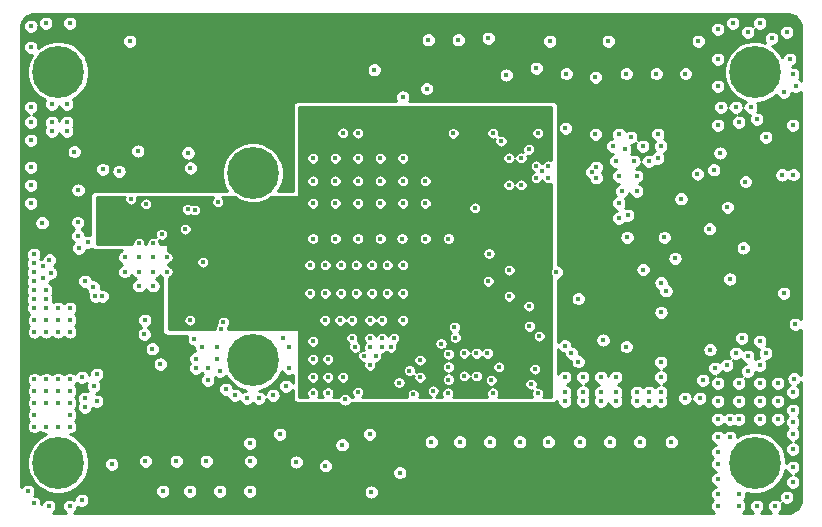
<source format=gbr>
G04 #@! TF.GenerationSoftware,KiCad,Pcbnew,(5.1.5)-3*
G04 #@! TF.CreationDate,2020-01-05T10:53:16-07:00*
G04 #@! TF.ProjectId,spi_control,7370695f-636f-46e7-9472-6f6c2e6b6963,A*
G04 #@! TF.SameCoordinates,Original*
G04 #@! TF.FileFunction,Copper,L3,Inr*
G04 #@! TF.FilePolarity,Positive*
%FSLAX46Y46*%
G04 Gerber Fmt 4.6, Leading zero omitted, Abs format (unit mm)*
G04 Created by KiCad (PCBNEW (5.1.5)-3) date 2020-01-05 10:53:16*
%MOMM*%
%LPD*%
G04 APERTURE LIST*
%ADD10C,0.700000*%
%ADD11C,4.400000*%
%ADD12C,0.450000*%
%ADD13C,0.254000*%
G04 APERTURE END LIST*
D10*
X134516726Y-113724274D03*
X133350000Y-113241000D03*
X132183274Y-113724274D03*
X131700000Y-114891000D03*
X132183274Y-116057726D03*
X133350000Y-116541000D03*
X134516726Y-116057726D03*
X135000000Y-114891000D03*
D11*
X133350000Y-114891000D03*
D10*
X134516726Y-97893274D03*
X133350000Y-97410000D03*
X132183274Y-97893274D03*
X131700000Y-99060000D03*
X132183274Y-100226726D03*
X133350000Y-100710000D03*
X134516726Y-100226726D03*
X135000000Y-99060000D03*
D11*
X133350000Y-99060000D03*
D10*
X177046726Y-89313274D03*
X175880000Y-88830000D03*
X174713274Y-89313274D03*
X174230000Y-90480000D03*
X174713274Y-91646726D03*
X175880000Y-92130000D03*
X177046726Y-91646726D03*
X177530000Y-90480000D03*
D11*
X175880000Y-90480000D03*
D10*
X177046726Y-122404274D03*
X175880000Y-121921000D03*
X174713274Y-122404274D03*
X174230000Y-123571000D03*
X174713274Y-124737726D03*
X175880000Y-125221000D03*
X177046726Y-124737726D03*
X177530000Y-123571000D03*
D11*
X175880000Y-123571000D03*
D10*
X118046726Y-122404274D03*
X116880000Y-121921000D03*
X115713274Y-122404274D03*
X115230000Y-123571000D03*
X115713274Y-124737726D03*
X116880000Y-125221000D03*
X118046726Y-124737726D03*
X118530000Y-123571000D03*
D11*
X116880000Y-123571000D03*
D10*
X118046726Y-89313274D03*
X116880000Y-88830000D03*
X115713274Y-89313274D03*
X115230000Y-90480000D03*
X115713274Y-91646726D03*
X116880000Y-92130000D03*
X118046726Y-91646726D03*
X118530000Y-90480000D03*
D11*
X116880000Y-90480000D03*
D12*
X138430000Y-104584500D03*
X140335000Y-104584500D03*
X142240000Y-104584500D03*
X144145000Y-104584500D03*
X142240000Y-97790000D03*
X142240000Y-99695000D03*
X142240000Y-101600000D03*
X144145000Y-97790000D03*
X144145000Y-99695000D03*
X144145000Y-101600000D03*
X146050000Y-97790000D03*
X146050000Y-99695000D03*
X146050000Y-101600000D03*
X147955000Y-99695000D03*
X147955000Y-101600000D03*
X146050000Y-106807000D03*
X139488333Y-106807000D03*
X142112999Y-106807000D03*
X140800666Y-106807000D03*
X144737665Y-106807000D03*
X138176000Y-106807000D03*
X143425332Y-106807000D03*
X171005500Y-99123500D03*
X172379500Y-98765500D03*
X173545500Y-101944010D03*
X169100500Y-106272490D03*
X162433000Y-98552000D03*
X162433000Y-99441000D03*
X116141500Y-106387900D03*
X124206008Y-111506000D03*
X127863604Y-97332800D03*
X162034220Y-98976180D03*
X168325800Y-109024420D03*
X179110500Y-99171902D03*
X115519200Y-103251000D03*
X123614000Y-97180400D03*
X116230400Y-107492800D03*
X172059600Y-113995200D03*
X165049200Y-104495600D03*
X168198800Y-104495600D03*
X179171602Y-116442916D03*
X167919400Y-110845600D03*
X172910500Y-97345500D03*
X118237000Y-97218500D03*
X122504200Y-107385000D03*
X122504200Y-106185000D03*
X123704200Y-108585000D03*
X123704200Y-107385000D03*
X123704200Y-106185000D03*
X123704200Y-104985000D03*
X124904200Y-108585000D03*
X124904200Y-107385000D03*
X124904200Y-106185000D03*
X124904200Y-104985000D03*
X126104200Y-107385000D03*
X126104200Y-106185000D03*
X122936000Y-87884000D03*
X171069000Y-87884000D03*
X163449000Y-87884000D03*
X158496000Y-87884000D03*
X153289000Y-87630000D03*
X150749000Y-87757000D03*
X148209000Y-87757000D03*
X143637000Y-90297000D03*
X148463000Y-121793000D03*
X150876000Y-121793000D03*
X153416000Y-121793000D03*
X155956000Y-121793000D03*
X158369000Y-121793000D03*
X161036000Y-121793000D03*
X163576000Y-121793000D03*
X166116000Y-121793000D03*
X168783000Y-121793000D03*
X121412000Y-123698000D03*
X114858800Y-111506000D03*
X115858800Y-111506000D03*
X116858800Y-111506000D03*
X117858800Y-111506000D03*
X114858800Y-112506000D03*
X115858800Y-112506000D03*
X116858800Y-112506000D03*
X117858800Y-112506000D03*
X114858800Y-116506000D03*
X115858800Y-116506000D03*
X116858800Y-116506000D03*
X117858800Y-116506000D03*
X114858800Y-117506000D03*
X115858800Y-117506000D03*
X116858800Y-117506000D03*
X117858800Y-117506000D03*
X114858800Y-118506000D03*
X115858800Y-118506000D03*
X116858800Y-118506000D03*
X117858800Y-118506000D03*
X114858800Y-119506000D03*
X117858800Y-119506000D03*
X114858800Y-120506000D03*
X115858800Y-120506000D03*
X116858800Y-120506000D03*
X117858800Y-120506000D03*
X114808000Y-109728000D03*
X114808000Y-110490000D03*
X115824000Y-110490000D03*
X116840000Y-110490000D03*
X117856000Y-110490000D03*
X115824000Y-109728000D03*
X115824000Y-108966000D03*
X114808000Y-108966000D03*
X114808000Y-108204000D03*
X114808000Y-107442000D03*
X114808000Y-106680000D03*
X114808000Y-105918000D03*
X115570000Y-106934000D03*
X115570000Y-107950000D03*
X114300000Y-125984000D03*
X114808000Y-127000000D03*
X116078000Y-127254000D03*
X117856000Y-127254000D03*
X118872000Y-126746000D03*
X114554000Y-93472000D03*
X116332000Y-93218000D03*
X117602000Y-93218000D03*
X117602000Y-94742000D03*
X116332000Y-94742000D03*
X114554000Y-94742000D03*
X114554000Y-96266000D03*
X116332000Y-95504000D03*
X117602000Y-95504000D03*
X114554000Y-98552000D03*
X114554000Y-100076000D03*
X114554000Y-101600000D03*
X114554000Y-88392000D03*
X114554000Y-86614000D03*
X115824000Y-86360000D03*
X117856000Y-86360000D03*
X129032000Y-113728500D03*
X128524000Y-114744500D03*
X128524000Y-115570000D03*
X129540000Y-116586000D03*
X131064000Y-117348000D03*
X131826000Y-117856000D03*
X132842000Y-118110000D03*
X133858000Y-118110000D03*
X135064500Y-117856000D03*
X136144000Y-117094000D03*
X136398000Y-115570000D03*
X136398000Y-113792000D03*
X135890000Y-113030000D03*
X128397000Y-113093500D03*
X130302000Y-114744500D03*
X130556000Y-115824000D03*
X130302000Y-113792000D03*
X129540000Y-115570000D03*
X120142000Y-116078000D03*
X118872000Y-116332000D03*
X119888000Y-117094000D03*
X119126000Y-118110000D03*
X120142000Y-118364000D03*
X119126000Y-118872000D03*
X172720000Y-116840000D03*
X174498000Y-116840000D03*
X176276000Y-116840000D03*
X176276000Y-118364000D03*
X174498000Y-118364000D03*
X172720000Y-118364000D03*
X172720000Y-119888000D03*
X174498000Y-119888000D03*
X176276000Y-119888000D03*
X177800000Y-119888000D03*
X177800000Y-118364000D03*
X177800000Y-116840000D03*
X179070000Y-117602000D03*
X179070000Y-119126000D03*
X179070000Y-120142000D03*
X179070000Y-121158000D03*
X179070000Y-122428000D03*
X179070000Y-123952000D03*
X179070000Y-125222000D03*
X178562000Y-126492000D03*
X177546000Y-127254000D03*
X176022000Y-127254000D03*
X174498000Y-127254000D03*
X172720000Y-127254000D03*
X172720000Y-124968000D03*
X172720000Y-126238000D03*
X174498000Y-126238000D03*
X172720000Y-121412000D03*
X172720000Y-122682000D03*
X172720000Y-123698000D03*
X173736000Y-119888000D03*
X173736000Y-121412000D03*
X159766000Y-116332000D03*
X161290000Y-116332000D03*
X162814000Y-116332000D03*
X164084000Y-116332000D03*
X164084000Y-117602000D03*
X162814000Y-117602000D03*
X161290000Y-117602000D03*
X159766000Y-117602000D03*
X159766000Y-118364000D03*
X161290000Y-118364000D03*
X162814000Y-118364000D03*
X164084000Y-118364000D03*
X165862000Y-118364000D03*
X166878000Y-118364000D03*
X167894000Y-118364000D03*
X167894000Y-117602000D03*
X167894000Y-116332000D03*
X166878000Y-117602000D03*
X165862000Y-117602000D03*
X167894000Y-115062000D03*
X169926000Y-118110000D03*
X171196000Y-118110000D03*
X176276000Y-113284000D03*
X176276000Y-115316000D03*
X172466000Y-115570000D03*
X174244000Y-114300000D03*
X173482000Y-115316000D03*
X175260000Y-115824000D03*
X174752000Y-113030000D03*
X175260000Y-114554000D03*
X176784000Y-114300000D03*
X171450000Y-116586000D03*
X163830000Y-96774000D03*
X166370000Y-96774000D03*
X167894000Y-96774000D03*
X164084000Y-98044000D03*
X165608000Y-98044000D03*
X167640000Y-97790000D03*
X164338000Y-99314000D03*
X165862000Y-99314000D03*
X164592000Y-100584000D03*
X165862000Y-100584000D03*
X164338000Y-101600000D03*
X165100000Y-102616000D03*
X164338000Y-102870000D03*
X165354000Y-96012000D03*
X164338000Y-95758000D03*
X167640000Y-95758000D03*
X164846000Y-97028000D03*
X166878000Y-98044000D03*
X172720000Y-86868000D03*
X172720000Y-89408000D03*
X172720000Y-91694000D03*
X172974000Y-93472000D03*
X172720000Y-94996000D03*
X174498000Y-94742000D03*
X176022000Y-94488000D03*
X175514000Y-93472000D03*
X174244000Y-93472000D03*
X175260000Y-87122000D03*
X177292000Y-87630000D03*
X178816000Y-89408000D03*
X179070000Y-90678000D03*
X179324000Y-91694000D03*
X178308000Y-92202000D03*
X178562000Y-87122000D03*
X176276000Y-86360000D03*
X173990000Y-86360000D03*
X124167900Y-112704880D03*
X125521720Y-115219480D03*
X124841000Y-113919000D03*
X174879000Y-105376497D03*
X153352500Y-105854500D03*
X155067000Y-107251500D03*
X155067000Y-109474000D03*
X153289000Y-108204000D03*
X138430000Y-97790000D03*
X140335000Y-97790000D03*
X138430000Y-99695000D03*
X138430000Y-101600000D03*
X140335000Y-99695000D03*
X140335000Y-101600000D03*
X145986500Y-104584500D03*
X126873000Y-123444000D03*
X129413000Y-123444000D03*
X124269500Y-123444000D03*
X133159500Y-123444000D03*
X157226000Y-115633500D03*
X156908500Y-116903500D03*
X156781500Y-112014000D03*
X157607000Y-112839500D03*
X169989500Y-90614500D03*
X167513000Y-90614500D03*
X164973000Y-90614500D03*
X159893000Y-90614500D03*
X128079520Y-98615500D03*
X179285900Y-111848900D03*
X175069500Y-99758500D03*
X162433000Y-101092000D03*
X162433000Y-101981000D03*
X168338500Y-100393500D03*
X168338500Y-99377500D03*
X168338500Y-101409500D03*
X167195500Y-99377500D03*
X167195500Y-100393500D03*
X167195500Y-101409500D03*
X167195500Y-102425500D03*
X168338500Y-102425500D03*
X168338500Y-103441500D03*
X167195500Y-103441500D03*
X119329200Y-106730800D03*
X162034220Y-101566980D03*
X167779700Y-100396040D03*
X167756840Y-99748340D03*
X167756840Y-101414580D03*
X167767000Y-102430580D03*
X167767000Y-103014780D03*
X165013640Y-106128820D03*
X168379140Y-109687360D03*
X167157400Y-114513360D03*
X176225200Y-111252000D03*
X125222000Y-111760000D03*
X152290000Y-114300000D03*
X151240000Y-116205000D03*
X155020000Y-100046000D03*
X156070000Y-97760000D03*
X152290000Y-116205000D03*
X151240000Y-114300000D03*
X155020000Y-97760000D03*
X156070000Y-100046000D03*
X158369000Y-102108000D03*
X157353000Y-102108000D03*
X158369000Y-101092000D03*
X157353000Y-101092000D03*
X120292821Y-102678444D03*
X122429637Y-102064555D03*
X129286000Y-107797600D03*
X129438400Y-101346000D03*
X124307620Y-103225600D03*
X139700000Y-95656332D03*
X138430000Y-95707212D03*
X157876240Y-101622860D03*
X157353000Y-98425000D03*
X157353000Y-99441000D03*
X158369000Y-99441000D03*
X158369000Y-98425000D03*
X129133600Y-106578400D03*
X128422408Y-102158800D03*
X140970000Y-95638618D03*
X142240000Y-95664020D03*
X150309580Y-95674178D03*
X153670000Y-95653860D03*
X157480000Y-95653860D03*
X157866080Y-98905060D03*
X157480000Y-117698520D03*
X153670000Y-117657878D03*
X149860000Y-117655338D03*
X139700000Y-117627400D03*
X138430000Y-117635020D03*
X130380000Y-101480000D03*
X120650000Y-98729800D03*
X127831823Y-102110633D03*
X146939000Y-117785611D03*
X138176000Y-109220000D03*
X139488333Y-109220000D03*
X140800666Y-109220000D03*
X142112999Y-109220000D03*
X143425332Y-109220000D03*
X144737665Y-109220000D03*
X146050000Y-109220000D03*
X139446000Y-111506000D03*
X140716000Y-111506000D03*
X141732000Y-111506000D03*
X143256000Y-111506000D03*
X144272000Y-111506000D03*
X146050000Y-111506000D03*
X141732000Y-113030000D03*
X143256000Y-113030000D03*
X144272000Y-113030000D03*
X145288000Y-113030000D03*
X145034000Y-113792000D03*
X144272000Y-113792000D03*
X143256000Y-113792000D03*
X141986000Y-113792000D03*
X142748000Y-114554000D03*
X143764000Y-114554000D03*
X143256000Y-115316000D03*
X138430000Y-113284000D03*
X138430000Y-114808000D03*
X138430000Y-116332000D03*
X139700000Y-116332000D03*
X139700000Y-114808000D03*
X140970000Y-116332000D03*
X147510500Y-114871500D03*
X147510500Y-116332000D03*
X145732500Y-116776500D03*
X146621500Y-115760500D03*
X149923500Y-114363500D03*
X149923500Y-115443000D03*
X149923500Y-116522500D03*
X153225500Y-114300000D03*
X154178000Y-115443000D03*
X153543000Y-116586000D03*
X149923500Y-104584500D03*
X147955000Y-104584500D03*
X118567200Y-100482400D03*
X125630002Y-104230002D03*
X123037600Y-101244400D03*
X124307600Y-101650800D03*
X118516400Y-104343200D03*
X118516400Y-103225600D03*
X118618020Y-105410000D03*
X172021500Y-103759000D03*
X166403020Y-107208320D03*
X173736000Y-108013500D03*
X167921940Y-108323380D03*
X178155600Y-99192080D03*
X179070000Y-94996000D03*
X178308000Y-109220000D03*
X163017200Y-113182400D03*
X169608501Y-101218999D03*
X176784020Y-96012000D03*
X122021600Y-98907600D03*
X128020189Y-111501811D03*
X150431500Y-112077500D03*
X159829496Y-95250000D03*
X159766000Y-113665000D03*
X130692094Y-112204932D03*
X130873507Y-111632993D03*
X148064990Y-91884500D03*
X146050000Y-92598244D03*
X140923510Y-122047826D03*
X159067500Y-107442000D03*
X145796000Y-124396500D03*
X154813000Y-90741500D03*
X152146000Y-101981000D03*
X154368498Y-96329500D03*
X142240000Y-117602000D03*
X150495000Y-112966500D03*
X160909000Y-114998500D03*
X160909000Y-109664500D03*
X156718000Y-110299500D03*
X156718000Y-97028000D03*
X157353000Y-90170000D03*
X143236000Y-121158000D03*
X149288500Y-113474508D03*
X162369500Y-95758000D03*
X162369500Y-90932000D03*
X160337508Y-114300000D03*
X141160500Y-118173500D03*
X164973000Y-113728500D03*
X143383000Y-126047500D03*
X133096000Y-121920000D03*
X119126000Y-108204000D03*
X119856430Y-108692303D03*
X120025450Y-109472344D03*
X120625402Y-109480872D03*
X125730000Y-125984000D03*
X128016000Y-125984000D03*
X130556000Y-125984000D03*
X133096000Y-125984000D03*
X127630000Y-103780800D03*
X148630000Y-117480000D03*
X119380000Y-104902000D03*
X135636000Y-121158000D03*
X139509504Y-123825000D03*
X137033008Y-123507500D03*
D13*
G36*
X178794466Y-85566961D02*
G01*
X179018075Y-85634472D01*
X179224317Y-85744133D01*
X179405328Y-85891762D01*
X179554220Y-86071742D01*
X179665315Y-86277209D01*
X179734388Y-86500344D01*
X179761000Y-86753544D01*
X179761000Y-91208932D01*
X179739626Y-91187558D01*
X179632838Y-91116205D01*
X179576851Y-91093014D01*
X179647795Y-90986838D01*
X179696944Y-90868181D01*
X179722000Y-90742216D01*
X179722000Y-90613784D01*
X179696944Y-90487819D01*
X179647795Y-90369162D01*
X179576442Y-90262374D01*
X179485626Y-90171558D01*
X179378838Y-90100205D01*
X179260181Y-90051056D01*
X179134216Y-90026000D01*
X179027774Y-90026000D01*
X179124838Y-89985795D01*
X179231626Y-89914442D01*
X179322442Y-89823626D01*
X179393795Y-89716838D01*
X179442944Y-89598181D01*
X179468000Y-89472216D01*
X179468000Y-89343784D01*
X179442944Y-89217819D01*
X179393795Y-89099162D01*
X179322442Y-88992374D01*
X179231626Y-88901558D01*
X179124838Y-88830205D01*
X179006181Y-88781056D01*
X178880216Y-88756000D01*
X178751784Y-88756000D01*
X178625819Y-88781056D01*
X178507162Y-88830205D01*
X178400374Y-88901558D01*
X178309558Y-88992374D01*
X178238205Y-89099162D01*
X178191753Y-89211308D01*
X177920524Y-88805385D01*
X177554615Y-88439476D01*
X177318935Y-88282000D01*
X177356216Y-88282000D01*
X177482181Y-88256944D01*
X177600838Y-88207795D01*
X177707626Y-88136442D01*
X177798442Y-88045626D01*
X177869795Y-87938838D01*
X177918944Y-87820181D01*
X177944000Y-87694216D01*
X177944000Y-87565784D01*
X177918944Y-87439819D01*
X177869795Y-87321162D01*
X177798442Y-87214374D01*
X177707626Y-87123558D01*
X177609188Y-87057784D01*
X177910000Y-87057784D01*
X177910000Y-87186216D01*
X177935056Y-87312181D01*
X177984205Y-87430838D01*
X178055558Y-87537626D01*
X178146374Y-87628442D01*
X178253162Y-87699795D01*
X178371819Y-87748944D01*
X178497784Y-87774000D01*
X178626216Y-87774000D01*
X178752181Y-87748944D01*
X178870838Y-87699795D01*
X178977626Y-87628442D01*
X179068442Y-87537626D01*
X179139795Y-87430838D01*
X179188944Y-87312181D01*
X179214000Y-87186216D01*
X179214000Y-87057784D01*
X179188944Y-86931819D01*
X179139795Y-86813162D01*
X179068442Y-86706374D01*
X178977626Y-86615558D01*
X178870838Y-86544205D01*
X178752181Y-86495056D01*
X178626216Y-86470000D01*
X178497784Y-86470000D01*
X178371819Y-86495056D01*
X178253162Y-86544205D01*
X178146374Y-86615558D01*
X178055558Y-86706374D01*
X177984205Y-86813162D01*
X177935056Y-86931819D01*
X177910000Y-87057784D01*
X177609188Y-87057784D01*
X177600838Y-87052205D01*
X177482181Y-87003056D01*
X177356216Y-86978000D01*
X177227784Y-86978000D01*
X177101819Y-87003056D01*
X176983162Y-87052205D01*
X176876374Y-87123558D01*
X176785558Y-87214374D01*
X176714205Y-87321162D01*
X176665056Y-87439819D01*
X176640000Y-87565784D01*
X176640000Y-87694216D01*
X176665056Y-87820181D01*
X176714205Y-87938838D01*
X176754168Y-87998648D01*
X176646268Y-87953954D01*
X176138737Y-87853000D01*
X175621263Y-87853000D01*
X175113732Y-87953954D01*
X174635649Y-88151983D01*
X174205385Y-88439476D01*
X173839476Y-88805385D01*
X173551983Y-89235649D01*
X173353954Y-89713732D01*
X173253000Y-90221263D01*
X173253000Y-90738737D01*
X173353954Y-91246268D01*
X173551983Y-91724351D01*
X173839476Y-92154615D01*
X174205385Y-92520524D01*
X174635649Y-92808017D01*
X175074243Y-92989689D01*
X175007558Y-93056374D01*
X174936205Y-93163162D01*
X174887056Y-93281819D01*
X174879000Y-93322319D01*
X174870944Y-93281819D01*
X174821795Y-93163162D01*
X174750442Y-93056374D01*
X174659626Y-92965558D01*
X174552838Y-92894205D01*
X174434181Y-92845056D01*
X174308216Y-92820000D01*
X174179784Y-92820000D01*
X174053819Y-92845056D01*
X173935162Y-92894205D01*
X173828374Y-92965558D01*
X173737558Y-93056374D01*
X173666205Y-93163162D01*
X173617056Y-93281819D01*
X173609000Y-93322319D01*
X173600944Y-93281819D01*
X173551795Y-93163162D01*
X173480442Y-93056374D01*
X173389626Y-92965558D01*
X173282838Y-92894205D01*
X173164181Y-92845056D01*
X173038216Y-92820000D01*
X172909784Y-92820000D01*
X172783819Y-92845056D01*
X172665162Y-92894205D01*
X172558374Y-92965558D01*
X172467558Y-93056374D01*
X172396205Y-93163162D01*
X172347056Y-93281819D01*
X172322000Y-93407784D01*
X172322000Y-93536216D01*
X172347056Y-93662181D01*
X172396205Y-93780838D01*
X172467558Y-93887626D01*
X172558374Y-93978442D01*
X172665162Y-94049795D01*
X172783819Y-94098944D01*
X172909784Y-94124000D01*
X173038216Y-94124000D01*
X173164181Y-94098944D01*
X173282838Y-94049795D01*
X173389626Y-93978442D01*
X173480442Y-93887626D01*
X173551795Y-93780838D01*
X173600944Y-93662181D01*
X173609000Y-93621681D01*
X173617056Y-93662181D01*
X173666205Y-93780838D01*
X173737558Y-93887626D01*
X173828374Y-93978442D01*
X173935162Y-94049795D01*
X174053819Y-94098944D01*
X174179784Y-94124000D01*
X174286226Y-94124000D01*
X174189162Y-94164205D01*
X174082374Y-94235558D01*
X173991558Y-94326374D01*
X173920205Y-94433162D01*
X173871056Y-94551819D01*
X173846000Y-94677784D01*
X173846000Y-94806216D01*
X173871056Y-94932181D01*
X173920205Y-95050838D01*
X173991558Y-95157626D01*
X174082374Y-95248442D01*
X174189162Y-95319795D01*
X174307819Y-95368944D01*
X174433784Y-95394000D01*
X174562216Y-95394000D01*
X174688181Y-95368944D01*
X174806838Y-95319795D01*
X174913626Y-95248442D01*
X175004442Y-95157626D01*
X175075795Y-95050838D01*
X175124944Y-94932181D01*
X175150000Y-94806216D01*
X175150000Y-94677784D01*
X175124944Y-94551819D01*
X175075795Y-94433162D01*
X175004442Y-94326374D01*
X174913626Y-94235558D01*
X174806838Y-94164205D01*
X174688181Y-94115056D01*
X174562216Y-94090000D01*
X174455774Y-94090000D01*
X174552838Y-94049795D01*
X174659626Y-93978442D01*
X174750442Y-93887626D01*
X174821795Y-93780838D01*
X174870944Y-93662181D01*
X174879000Y-93621681D01*
X174887056Y-93662181D01*
X174936205Y-93780838D01*
X175007558Y-93887626D01*
X175098374Y-93978442D01*
X175205162Y-94049795D01*
X175323819Y-94098944D01*
X175449784Y-94124000D01*
X175481063Y-94124000D01*
X175444205Y-94179162D01*
X175395056Y-94297819D01*
X175370000Y-94423784D01*
X175370000Y-94552216D01*
X175395056Y-94678181D01*
X175444205Y-94796838D01*
X175515558Y-94903626D01*
X175606374Y-94994442D01*
X175713162Y-95065795D01*
X175831819Y-95114944D01*
X175957784Y-95140000D01*
X176086216Y-95140000D01*
X176212181Y-95114944D01*
X176330838Y-95065795D01*
X176437626Y-94994442D01*
X176500284Y-94931784D01*
X178418000Y-94931784D01*
X178418000Y-95060216D01*
X178443056Y-95186181D01*
X178492205Y-95304838D01*
X178563558Y-95411626D01*
X178654374Y-95502442D01*
X178761162Y-95573795D01*
X178879819Y-95622944D01*
X179005784Y-95648000D01*
X179134216Y-95648000D01*
X179260181Y-95622944D01*
X179378838Y-95573795D01*
X179485626Y-95502442D01*
X179576442Y-95411626D01*
X179647795Y-95304838D01*
X179696944Y-95186181D01*
X179722000Y-95060216D01*
X179722000Y-94931784D01*
X179696944Y-94805819D01*
X179647795Y-94687162D01*
X179576442Y-94580374D01*
X179485626Y-94489558D01*
X179378838Y-94418205D01*
X179260181Y-94369056D01*
X179134216Y-94344000D01*
X179005784Y-94344000D01*
X178879819Y-94369056D01*
X178761162Y-94418205D01*
X178654374Y-94489558D01*
X178563558Y-94580374D01*
X178492205Y-94687162D01*
X178443056Y-94805819D01*
X178418000Y-94931784D01*
X176500284Y-94931784D01*
X176528442Y-94903626D01*
X176599795Y-94796838D01*
X176648944Y-94678181D01*
X176674000Y-94552216D01*
X176674000Y-94423784D01*
X176648944Y-94297819D01*
X176599795Y-94179162D01*
X176528442Y-94072374D01*
X176437626Y-93981558D01*
X176330838Y-93910205D01*
X176212181Y-93861056D01*
X176086216Y-93836000D01*
X176054937Y-93836000D01*
X176091795Y-93780838D01*
X176140944Y-93662181D01*
X176166000Y-93536216D01*
X176166000Y-93407784D01*
X176140944Y-93281819D01*
X176091795Y-93163162D01*
X176054269Y-93107000D01*
X176138737Y-93107000D01*
X176646268Y-93006046D01*
X177124351Y-92808017D01*
X177554615Y-92520524D01*
X177681613Y-92393526D01*
X177730205Y-92510838D01*
X177801558Y-92617626D01*
X177892374Y-92708442D01*
X177999162Y-92779795D01*
X178117819Y-92828944D01*
X178243784Y-92854000D01*
X178372216Y-92854000D01*
X178498181Y-92828944D01*
X178616838Y-92779795D01*
X178723626Y-92708442D01*
X178814442Y-92617626D01*
X178885795Y-92510838D01*
X178934944Y-92392181D01*
X178960000Y-92266216D01*
X178960000Y-92234937D01*
X179015162Y-92271795D01*
X179133819Y-92320944D01*
X179259784Y-92346000D01*
X179388216Y-92346000D01*
X179514181Y-92320944D01*
X179632838Y-92271795D01*
X179739626Y-92200442D01*
X179761000Y-92179068D01*
X179761000Y-99100147D01*
X179737444Y-98981721D01*
X179688295Y-98863064D01*
X179616942Y-98756276D01*
X179526126Y-98665460D01*
X179419338Y-98594107D01*
X179300681Y-98544958D01*
X179174716Y-98519902D01*
X179046284Y-98519902D01*
X178920319Y-98544958D01*
X178801662Y-98594107D01*
X178694874Y-98665460D01*
X178622961Y-98737373D01*
X178571226Y-98685638D01*
X178464438Y-98614285D01*
X178345781Y-98565136D01*
X178219816Y-98540080D01*
X178091384Y-98540080D01*
X177965419Y-98565136D01*
X177846762Y-98614285D01*
X177739974Y-98685638D01*
X177649158Y-98776454D01*
X177577805Y-98883242D01*
X177528656Y-99001899D01*
X177503600Y-99127864D01*
X177503600Y-99256296D01*
X177528656Y-99382261D01*
X177577805Y-99500918D01*
X177649158Y-99607706D01*
X177739974Y-99698522D01*
X177846762Y-99769875D01*
X177965419Y-99819024D01*
X178091384Y-99844080D01*
X178219816Y-99844080D01*
X178345781Y-99819024D01*
X178464438Y-99769875D01*
X178571226Y-99698522D01*
X178643139Y-99626609D01*
X178694874Y-99678344D01*
X178801662Y-99749697D01*
X178920319Y-99798846D01*
X179046284Y-99823902D01*
X179174716Y-99823902D01*
X179300681Y-99798846D01*
X179419338Y-99749697D01*
X179526126Y-99678344D01*
X179616942Y-99587528D01*
X179688295Y-99480740D01*
X179737444Y-99362083D01*
X179761000Y-99243657D01*
X179761001Y-111401933D01*
X179701526Y-111342458D01*
X179594738Y-111271105D01*
X179476081Y-111221956D01*
X179350116Y-111196900D01*
X179221684Y-111196900D01*
X179095719Y-111221956D01*
X178977062Y-111271105D01*
X178870274Y-111342458D01*
X178779458Y-111433274D01*
X178708105Y-111540062D01*
X178658956Y-111658719D01*
X178633900Y-111784684D01*
X178633900Y-111913116D01*
X178658956Y-112039081D01*
X178708105Y-112157738D01*
X178779458Y-112264526D01*
X178870274Y-112355342D01*
X178977062Y-112426695D01*
X179095719Y-112475844D01*
X179221684Y-112500900D01*
X179350116Y-112500900D01*
X179476081Y-112475844D01*
X179594738Y-112426695D01*
X179701526Y-112355342D01*
X179761001Y-112295867D01*
X179761001Y-116162092D01*
X179749397Y-116134078D01*
X179678044Y-116027290D01*
X179587228Y-115936474D01*
X179480440Y-115865121D01*
X179361783Y-115815972D01*
X179235818Y-115790916D01*
X179107386Y-115790916D01*
X178981421Y-115815972D01*
X178862764Y-115865121D01*
X178755976Y-115936474D01*
X178665160Y-116027290D01*
X178593807Y-116134078D01*
X178544658Y-116252735D01*
X178519602Y-116378700D01*
X178519602Y-116507132D01*
X178544658Y-116633097D01*
X178593807Y-116751754D01*
X178665160Y-116858542D01*
X178755976Y-116949358D01*
X178827111Y-116996888D01*
X178761162Y-117024205D01*
X178654374Y-117095558D01*
X178563558Y-117186374D01*
X178492205Y-117293162D01*
X178443056Y-117411819D01*
X178418000Y-117537784D01*
X178418000Y-117666216D01*
X178443056Y-117792181D01*
X178492205Y-117910838D01*
X178563558Y-118017626D01*
X178654374Y-118108442D01*
X178761162Y-118179795D01*
X178879819Y-118228944D01*
X179005784Y-118254000D01*
X179134216Y-118254000D01*
X179260181Y-118228944D01*
X179378838Y-118179795D01*
X179485626Y-118108442D01*
X179576442Y-118017626D01*
X179647795Y-117910838D01*
X179696944Y-117792181D01*
X179722000Y-117666216D01*
X179722000Y-117537784D01*
X179696944Y-117411819D01*
X179647795Y-117293162D01*
X179576442Y-117186374D01*
X179485626Y-117095558D01*
X179414491Y-117048028D01*
X179480440Y-117020711D01*
X179587228Y-116949358D01*
X179678044Y-116858542D01*
X179749397Y-116751754D01*
X179761001Y-116723740D01*
X179761001Y-126596881D01*
X179736039Y-126851465D01*
X179668526Y-127075079D01*
X179558867Y-127281317D01*
X179411236Y-127462330D01*
X179231258Y-127611220D01*
X179025794Y-127722314D01*
X178802655Y-127791388D01*
X178549456Y-127818000D01*
X177875484Y-127818000D01*
X177961626Y-127760442D01*
X178052442Y-127669626D01*
X178123795Y-127562838D01*
X178172944Y-127444181D01*
X178198000Y-127318216D01*
X178198000Y-127189784D01*
X178172944Y-127063819D01*
X178145504Y-126997572D01*
X178146374Y-126998442D01*
X178253162Y-127069795D01*
X178371819Y-127118944D01*
X178497784Y-127144000D01*
X178626216Y-127144000D01*
X178752181Y-127118944D01*
X178870838Y-127069795D01*
X178977626Y-126998442D01*
X179068442Y-126907626D01*
X179139795Y-126800838D01*
X179188944Y-126682181D01*
X179214000Y-126556216D01*
X179214000Y-126427784D01*
X179188944Y-126301819D01*
X179139795Y-126183162D01*
X179068442Y-126076374D01*
X178977626Y-125985558D01*
X178870838Y-125914205D01*
X178752181Y-125865056D01*
X178626216Y-125840000D01*
X178497784Y-125840000D01*
X178371819Y-125865056D01*
X178253162Y-125914205D01*
X178146374Y-125985558D01*
X178055558Y-126076374D01*
X177984205Y-126183162D01*
X177935056Y-126301819D01*
X177910000Y-126427784D01*
X177910000Y-126556216D01*
X177935056Y-126682181D01*
X177962496Y-126748428D01*
X177961626Y-126747558D01*
X177854838Y-126676205D01*
X177736181Y-126627056D01*
X177610216Y-126602000D01*
X177481784Y-126602000D01*
X177355819Y-126627056D01*
X177237162Y-126676205D01*
X177130374Y-126747558D01*
X177039558Y-126838374D01*
X176968205Y-126945162D01*
X176919056Y-127063819D01*
X176894000Y-127189784D01*
X176894000Y-127318216D01*
X176919056Y-127444181D01*
X176968205Y-127562838D01*
X177039558Y-127669626D01*
X177130374Y-127760442D01*
X177216516Y-127818000D01*
X176351484Y-127818000D01*
X176437626Y-127760442D01*
X176528442Y-127669626D01*
X176599795Y-127562838D01*
X176648944Y-127444181D01*
X176674000Y-127318216D01*
X176674000Y-127189784D01*
X176648944Y-127063819D01*
X176599795Y-126945162D01*
X176528442Y-126838374D01*
X176437626Y-126747558D01*
X176330838Y-126676205D01*
X176212181Y-126627056D01*
X176086216Y-126602000D01*
X175957784Y-126602000D01*
X175831819Y-126627056D01*
X175713162Y-126676205D01*
X175606374Y-126747558D01*
X175515558Y-126838374D01*
X175444205Y-126945162D01*
X175395056Y-127063819D01*
X175370000Y-127189784D01*
X175370000Y-127318216D01*
X175395056Y-127444181D01*
X175444205Y-127562838D01*
X175515558Y-127669626D01*
X175606374Y-127760442D01*
X175692516Y-127818000D01*
X174827484Y-127818000D01*
X174913626Y-127760442D01*
X175004442Y-127669626D01*
X175075795Y-127562838D01*
X175124944Y-127444181D01*
X175150000Y-127318216D01*
X175150000Y-127189784D01*
X175124944Y-127063819D01*
X175075795Y-126945162D01*
X175004442Y-126838374D01*
X174913626Y-126747558D01*
X174911294Y-126746000D01*
X174913626Y-126744442D01*
X175004442Y-126653626D01*
X175075795Y-126546838D01*
X175124944Y-126428181D01*
X175150000Y-126302216D01*
X175150000Y-126173784D01*
X175135601Y-126101396D01*
X175621263Y-126198000D01*
X176138737Y-126198000D01*
X176646268Y-126097046D01*
X177124351Y-125899017D01*
X177554615Y-125611524D01*
X177920524Y-125245615D01*
X178208017Y-124815351D01*
X178406046Y-124337268D01*
X178444269Y-124145109D01*
X178492205Y-124260838D01*
X178563558Y-124367626D01*
X178654374Y-124458442D01*
X178761162Y-124529795D01*
X178879819Y-124578944D01*
X178920319Y-124587000D01*
X178879819Y-124595056D01*
X178761162Y-124644205D01*
X178654374Y-124715558D01*
X178563558Y-124806374D01*
X178492205Y-124913162D01*
X178443056Y-125031819D01*
X178418000Y-125157784D01*
X178418000Y-125286216D01*
X178443056Y-125412181D01*
X178492205Y-125530838D01*
X178563558Y-125637626D01*
X178654374Y-125728442D01*
X178761162Y-125799795D01*
X178879819Y-125848944D01*
X179005784Y-125874000D01*
X179134216Y-125874000D01*
X179260181Y-125848944D01*
X179378838Y-125799795D01*
X179485626Y-125728442D01*
X179576442Y-125637626D01*
X179647795Y-125530838D01*
X179696944Y-125412181D01*
X179722000Y-125286216D01*
X179722000Y-125157784D01*
X179696944Y-125031819D01*
X179647795Y-124913162D01*
X179576442Y-124806374D01*
X179485626Y-124715558D01*
X179378838Y-124644205D01*
X179260181Y-124595056D01*
X179219681Y-124587000D01*
X179260181Y-124578944D01*
X179378838Y-124529795D01*
X179485626Y-124458442D01*
X179576442Y-124367626D01*
X179647795Y-124260838D01*
X179696944Y-124142181D01*
X179722000Y-124016216D01*
X179722000Y-123887784D01*
X179696944Y-123761819D01*
X179647795Y-123643162D01*
X179576442Y-123536374D01*
X179485626Y-123445558D01*
X179378838Y-123374205D01*
X179260181Y-123325056D01*
X179134216Y-123300000D01*
X179005784Y-123300000D01*
X178879819Y-123325056D01*
X178761162Y-123374205D01*
X178654374Y-123445558D01*
X178563558Y-123536374D01*
X178507000Y-123621020D01*
X178507000Y-123312263D01*
X178406046Y-122804732D01*
X178208017Y-122326649D01*
X177920524Y-121896385D01*
X177554615Y-121530476D01*
X177124351Y-121242983D01*
X176646268Y-121044954D01*
X176138737Y-120944000D01*
X175621263Y-120944000D01*
X175113732Y-121044954D01*
X174635649Y-121242983D01*
X174388000Y-121408457D01*
X174388000Y-121347784D01*
X174362944Y-121221819D01*
X174313795Y-121103162D01*
X174242442Y-120996374D01*
X174151626Y-120905558D01*
X174044838Y-120834205D01*
X173926181Y-120785056D01*
X173800216Y-120760000D01*
X173671784Y-120760000D01*
X173545819Y-120785056D01*
X173427162Y-120834205D01*
X173320374Y-120905558D01*
X173229558Y-120996374D01*
X173228000Y-120998706D01*
X173226442Y-120996374D01*
X173135626Y-120905558D01*
X173028838Y-120834205D01*
X172910181Y-120785056D01*
X172784216Y-120760000D01*
X172655784Y-120760000D01*
X172529819Y-120785056D01*
X172411162Y-120834205D01*
X172304374Y-120905558D01*
X172213558Y-120996374D01*
X172142205Y-121103162D01*
X172093056Y-121221819D01*
X172068000Y-121347784D01*
X172068000Y-121476216D01*
X172093056Y-121602181D01*
X172142205Y-121720838D01*
X172213558Y-121827626D01*
X172304374Y-121918442D01*
X172411162Y-121989795D01*
X172529819Y-122038944D01*
X172570319Y-122047000D01*
X172529819Y-122055056D01*
X172411162Y-122104205D01*
X172304374Y-122175558D01*
X172213558Y-122266374D01*
X172142205Y-122373162D01*
X172093056Y-122491819D01*
X172068000Y-122617784D01*
X172068000Y-122746216D01*
X172093056Y-122872181D01*
X172142205Y-122990838D01*
X172213558Y-123097626D01*
X172304374Y-123188442D01*
X172306706Y-123190000D01*
X172304374Y-123191558D01*
X172213558Y-123282374D01*
X172142205Y-123389162D01*
X172093056Y-123507819D01*
X172068000Y-123633784D01*
X172068000Y-123762216D01*
X172093056Y-123888181D01*
X172142205Y-124006838D01*
X172213558Y-124113626D01*
X172304374Y-124204442D01*
X172411162Y-124275795D01*
X172529819Y-124324944D01*
X172570319Y-124333000D01*
X172529819Y-124341056D01*
X172411162Y-124390205D01*
X172304374Y-124461558D01*
X172213558Y-124552374D01*
X172142205Y-124659162D01*
X172093056Y-124777819D01*
X172068000Y-124903784D01*
X172068000Y-125032216D01*
X172093056Y-125158181D01*
X172142205Y-125276838D01*
X172213558Y-125383626D01*
X172304374Y-125474442D01*
X172411162Y-125545795D01*
X172529819Y-125594944D01*
X172570319Y-125603000D01*
X172529819Y-125611056D01*
X172411162Y-125660205D01*
X172304374Y-125731558D01*
X172213558Y-125822374D01*
X172142205Y-125929162D01*
X172093056Y-126047819D01*
X172068000Y-126173784D01*
X172068000Y-126302216D01*
X172093056Y-126428181D01*
X172142205Y-126546838D01*
X172213558Y-126653626D01*
X172304374Y-126744442D01*
X172306706Y-126746000D01*
X172304374Y-126747558D01*
X172213558Y-126838374D01*
X172142205Y-126945162D01*
X172093056Y-127063819D01*
X172068000Y-127189784D01*
X172068000Y-127318216D01*
X172093056Y-127444181D01*
X172142205Y-127562838D01*
X172213558Y-127669626D01*
X172304374Y-127760442D01*
X172390516Y-127818000D01*
X118185484Y-127818000D01*
X118271626Y-127760442D01*
X118362442Y-127669626D01*
X118433795Y-127562838D01*
X118482944Y-127444181D01*
X118508000Y-127318216D01*
X118508000Y-127286937D01*
X118563162Y-127323795D01*
X118681819Y-127372944D01*
X118807784Y-127398000D01*
X118936216Y-127398000D01*
X119062181Y-127372944D01*
X119180838Y-127323795D01*
X119287626Y-127252442D01*
X119378442Y-127161626D01*
X119449795Y-127054838D01*
X119498944Y-126936181D01*
X119524000Y-126810216D01*
X119524000Y-126681784D01*
X119498944Y-126555819D01*
X119449795Y-126437162D01*
X119378442Y-126330374D01*
X119287626Y-126239558D01*
X119180838Y-126168205D01*
X119062181Y-126119056D01*
X118936216Y-126094000D01*
X118807784Y-126094000D01*
X118681819Y-126119056D01*
X118563162Y-126168205D01*
X118456374Y-126239558D01*
X118365558Y-126330374D01*
X118294205Y-126437162D01*
X118245056Y-126555819D01*
X118220000Y-126681784D01*
X118220000Y-126713063D01*
X118164838Y-126676205D01*
X118046181Y-126627056D01*
X117920216Y-126602000D01*
X117791784Y-126602000D01*
X117665819Y-126627056D01*
X117547162Y-126676205D01*
X117440374Y-126747558D01*
X117349558Y-126838374D01*
X117278205Y-126945162D01*
X117229056Y-127063819D01*
X117204000Y-127189784D01*
X117204000Y-127318216D01*
X117229056Y-127444181D01*
X117278205Y-127562838D01*
X117349558Y-127669626D01*
X117440374Y-127760442D01*
X117526516Y-127818000D01*
X116407484Y-127818000D01*
X116493626Y-127760442D01*
X116584442Y-127669626D01*
X116655795Y-127562838D01*
X116704944Y-127444181D01*
X116730000Y-127318216D01*
X116730000Y-127189784D01*
X116704944Y-127063819D01*
X116655795Y-126945162D01*
X116584442Y-126838374D01*
X116493626Y-126747558D01*
X116386838Y-126676205D01*
X116268181Y-126627056D01*
X116142216Y-126602000D01*
X116013784Y-126602000D01*
X115887819Y-126627056D01*
X115769162Y-126676205D01*
X115662374Y-126747558D01*
X115571558Y-126838374D01*
X115500205Y-126945162D01*
X115460000Y-127042226D01*
X115460000Y-126935784D01*
X115434944Y-126809819D01*
X115385795Y-126691162D01*
X115314442Y-126584374D01*
X115223626Y-126493558D01*
X115116838Y-126422205D01*
X114998181Y-126373056D01*
X114872216Y-126348000D01*
X114840937Y-126348000D01*
X114877795Y-126292838D01*
X114926944Y-126174181D01*
X114952000Y-126048216D01*
X114952000Y-125919784D01*
X114926944Y-125793819D01*
X114877795Y-125675162D01*
X114806442Y-125568374D01*
X114715626Y-125477558D01*
X114608838Y-125406205D01*
X114490181Y-125357056D01*
X114364216Y-125332000D01*
X114235784Y-125332000D01*
X114109819Y-125357056D01*
X113991162Y-125406205D01*
X113884374Y-125477558D01*
X113793558Y-125568374D01*
X113736000Y-125654516D01*
X113736000Y-116441784D01*
X114206800Y-116441784D01*
X114206800Y-116570216D01*
X114231856Y-116696181D01*
X114281005Y-116814838D01*
X114352358Y-116921626D01*
X114436732Y-117006000D01*
X114352358Y-117090374D01*
X114281005Y-117197162D01*
X114231856Y-117315819D01*
X114206800Y-117441784D01*
X114206800Y-117570216D01*
X114231856Y-117696181D01*
X114281005Y-117814838D01*
X114352358Y-117921626D01*
X114436732Y-118006000D01*
X114352358Y-118090374D01*
X114281005Y-118197162D01*
X114231856Y-118315819D01*
X114206800Y-118441784D01*
X114206800Y-118570216D01*
X114231856Y-118696181D01*
X114281005Y-118814838D01*
X114352358Y-118921626D01*
X114436732Y-119006000D01*
X114352358Y-119090374D01*
X114281005Y-119197162D01*
X114231856Y-119315819D01*
X114206800Y-119441784D01*
X114206800Y-119570216D01*
X114231856Y-119696181D01*
X114281005Y-119814838D01*
X114352358Y-119921626D01*
X114436732Y-120006000D01*
X114352358Y-120090374D01*
X114281005Y-120197162D01*
X114231856Y-120315819D01*
X114206800Y-120441784D01*
X114206800Y-120570216D01*
X114231856Y-120696181D01*
X114281005Y-120814838D01*
X114352358Y-120921626D01*
X114443174Y-121012442D01*
X114549962Y-121083795D01*
X114668619Y-121132944D01*
X114794584Y-121158000D01*
X114923016Y-121158000D01*
X115048981Y-121132944D01*
X115167638Y-121083795D01*
X115274426Y-121012442D01*
X115358800Y-120928068D01*
X115443174Y-121012442D01*
X115549962Y-121083795D01*
X115668619Y-121132944D01*
X115794584Y-121158000D01*
X115840816Y-121158000D01*
X115635649Y-121242983D01*
X115205385Y-121530476D01*
X114839476Y-121896385D01*
X114551983Y-122326649D01*
X114353954Y-122804732D01*
X114253000Y-123312263D01*
X114253000Y-123829737D01*
X114353954Y-124337268D01*
X114551983Y-124815351D01*
X114839476Y-125245615D01*
X115205385Y-125611524D01*
X115635649Y-125899017D01*
X116113732Y-126097046D01*
X116621263Y-126198000D01*
X117138737Y-126198000D01*
X117646268Y-126097046D01*
X118074215Y-125919784D01*
X125078000Y-125919784D01*
X125078000Y-126048216D01*
X125103056Y-126174181D01*
X125152205Y-126292838D01*
X125223558Y-126399626D01*
X125314374Y-126490442D01*
X125421162Y-126561795D01*
X125539819Y-126610944D01*
X125665784Y-126636000D01*
X125794216Y-126636000D01*
X125920181Y-126610944D01*
X126038838Y-126561795D01*
X126145626Y-126490442D01*
X126236442Y-126399626D01*
X126307795Y-126292838D01*
X126356944Y-126174181D01*
X126382000Y-126048216D01*
X126382000Y-125919784D01*
X127364000Y-125919784D01*
X127364000Y-126048216D01*
X127389056Y-126174181D01*
X127438205Y-126292838D01*
X127509558Y-126399626D01*
X127600374Y-126490442D01*
X127707162Y-126561795D01*
X127825819Y-126610944D01*
X127951784Y-126636000D01*
X128080216Y-126636000D01*
X128206181Y-126610944D01*
X128324838Y-126561795D01*
X128431626Y-126490442D01*
X128522442Y-126399626D01*
X128593795Y-126292838D01*
X128642944Y-126174181D01*
X128668000Y-126048216D01*
X128668000Y-125919784D01*
X129904000Y-125919784D01*
X129904000Y-126048216D01*
X129929056Y-126174181D01*
X129978205Y-126292838D01*
X130049558Y-126399626D01*
X130140374Y-126490442D01*
X130247162Y-126561795D01*
X130365819Y-126610944D01*
X130491784Y-126636000D01*
X130620216Y-126636000D01*
X130746181Y-126610944D01*
X130864838Y-126561795D01*
X130971626Y-126490442D01*
X131062442Y-126399626D01*
X131133795Y-126292838D01*
X131182944Y-126174181D01*
X131208000Y-126048216D01*
X131208000Y-125919784D01*
X132444000Y-125919784D01*
X132444000Y-126048216D01*
X132469056Y-126174181D01*
X132518205Y-126292838D01*
X132589558Y-126399626D01*
X132680374Y-126490442D01*
X132787162Y-126561795D01*
X132905819Y-126610944D01*
X133031784Y-126636000D01*
X133160216Y-126636000D01*
X133286181Y-126610944D01*
X133404838Y-126561795D01*
X133511626Y-126490442D01*
X133602442Y-126399626D01*
X133673795Y-126292838D01*
X133722944Y-126174181D01*
X133748000Y-126048216D01*
X133748000Y-125983284D01*
X142731000Y-125983284D01*
X142731000Y-126111716D01*
X142756056Y-126237681D01*
X142805205Y-126356338D01*
X142876558Y-126463126D01*
X142967374Y-126553942D01*
X143074162Y-126625295D01*
X143192819Y-126674444D01*
X143318784Y-126699500D01*
X143447216Y-126699500D01*
X143573181Y-126674444D01*
X143691838Y-126625295D01*
X143798626Y-126553942D01*
X143889442Y-126463126D01*
X143960795Y-126356338D01*
X144009944Y-126237681D01*
X144035000Y-126111716D01*
X144035000Y-125983284D01*
X144009944Y-125857319D01*
X143960795Y-125738662D01*
X143889442Y-125631874D01*
X143798626Y-125541058D01*
X143691838Y-125469705D01*
X143573181Y-125420556D01*
X143447216Y-125395500D01*
X143318784Y-125395500D01*
X143192819Y-125420556D01*
X143074162Y-125469705D01*
X142967374Y-125541058D01*
X142876558Y-125631874D01*
X142805205Y-125738662D01*
X142756056Y-125857319D01*
X142731000Y-125983284D01*
X133748000Y-125983284D01*
X133748000Y-125919784D01*
X133722944Y-125793819D01*
X133673795Y-125675162D01*
X133602442Y-125568374D01*
X133511626Y-125477558D01*
X133404838Y-125406205D01*
X133286181Y-125357056D01*
X133160216Y-125332000D01*
X133031784Y-125332000D01*
X132905819Y-125357056D01*
X132787162Y-125406205D01*
X132680374Y-125477558D01*
X132589558Y-125568374D01*
X132518205Y-125675162D01*
X132469056Y-125793819D01*
X132444000Y-125919784D01*
X131208000Y-125919784D01*
X131182944Y-125793819D01*
X131133795Y-125675162D01*
X131062442Y-125568374D01*
X130971626Y-125477558D01*
X130864838Y-125406205D01*
X130746181Y-125357056D01*
X130620216Y-125332000D01*
X130491784Y-125332000D01*
X130365819Y-125357056D01*
X130247162Y-125406205D01*
X130140374Y-125477558D01*
X130049558Y-125568374D01*
X129978205Y-125675162D01*
X129929056Y-125793819D01*
X129904000Y-125919784D01*
X128668000Y-125919784D01*
X128642944Y-125793819D01*
X128593795Y-125675162D01*
X128522442Y-125568374D01*
X128431626Y-125477558D01*
X128324838Y-125406205D01*
X128206181Y-125357056D01*
X128080216Y-125332000D01*
X127951784Y-125332000D01*
X127825819Y-125357056D01*
X127707162Y-125406205D01*
X127600374Y-125477558D01*
X127509558Y-125568374D01*
X127438205Y-125675162D01*
X127389056Y-125793819D01*
X127364000Y-125919784D01*
X126382000Y-125919784D01*
X126356944Y-125793819D01*
X126307795Y-125675162D01*
X126236442Y-125568374D01*
X126145626Y-125477558D01*
X126038838Y-125406205D01*
X125920181Y-125357056D01*
X125794216Y-125332000D01*
X125665784Y-125332000D01*
X125539819Y-125357056D01*
X125421162Y-125406205D01*
X125314374Y-125477558D01*
X125223558Y-125568374D01*
X125152205Y-125675162D01*
X125103056Y-125793819D01*
X125078000Y-125919784D01*
X118074215Y-125919784D01*
X118124351Y-125899017D01*
X118554615Y-125611524D01*
X118920524Y-125245615D01*
X119208017Y-124815351D01*
X119406046Y-124337268D01*
X119507000Y-123829737D01*
X119507000Y-123633784D01*
X120760000Y-123633784D01*
X120760000Y-123762216D01*
X120785056Y-123888181D01*
X120834205Y-124006838D01*
X120905558Y-124113626D01*
X120996374Y-124204442D01*
X121103162Y-124275795D01*
X121221819Y-124324944D01*
X121347784Y-124350000D01*
X121476216Y-124350000D01*
X121602181Y-124324944D01*
X121720838Y-124275795D01*
X121827626Y-124204442D01*
X121918442Y-124113626D01*
X121989795Y-124006838D01*
X122038944Y-123888181D01*
X122064000Y-123762216D01*
X122064000Y-123633784D01*
X122038944Y-123507819D01*
X121989795Y-123389162D01*
X121983529Y-123379784D01*
X123617500Y-123379784D01*
X123617500Y-123508216D01*
X123642556Y-123634181D01*
X123691705Y-123752838D01*
X123763058Y-123859626D01*
X123853874Y-123950442D01*
X123960662Y-124021795D01*
X124079319Y-124070944D01*
X124205284Y-124096000D01*
X124333716Y-124096000D01*
X124459681Y-124070944D01*
X124578338Y-124021795D01*
X124685126Y-123950442D01*
X124775942Y-123859626D01*
X124847295Y-123752838D01*
X124896444Y-123634181D01*
X124921500Y-123508216D01*
X124921500Y-123379784D01*
X126221000Y-123379784D01*
X126221000Y-123508216D01*
X126246056Y-123634181D01*
X126295205Y-123752838D01*
X126366558Y-123859626D01*
X126457374Y-123950442D01*
X126564162Y-124021795D01*
X126682819Y-124070944D01*
X126808784Y-124096000D01*
X126937216Y-124096000D01*
X127063181Y-124070944D01*
X127181838Y-124021795D01*
X127288626Y-123950442D01*
X127379442Y-123859626D01*
X127450795Y-123752838D01*
X127499944Y-123634181D01*
X127525000Y-123508216D01*
X127525000Y-123379784D01*
X128761000Y-123379784D01*
X128761000Y-123508216D01*
X128786056Y-123634181D01*
X128835205Y-123752838D01*
X128906558Y-123859626D01*
X128997374Y-123950442D01*
X129104162Y-124021795D01*
X129222819Y-124070944D01*
X129348784Y-124096000D01*
X129477216Y-124096000D01*
X129603181Y-124070944D01*
X129721838Y-124021795D01*
X129828626Y-123950442D01*
X129919442Y-123859626D01*
X129990795Y-123752838D01*
X130039944Y-123634181D01*
X130065000Y-123508216D01*
X130065000Y-123379784D01*
X132507500Y-123379784D01*
X132507500Y-123508216D01*
X132532556Y-123634181D01*
X132581705Y-123752838D01*
X132653058Y-123859626D01*
X132743874Y-123950442D01*
X132850662Y-124021795D01*
X132969319Y-124070944D01*
X133095284Y-124096000D01*
X133223716Y-124096000D01*
X133349681Y-124070944D01*
X133468338Y-124021795D01*
X133575126Y-123950442D01*
X133665942Y-123859626D01*
X133737295Y-123752838D01*
X133786444Y-123634181D01*
X133811500Y-123508216D01*
X133811500Y-123443284D01*
X136381008Y-123443284D01*
X136381008Y-123571716D01*
X136406064Y-123697681D01*
X136455213Y-123816338D01*
X136526566Y-123923126D01*
X136617382Y-124013942D01*
X136724170Y-124085295D01*
X136842827Y-124134444D01*
X136968792Y-124159500D01*
X137097224Y-124159500D01*
X137223189Y-124134444D01*
X137341846Y-124085295D01*
X137448634Y-124013942D01*
X137539450Y-123923126D01*
X137610803Y-123816338D01*
X137633814Y-123760784D01*
X138857504Y-123760784D01*
X138857504Y-123889216D01*
X138882560Y-124015181D01*
X138931709Y-124133838D01*
X139003062Y-124240626D01*
X139093878Y-124331442D01*
X139200666Y-124402795D01*
X139319323Y-124451944D01*
X139445288Y-124477000D01*
X139573720Y-124477000D01*
X139699685Y-124451944D01*
X139818342Y-124402795D01*
X139923869Y-124332284D01*
X145144000Y-124332284D01*
X145144000Y-124460716D01*
X145169056Y-124586681D01*
X145218205Y-124705338D01*
X145289558Y-124812126D01*
X145380374Y-124902942D01*
X145487162Y-124974295D01*
X145605819Y-125023444D01*
X145731784Y-125048500D01*
X145860216Y-125048500D01*
X145986181Y-125023444D01*
X146104838Y-124974295D01*
X146211626Y-124902942D01*
X146302442Y-124812126D01*
X146373795Y-124705338D01*
X146422944Y-124586681D01*
X146448000Y-124460716D01*
X146448000Y-124332284D01*
X146422944Y-124206319D01*
X146373795Y-124087662D01*
X146302442Y-123980874D01*
X146211626Y-123890058D01*
X146104838Y-123818705D01*
X145986181Y-123769556D01*
X145860216Y-123744500D01*
X145731784Y-123744500D01*
X145605819Y-123769556D01*
X145487162Y-123818705D01*
X145380374Y-123890058D01*
X145289558Y-123980874D01*
X145218205Y-124087662D01*
X145169056Y-124206319D01*
X145144000Y-124332284D01*
X139923869Y-124332284D01*
X139925130Y-124331442D01*
X140015946Y-124240626D01*
X140087299Y-124133838D01*
X140136448Y-124015181D01*
X140161504Y-123889216D01*
X140161504Y-123760784D01*
X140136448Y-123634819D01*
X140087299Y-123516162D01*
X140015946Y-123409374D01*
X139925130Y-123318558D01*
X139818342Y-123247205D01*
X139699685Y-123198056D01*
X139573720Y-123173000D01*
X139445288Y-123173000D01*
X139319323Y-123198056D01*
X139200666Y-123247205D01*
X139093878Y-123318558D01*
X139003062Y-123409374D01*
X138931709Y-123516162D01*
X138882560Y-123634819D01*
X138857504Y-123760784D01*
X137633814Y-123760784D01*
X137659952Y-123697681D01*
X137685008Y-123571716D01*
X137685008Y-123443284D01*
X137659952Y-123317319D01*
X137610803Y-123198662D01*
X137539450Y-123091874D01*
X137448634Y-123001058D01*
X137341846Y-122929705D01*
X137223189Y-122880556D01*
X137097224Y-122855500D01*
X136968792Y-122855500D01*
X136842827Y-122880556D01*
X136724170Y-122929705D01*
X136617382Y-123001058D01*
X136526566Y-123091874D01*
X136455213Y-123198662D01*
X136406064Y-123317319D01*
X136381008Y-123443284D01*
X133811500Y-123443284D01*
X133811500Y-123379784D01*
X133786444Y-123253819D01*
X133737295Y-123135162D01*
X133665942Y-123028374D01*
X133575126Y-122937558D01*
X133468338Y-122866205D01*
X133349681Y-122817056D01*
X133223716Y-122792000D01*
X133095284Y-122792000D01*
X132969319Y-122817056D01*
X132850662Y-122866205D01*
X132743874Y-122937558D01*
X132653058Y-123028374D01*
X132581705Y-123135162D01*
X132532556Y-123253819D01*
X132507500Y-123379784D01*
X130065000Y-123379784D01*
X130039944Y-123253819D01*
X129990795Y-123135162D01*
X129919442Y-123028374D01*
X129828626Y-122937558D01*
X129721838Y-122866205D01*
X129603181Y-122817056D01*
X129477216Y-122792000D01*
X129348784Y-122792000D01*
X129222819Y-122817056D01*
X129104162Y-122866205D01*
X128997374Y-122937558D01*
X128906558Y-123028374D01*
X128835205Y-123135162D01*
X128786056Y-123253819D01*
X128761000Y-123379784D01*
X127525000Y-123379784D01*
X127499944Y-123253819D01*
X127450795Y-123135162D01*
X127379442Y-123028374D01*
X127288626Y-122937558D01*
X127181838Y-122866205D01*
X127063181Y-122817056D01*
X126937216Y-122792000D01*
X126808784Y-122792000D01*
X126682819Y-122817056D01*
X126564162Y-122866205D01*
X126457374Y-122937558D01*
X126366558Y-123028374D01*
X126295205Y-123135162D01*
X126246056Y-123253819D01*
X126221000Y-123379784D01*
X124921500Y-123379784D01*
X124896444Y-123253819D01*
X124847295Y-123135162D01*
X124775942Y-123028374D01*
X124685126Y-122937558D01*
X124578338Y-122866205D01*
X124459681Y-122817056D01*
X124333716Y-122792000D01*
X124205284Y-122792000D01*
X124079319Y-122817056D01*
X123960662Y-122866205D01*
X123853874Y-122937558D01*
X123763058Y-123028374D01*
X123691705Y-123135162D01*
X123642556Y-123253819D01*
X123617500Y-123379784D01*
X121983529Y-123379784D01*
X121918442Y-123282374D01*
X121827626Y-123191558D01*
X121720838Y-123120205D01*
X121602181Y-123071056D01*
X121476216Y-123046000D01*
X121347784Y-123046000D01*
X121221819Y-123071056D01*
X121103162Y-123120205D01*
X120996374Y-123191558D01*
X120905558Y-123282374D01*
X120834205Y-123389162D01*
X120785056Y-123507819D01*
X120760000Y-123633784D01*
X119507000Y-123633784D01*
X119507000Y-123312263D01*
X119406046Y-122804732D01*
X119208017Y-122326649D01*
X118920524Y-121896385D01*
X118879923Y-121855784D01*
X132444000Y-121855784D01*
X132444000Y-121984216D01*
X132469056Y-122110181D01*
X132518205Y-122228838D01*
X132589558Y-122335626D01*
X132680374Y-122426442D01*
X132787162Y-122497795D01*
X132905819Y-122546944D01*
X133031784Y-122572000D01*
X133160216Y-122572000D01*
X133286181Y-122546944D01*
X133404838Y-122497795D01*
X133511626Y-122426442D01*
X133602442Y-122335626D01*
X133673795Y-122228838D01*
X133722944Y-122110181D01*
X133748000Y-121984216D01*
X133748000Y-121983610D01*
X140271510Y-121983610D01*
X140271510Y-122112042D01*
X140296566Y-122238007D01*
X140345715Y-122356664D01*
X140417068Y-122463452D01*
X140507884Y-122554268D01*
X140614672Y-122625621D01*
X140733329Y-122674770D01*
X140859294Y-122699826D01*
X140987726Y-122699826D01*
X141113691Y-122674770D01*
X141232348Y-122625621D01*
X141339136Y-122554268D01*
X141429952Y-122463452D01*
X141501305Y-122356664D01*
X141550454Y-122238007D01*
X141575510Y-122112042D01*
X141575510Y-121983610D01*
X141550454Y-121857645D01*
X141501305Y-121738988D01*
X141429952Y-121632200D01*
X141339136Y-121541384D01*
X141232348Y-121470031D01*
X141113691Y-121420882D01*
X140987726Y-121395826D01*
X140859294Y-121395826D01*
X140733329Y-121420882D01*
X140614672Y-121470031D01*
X140507884Y-121541384D01*
X140417068Y-121632200D01*
X140345715Y-121738988D01*
X140296566Y-121857645D01*
X140271510Y-121983610D01*
X133748000Y-121983610D01*
X133748000Y-121855784D01*
X133722944Y-121729819D01*
X133673795Y-121611162D01*
X133602442Y-121504374D01*
X133511626Y-121413558D01*
X133404838Y-121342205D01*
X133286181Y-121293056D01*
X133160216Y-121268000D01*
X133031784Y-121268000D01*
X132905819Y-121293056D01*
X132787162Y-121342205D01*
X132680374Y-121413558D01*
X132589558Y-121504374D01*
X132518205Y-121611162D01*
X132469056Y-121729819D01*
X132444000Y-121855784D01*
X118879923Y-121855784D01*
X118554615Y-121530476D01*
X118124351Y-121242983D01*
X117919184Y-121158000D01*
X117923016Y-121158000D01*
X118048981Y-121132944D01*
X118143522Y-121093784D01*
X134984000Y-121093784D01*
X134984000Y-121222216D01*
X135009056Y-121348181D01*
X135058205Y-121466838D01*
X135129558Y-121573626D01*
X135220374Y-121664442D01*
X135327162Y-121735795D01*
X135445819Y-121784944D01*
X135571784Y-121810000D01*
X135700216Y-121810000D01*
X135826181Y-121784944D01*
X135944838Y-121735795D01*
X136051626Y-121664442D01*
X136142442Y-121573626D01*
X136213795Y-121466838D01*
X136262944Y-121348181D01*
X136288000Y-121222216D01*
X136288000Y-121093784D01*
X142584000Y-121093784D01*
X142584000Y-121222216D01*
X142609056Y-121348181D01*
X142658205Y-121466838D01*
X142729558Y-121573626D01*
X142820374Y-121664442D01*
X142927162Y-121735795D01*
X143045819Y-121784944D01*
X143171784Y-121810000D01*
X143300216Y-121810000D01*
X143426181Y-121784944D01*
X143544838Y-121735795D01*
X143555330Y-121728784D01*
X147811000Y-121728784D01*
X147811000Y-121857216D01*
X147836056Y-121983181D01*
X147885205Y-122101838D01*
X147956558Y-122208626D01*
X148047374Y-122299442D01*
X148154162Y-122370795D01*
X148272819Y-122419944D01*
X148398784Y-122445000D01*
X148527216Y-122445000D01*
X148653181Y-122419944D01*
X148771838Y-122370795D01*
X148878626Y-122299442D01*
X148969442Y-122208626D01*
X149040795Y-122101838D01*
X149089944Y-121983181D01*
X149115000Y-121857216D01*
X149115000Y-121728784D01*
X150224000Y-121728784D01*
X150224000Y-121857216D01*
X150249056Y-121983181D01*
X150298205Y-122101838D01*
X150369558Y-122208626D01*
X150460374Y-122299442D01*
X150567162Y-122370795D01*
X150685819Y-122419944D01*
X150811784Y-122445000D01*
X150940216Y-122445000D01*
X151066181Y-122419944D01*
X151184838Y-122370795D01*
X151291626Y-122299442D01*
X151382442Y-122208626D01*
X151453795Y-122101838D01*
X151502944Y-121983181D01*
X151528000Y-121857216D01*
X151528000Y-121728784D01*
X152764000Y-121728784D01*
X152764000Y-121857216D01*
X152789056Y-121983181D01*
X152838205Y-122101838D01*
X152909558Y-122208626D01*
X153000374Y-122299442D01*
X153107162Y-122370795D01*
X153225819Y-122419944D01*
X153351784Y-122445000D01*
X153480216Y-122445000D01*
X153606181Y-122419944D01*
X153724838Y-122370795D01*
X153831626Y-122299442D01*
X153922442Y-122208626D01*
X153993795Y-122101838D01*
X154042944Y-121983181D01*
X154068000Y-121857216D01*
X154068000Y-121728784D01*
X155304000Y-121728784D01*
X155304000Y-121857216D01*
X155329056Y-121983181D01*
X155378205Y-122101838D01*
X155449558Y-122208626D01*
X155540374Y-122299442D01*
X155647162Y-122370795D01*
X155765819Y-122419944D01*
X155891784Y-122445000D01*
X156020216Y-122445000D01*
X156146181Y-122419944D01*
X156264838Y-122370795D01*
X156371626Y-122299442D01*
X156462442Y-122208626D01*
X156533795Y-122101838D01*
X156582944Y-121983181D01*
X156608000Y-121857216D01*
X156608000Y-121728784D01*
X157717000Y-121728784D01*
X157717000Y-121857216D01*
X157742056Y-121983181D01*
X157791205Y-122101838D01*
X157862558Y-122208626D01*
X157953374Y-122299442D01*
X158060162Y-122370795D01*
X158178819Y-122419944D01*
X158304784Y-122445000D01*
X158433216Y-122445000D01*
X158559181Y-122419944D01*
X158677838Y-122370795D01*
X158784626Y-122299442D01*
X158875442Y-122208626D01*
X158946795Y-122101838D01*
X158995944Y-121983181D01*
X159021000Y-121857216D01*
X159021000Y-121728784D01*
X160384000Y-121728784D01*
X160384000Y-121857216D01*
X160409056Y-121983181D01*
X160458205Y-122101838D01*
X160529558Y-122208626D01*
X160620374Y-122299442D01*
X160727162Y-122370795D01*
X160845819Y-122419944D01*
X160971784Y-122445000D01*
X161100216Y-122445000D01*
X161226181Y-122419944D01*
X161344838Y-122370795D01*
X161451626Y-122299442D01*
X161542442Y-122208626D01*
X161613795Y-122101838D01*
X161662944Y-121983181D01*
X161688000Y-121857216D01*
X161688000Y-121728784D01*
X162924000Y-121728784D01*
X162924000Y-121857216D01*
X162949056Y-121983181D01*
X162998205Y-122101838D01*
X163069558Y-122208626D01*
X163160374Y-122299442D01*
X163267162Y-122370795D01*
X163385819Y-122419944D01*
X163511784Y-122445000D01*
X163640216Y-122445000D01*
X163766181Y-122419944D01*
X163884838Y-122370795D01*
X163991626Y-122299442D01*
X164082442Y-122208626D01*
X164153795Y-122101838D01*
X164202944Y-121983181D01*
X164228000Y-121857216D01*
X164228000Y-121728784D01*
X165464000Y-121728784D01*
X165464000Y-121857216D01*
X165489056Y-121983181D01*
X165538205Y-122101838D01*
X165609558Y-122208626D01*
X165700374Y-122299442D01*
X165807162Y-122370795D01*
X165925819Y-122419944D01*
X166051784Y-122445000D01*
X166180216Y-122445000D01*
X166306181Y-122419944D01*
X166424838Y-122370795D01*
X166531626Y-122299442D01*
X166622442Y-122208626D01*
X166693795Y-122101838D01*
X166742944Y-121983181D01*
X166768000Y-121857216D01*
X166768000Y-121728784D01*
X168131000Y-121728784D01*
X168131000Y-121857216D01*
X168156056Y-121983181D01*
X168205205Y-122101838D01*
X168276558Y-122208626D01*
X168367374Y-122299442D01*
X168474162Y-122370795D01*
X168592819Y-122419944D01*
X168718784Y-122445000D01*
X168847216Y-122445000D01*
X168973181Y-122419944D01*
X169091838Y-122370795D01*
X169198626Y-122299442D01*
X169289442Y-122208626D01*
X169360795Y-122101838D01*
X169409944Y-121983181D01*
X169435000Y-121857216D01*
X169435000Y-121728784D01*
X169409944Y-121602819D01*
X169360795Y-121484162D01*
X169289442Y-121377374D01*
X169198626Y-121286558D01*
X169091838Y-121215205D01*
X168973181Y-121166056D01*
X168847216Y-121141000D01*
X168718784Y-121141000D01*
X168592819Y-121166056D01*
X168474162Y-121215205D01*
X168367374Y-121286558D01*
X168276558Y-121377374D01*
X168205205Y-121484162D01*
X168156056Y-121602819D01*
X168131000Y-121728784D01*
X166768000Y-121728784D01*
X166742944Y-121602819D01*
X166693795Y-121484162D01*
X166622442Y-121377374D01*
X166531626Y-121286558D01*
X166424838Y-121215205D01*
X166306181Y-121166056D01*
X166180216Y-121141000D01*
X166051784Y-121141000D01*
X165925819Y-121166056D01*
X165807162Y-121215205D01*
X165700374Y-121286558D01*
X165609558Y-121377374D01*
X165538205Y-121484162D01*
X165489056Y-121602819D01*
X165464000Y-121728784D01*
X164228000Y-121728784D01*
X164202944Y-121602819D01*
X164153795Y-121484162D01*
X164082442Y-121377374D01*
X163991626Y-121286558D01*
X163884838Y-121215205D01*
X163766181Y-121166056D01*
X163640216Y-121141000D01*
X163511784Y-121141000D01*
X163385819Y-121166056D01*
X163267162Y-121215205D01*
X163160374Y-121286558D01*
X163069558Y-121377374D01*
X162998205Y-121484162D01*
X162949056Y-121602819D01*
X162924000Y-121728784D01*
X161688000Y-121728784D01*
X161662944Y-121602819D01*
X161613795Y-121484162D01*
X161542442Y-121377374D01*
X161451626Y-121286558D01*
X161344838Y-121215205D01*
X161226181Y-121166056D01*
X161100216Y-121141000D01*
X160971784Y-121141000D01*
X160845819Y-121166056D01*
X160727162Y-121215205D01*
X160620374Y-121286558D01*
X160529558Y-121377374D01*
X160458205Y-121484162D01*
X160409056Y-121602819D01*
X160384000Y-121728784D01*
X159021000Y-121728784D01*
X158995944Y-121602819D01*
X158946795Y-121484162D01*
X158875442Y-121377374D01*
X158784626Y-121286558D01*
X158677838Y-121215205D01*
X158559181Y-121166056D01*
X158433216Y-121141000D01*
X158304784Y-121141000D01*
X158178819Y-121166056D01*
X158060162Y-121215205D01*
X157953374Y-121286558D01*
X157862558Y-121377374D01*
X157791205Y-121484162D01*
X157742056Y-121602819D01*
X157717000Y-121728784D01*
X156608000Y-121728784D01*
X156582944Y-121602819D01*
X156533795Y-121484162D01*
X156462442Y-121377374D01*
X156371626Y-121286558D01*
X156264838Y-121215205D01*
X156146181Y-121166056D01*
X156020216Y-121141000D01*
X155891784Y-121141000D01*
X155765819Y-121166056D01*
X155647162Y-121215205D01*
X155540374Y-121286558D01*
X155449558Y-121377374D01*
X155378205Y-121484162D01*
X155329056Y-121602819D01*
X155304000Y-121728784D01*
X154068000Y-121728784D01*
X154042944Y-121602819D01*
X153993795Y-121484162D01*
X153922442Y-121377374D01*
X153831626Y-121286558D01*
X153724838Y-121215205D01*
X153606181Y-121166056D01*
X153480216Y-121141000D01*
X153351784Y-121141000D01*
X153225819Y-121166056D01*
X153107162Y-121215205D01*
X153000374Y-121286558D01*
X152909558Y-121377374D01*
X152838205Y-121484162D01*
X152789056Y-121602819D01*
X152764000Y-121728784D01*
X151528000Y-121728784D01*
X151502944Y-121602819D01*
X151453795Y-121484162D01*
X151382442Y-121377374D01*
X151291626Y-121286558D01*
X151184838Y-121215205D01*
X151066181Y-121166056D01*
X150940216Y-121141000D01*
X150811784Y-121141000D01*
X150685819Y-121166056D01*
X150567162Y-121215205D01*
X150460374Y-121286558D01*
X150369558Y-121377374D01*
X150298205Y-121484162D01*
X150249056Y-121602819D01*
X150224000Y-121728784D01*
X149115000Y-121728784D01*
X149089944Y-121602819D01*
X149040795Y-121484162D01*
X148969442Y-121377374D01*
X148878626Y-121286558D01*
X148771838Y-121215205D01*
X148653181Y-121166056D01*
X148527216Y-121141000D01*
X148398784Y-121141000D01*
X148272819Y-121166056D01*
X148154162Y-121215205D01*
X148047374Y-121286558D01*
X147956558Y-121377374D01*
X147885205Y-121484162D01*
X147836056Y-121602819D01*
X147811000Y-121728784D01*
X143555330Y-121728784D01*
X143651626Y-121664442D01*
X143742442Y-121573626D01*
X143813795Y-121466838D01*
X143862944Y-121348181D01*
X143888000Y-121222216D01*
X143888000Y-121093784D01*
X143862944Y-120967819D01*
X143813795Y-120849162D01*
X143742442Y-120742374D01*
X143651626Y-120651558D01*
X143544838Y-120580205D01*
X143426181Y-120531056D01*
X143300216Y-120506000D01*
X143171784Y-120506000D01*
X143045819Y-120531056D01*
X142927162Y-120580205D01*
X142820374Y-120651558D01*
X142729558Y-120742374D01*
X142658205Y-120849162D01*
X142609056Y-120967819D01*
X142584000Y-121093784D01*
X136288000Y-121093784D01*
X136262944Y-120967819D01*
X136213795Y-120849162D01*
X136142442Y-120742374D01*
X136051626Y-120651558D01*
X135944838Y-120580205D01*
X135826181Y-120531056D01*
X135700216Y-120506000D01*
X135571784Y-120506000D01*
X135445819Y-120531056D01*
X135327162Y-120580205D01*
X135220374Y-120651558D01*
X135129558Y-120742374D01*
X135058205Y-120849162D01*
X135009056Y-120967819D01*
X134984000Y-121093784D01*
X118143522Y-121093784D01*
X118167638Y-121083795D01*
X118274426Y-121012442D01*
X118365242Y-120921626D01*
X118436595Y-120814838D01*
X118485744Y-120696181D01*
X118510800Y-120570216D01*
X118510800Y-120441784D01*
X118485744Y-120315819D01*
X118436595Y-120197162D01*
X118365242Y-120090374D01*
X118280868Y-120006000D01*
X118365242Y-119921626D01*
X118430617Y-119823784D01*
X172068000Y-119823784D01*
X172068000Y-119952216D01*
X172093056Y-120078181D01*
X172142205Y-120196838D01*
X172213558Y-120303626D01*
X172304374Y-120394442D01*
X172411162Y-120465795D01*
X172529819Y-120514944D01*
X172655784Y-120540000D01*
X172784216Y-120540000D01*
X172910181Y-120514944D01*
X173028838Y-120465795D01*
X173135626Y-120394442D01*
X173226442Y-120303626D01*
X173228000Y-120301294D01*
X173229558Y-120303626D01*
X173320374Y-120394442D01*
X173427162Y-120465795D01*
X173545819Y-120514944D01*
X173671784Y-120540000D01*
X173800216Y-120540000D01*
X173926181Y-120514944D01*
X174044838Y-120465795D01*
X174117000Y-120417578D01*
X174189162Y-120465795D01*
X174307819Y-120514944D01*
X174433784Y-120540000D01*
X174562216Y-120540000D01*
X174688181Y-120514944D01*
X174806838Y-120465795D01*
X174913626Y-120394442D01*
X175004442Y-120303626D01*
X175075795Y-120196838D01*
X175124944Y-120078181D01*
X175150000Y-119952216D01*
X175150000Y-119823784D01*
X175624000Y-119823784D01*
X175624000Y-119952216D01*
X175649056Y-120078181D01*
X175698205Y-120196838D01*
X175769558Y-120303626D01*
X175860374Y-120394442D01*
X175967162Y-120465795D01*
X176085819Y-120514944D01*
X176211784Y-120540000D01*
X176340216Y-120540000D01*
X176466181Y-120514944D01*
X176584838Y-120465795D01*
X176691626Y-120394442D01*
X176782442Y-120303626D01*
X176853795Y-120196838D01*
X176902944Y-120078181D01*
X176928000Y-119952216D01*
X176928000Y-119823784D01*
X177148000Y-119823784D01*
X177148000Y-119952216D01*
X177173056Y-120078181D01*
X177222205Y-120196838D01*
X177293558Y-120303626D01*
X177384374Y-120394442D01*
X177491162Y-120465795D01*
X177609819Y-120514944D01*
X177735784Y-120540000D01*
X177864216Y-120540000D01*
X177990181Y-120514944D01*
X178108838Y-120465795D01*
X178215626Y-120394442D01*
X178306442Y-120303626D01*
X178377795Y-120196838D01*
X178418000Y-120099774D01*
X178418000Y-120206216D01*
X178443056Y-120332181D01*
X178492205Y-120450838D01*
X178563558Y-120557626D01*
X178654374Y-120648442D01*
X178656706Y-120650000D01*
X178654374Y-120651558D01*
X178563558Y-120742374D01*
X178492205Y-120849162D01*
X178443056Y-120967819D01*
X178418000Y-121093784D01*
X178418000Y-121222216D01*
X178443056Y-121348181D01*
X178492205Y-121466838D01*
X178563558Y-121573626D01*
X178654374Y-121664442D01*
X178761162Y-121735795D01*
X178879819Y-121784944D01*
X178920319Y-121793000D01*
X178879819Y-121801056D01*
X178761162Y-121850205D01*
X178654374Y-121921558D01*
X178563558Y-122012374D01*
X178492205Y-122119162D01*
X178443056Y-122237819D01*
X178418000Y-122363784D01*
X178418000Y-122492216D01*
X178443056Y-122618181D01*
X178492205Y-122736838D01*
X178563558Y-122843626D01*
X178654374Y-122934442D01*
X178761162Y-123005795D01*
X178879819Y-123054944D01*
X179005784Y-123080000D01*
X179134216Y-123080000D01*
X179260181Y-123054944D01*
X179378838Y-123005795D01*
X179485626Y-122934442D01*
X179576442Y-122843626D01*
X179647795Y-122736838D01*
X179696944Y-122618181D01*
X179722000Y-122492216D01*
X179722000Y-122363784D01*
X179696944Y-122237819D01*
X179647795Y-122119162D01*
X179576442Y-122012374D01*
X179485626Y-121921558D01*
X179378838Y-121850205D01*
X179260181Y-121801056D01*
X179219681Y-121793000D01*
X179260181Y-121784944D01*
X179378838Y-121735795D01*
X179485626Y-121664442D01*
X179576442Y-121573626D01*
X179647795Y-121466838D01*
X179696944Y-121348181D01*
X179722000Y-121222216D01*
X179722000Y-121093784D01*
X179696944Y-120967819D01*
X179647795Y-120849162D01*
X179576442Y-120742374D01*
X179485626Y-120651558D01*
X179483294Y-120650000D01*
X179485626Y-120648442D01*
X179576442Y-120557626D01*
X179647795Y-120450838D01*
X179696944Y-120332181D01*
X179722000Y-120206216D01*
X179722000Y-120077784D01*
X179696944Y-119951819D01*
X179647795Y-119833162D01*
X179576442Y-119726374D01*
X179485626Y-119635558D01*
X179483294Y-119634000D01*
X179485626Y-119632442D01*
X179576442Y-119541626D01*
X179647795Y-119434838D01*
X179696944Y-119316181D01*
X179722000Y-119190216D01*
X179722000Y-119061784D01*
X179696944Y-118935819D01*
X179647795Y-118817162D01*
X179576442Y-118710374D01*
X179485626Y-118619558D01*
X179378838Y-118548205D01*
X179260181Y-118499056D01*
X179134216Y-118474000D01*
X179005784Y-118474000D01*
X178879819Y-118499056D01*
X178761162Y-118548205D01*
X178654374Y-118619558D01*
X178563558Y-118710374D01*
X178492205Y-118817162D01*
X178443056Y-118935819D01*
X178418000Y-119061784D01*
X178418000Y-119190216D01*
X178443056Y-119316181D01*
X178492205Y-119434838D01*
X178563558Y-119541626D01*
X178654374Y-119632442D01*
X178656706Y-119634000D01*
X178654374Y-119635558D01*
X178563558Y-119726374D01*
X178492205Y-119833162D01*
X178452000Y-119930226D01*
X178452000Y-119823784D01*
X178426944Y-119697819D01*
X178377795Y-119579162D01*
X178306442Y-119472374D01*
X178215626Y-119381558D01*
X178108838Y-119310205D01*
X177990181Y-119261056D01*
X177864216Y-119236000D01*
X177735784Y-119236000D01*
X177609819Y-119261056D01*
X177491162Y-119310205D01*
X177384374Y-119381558D01*
X177293558Y-119472374D01*
X177222205Y-119579162D01*
X177173056Y-119697819D01*
X177148000Y-119823784D01*
X176928000Y-119823784D01*
X176902944Y-119697819D01*
X176853795Y-119579162D01*
X176782442Y-119472374D01*
X176691626Y-119381558D01*
X176584838Y-119310205D01*
X176466181Y-119261056D01*
X176340216Y-119236000D01*
X176211784Y-119236000D01*
X176085819Y-119261056D01*
X175967162Y-119310205D01*
X175860374Y-119381558D01*
X175769558Y-119472374D01*
X175698205Y-119579162D01*
X175649056Y-119697819D01*
X175624000Y-119823784D01*
X175150000Y-119823784D01*
X175124944Y-119697819D01*
X175075795Y-119579162D01*
X175004442Y-119472374D01*
X174913626Y-119381558D01*
X174806838Y-119310205D01*
X174688181Y-119261056D01*
X174562216Y-119236000D01*
X174433784Y-119236000D01*
X174307819Y-119261056D01*
X174189162Y-119310205D01*
X174117000Y-119358422D01*
X174044838Y-119310205D01*
X173926181Y-119261056D01*
X173800216Y-119236000D01*
X173671784Y-119236000D01*
X173545819Y-119261056D01*
X173427162Y-119310205D01*
X173320374Y-119381558D01*
X173229558Y-119472374D01*
X173228000Y-119474706D01*
X173226442Y-119472374D01*
X173135626Y-119381558D01*
X173028838Y-119310205D01*
X172910181Y-119261056D01*
X172784216Y-119236000D01*
X172655784Y-119236000D01*
X172529819Y-119261056D01*
X172411162Y-119310205D01*
X172304374Y-119381558D01*
X172213558Y-119472374D01*
X172142205Y-119579162D01*
X172093056Y-119697819D01*
X172068000Y-119823784D01*
X118430617Y-119823784D01*
X118436595Y-119814838D01*
X118485744Y-119696181D01*
X118510800Y-119570216D01*
X118510800Y-119441784D01*
X118485744Y-119315819D01*
X118436595Y-119197162D01*
X118365242Y-119090374D01*
X118280868Y-119006000D01*
X118365242Y-118921626D01*
X118436595Y-118814838D01*
X118485744Y-118696181D01*
X118510800Y-118570216D01*
X118510800Y-118441784D01*
X118485744Y-118315819D01*
X118436595Y-118197162D01*
X118365242Y-118090374D01*
X118280868Y-118006000D01*
X118365242Y-117921626D01*
X118436595Y-117814838D01*
X118485744Y-117696181D01*
X118510800Y-117570216D01*
X118510800Y-117441784D01*
X118485744Y-117315819D01*
X118436595Y-117197162D01*
X118365242Y-117090374D01*
X118280868Y-117006000D01*
X118365242Y-116921626D01*
X118435063Y-116817131D01*
X118456374Y-116838442D01*
X118563162Y-116909795D01*
X118681819Y-116958944D01*
X118807784Y-116984000D01*
X118936216Y-116984000D01*
X119062181Y-116958944D01*
X119180838Y-116909795D01*
X119287626Y-116838442D01*
X119288496Y-116837572D01*
X119261056Y-116903819D01*
X119236000Y-117029784D01*
X119236000Y-117158216D01*
X119261056Y-117284181D01*
X119310205Y-117402838D01*
X119381558Y-117509626D01*
X119382428Y-117510496D01*
X119316181Y-117483056D01*
X119190216Y-117458000D01*
X119061784Y-117458000D01*
X118935819Y-117483056D01*
X118817162Y-117532205D01*
X118710374Y-117603558D01*
X118619558Y-117694374D01*
X118548205Y-117801162D01*
X118499056Y-117919819D01*
X118474000Y-118045784D01*
X118474000Y-118174216D01*
X118499056Y-118300181D01*
X118548205Y-118418838D01*
X118596422Y-118491000D01*
X118548205Y-118563162D01*
X118499056Y-118681819D01*
X118474000Y-118807784D01*
X118474000Y-118936216D01*
X118499056Y-119062181D01*
X118548205Y-119180838D01*
X118619558Y-119287626D01*
X118710374Y-119378442D01*
X118817162Y-119449795D01*
X118935819Y-119498944D01*
X119061784Y-119524000D01*
X119190216Y-119524000D01*
X119316181Y-119498944D01*
X119434838Y-119449795D01*
X119541626Y-119378442D01*
X119632442Y-119287626D01*
X119703795Y-119180838D01*
X119752944Y-119062181D01*
X119778000Y-118936216D01*
X119778000Y-118904937D01*
X119833162Y-118941795D01*
X119951819Y-118990944D01*
X120077784Y-119016000D01*
X120206216Y-119016000D01*
X120332181Y-118990944D01*
X120450838Y-118941795D01*
X120557626Y-118870442D01*
X120648442Y-118779626D01*
X120719795Y-118672838D01*
X120768944Y-118554181D01*
X120794000Y-118428216D01*
X120794000Y-118299784D01*
X120768944Y-118173819D01*
X120719795Y-118055162D01*
X120648442Y-117948374D01*
X120557626Y-117857558D01*
X120450838Y-117786205D01*
X120332181Y-117737056D01*
X120206216Y-117712000D01*
X120099774Y-117712000D01*
X120196838Y-117671795D01*
X120303626Y-117600442D01*
X120394442Y-117509626D01*
X120465795Y-117402838D01*
X120514944Y-117284181D01*
X120540000Y-117158216D01*
X120540000Y-117029784D01*
X120514944Y-116903819D01*
X120465795Y-116785162D01*
X120394851Y-116678986D01*
X120450838Y-116655795D01*
X120557626Y-116584442D01*
X120648442Y-116493626D01*
X120719795Y-116386838D01*
X120768944Y-116268181D01*
X120794000Y-116142216D01*
X120794000Y-116013784D01*
X120768944Y-115887819D01*
X120719795Y-115769162D01*
X120648442Y-115662374D01*
X120557626Y-115571558D01*
X120450838Y-115500205D01*
X120332181Y-115451056D01*
X120206216Y-115426000D01*
X120077784Y-115426000D01*
X119951819Y-115451056D01*
X119833162Y-115500205D01*
X119726374Y-115571558D01*
X119635558Y-115662374D01*
X119564205Y-115769162D01*
X119515056Y-115887819D01*
X119490000Y-116013784D01*
X119490000Y-116120226D01*
X119449795Y-116023162D01*
X119378442Y-115916374D01*
X119287626Y-115825558D01*
X119180838Y-115754205D01*
X119062181Y-115705056D01*
X118936216Y-115680000D01*
X118807784Y-115680000D01*
X118681819Y-115705056D01*
X118563162Y-115754205D01*
X118456374Y-115825558D01*
X118365558Y-115916374D01*
X118295737Y-116020869D01*
X118274426Y-115999558D01*
X118167638Y-115928205D01*
X118048981Y-115879056D01*
X117923016Y-115854000D01*
X117794584Y-115854000D01*
X117668619Y-115879056D01*
X117549962Y-115928205D01*
X117443174Y-115999558D01*
X117358800Y-116083932D01*
X117274426Y-115999558D01*
X117167638Y-115928205D01*
X117048981Y-115879056D01*
X116923016Y-115854000D01*
X116794584Y-115854000D01*
X116668619Y-115879056D01*
X116549962Y-115928205D01*
X116443174Y-115999558D01*
X116358800Y-116083932D01*
X116274426Y-115999558D01*
X116167638Y-115928205D01*
X116048981Y-115879056D01*
X115923016Y-115854000D01*
X115794584Y-115854000D01*
X115668619Y-115879056D01*
X115549962Y-115928205D01*
X115443174Y-115999558D01*
X115358800Y-116083932D01*
X115274426Y-115999558D01*
X115167638Y-115928205D01*
X115048981Y-115879056D01*
X114923016Y-115854000D01*
X114794584Y-115854000D01*
X114668619Y-115879056D01*
X114549962Y-115928205D01*
X114443174Y-115999558D01*
X114352358Y-116090374D01*
X114281005Y-116197162D01*
X114231856Y-116315819D01*
X114206800Y-116441784D01*
X113736000Y-116441784D01*
X113736000Y-115155264D01*
X124869720Y-115155264D01*
X124869720Y-115283696D01*
X124894776Y-115409661D01*
X124943925Y-115528318D01*
X125015278Y-115635106D01*
X125106094Y-115725922D01*
X125212882Y-115797275D01*
X125331539Y-115846424D01*
X125457504Y-115871480D01*
X125585936Y-115871480D01*
X125711901Y-115846424D01*
X125830558Y-115797275D01*
X125937346Y-115725922D01*
X126028162Y-115635106D01*
X126099515Y-115528318D01*
X126148664Y-115409661D01*
X126173720Y-115283696D01*
X126173720Y-115155264D01*
X126148664Y-115029299D01*
X126099515Y-114910642D01*
X126028162Y-114803854D01*
X125937346Y-114713038D01*
X125830558Y-114641685D01*
X125711901Y-114592536D01*
X125585936Y-114567480D01*
X125457504Y-114567480D01*
X125331539Y-114592536D01*
X125212882Y-114641685D01*
X125106094Y-114713038D01*
X125015278Y-114803854D01*
X124943925Y-114910642D01*
X124894776Y-115029299D01*
X124869720Y-115155264D01*
X113736000Y-115155264D01*
X113736000Y-113854784D01*
X124189000Y-113854784D01*
X124189000Y-113983216D01*
X124214056Y-114109181D01*
X124263205Y-114227838D01*
X124334558Y-114334626D01*
X124425374Y-114425442D01*
X124532162Y-114496795D01*
X124650819Y-114545944D01*
X124776784Y-114571000D01*
X124905216Y-114571000D01*
X125031181Y-114545944D01*
X125149838Y-114496795D01*
X125256626Y-114425442D01*
X125347442Y-114334626D01*
X125418795Y-114227838D01*
X125467944Y-114109181D01*
X125493000Y-113983216D01*
X125493000Y-113854784D01*
X125467944Y-113728819D01*
X125418795Y-113610162D01*
X125347442Y-113503374D01*
X125256626Y-113412558D01*
X125149838Y-113341205D01*
X125031181Y-113292056D01*
X124905216Y-113267000D01*
X124776784Y-113267000D01*
X124650819Y-113292056D01*
X124532162Y-113341205D01*
X124425374Y-113412558D01*
X124334558Y-113503374D01*
X124263205Y-113610162D01*
X124214056Y-113728819D01*
X124189000Y-113854784D01*
X113736000Y-113854784D01*
X113736000Y-105853784D01*
X114156000Y-105853784D01*
X114156000Y-105982216D01*
X114181056Y-106108181D01*
X114230205Y-106226838D01*
X114278422Y-106299000D01*
X114230205Y-106371162D01*
X114181056Y-106489819D01*
X114156000Y-106615784D01*
X114156000Y-106744216D01*
X114181056Y-106870181D01*
X114230205Y-106988838D01*
X114278422Y-107061000D01*
X114230205Y-107133162D01*
X114181056Y-107251819D01*
X114156000Y-107377784D01*
X114156000Y-107506216D01*
X114181056Y-107632181D01*
X114230205Y-107750838D01*
X114278422Y-107823000D01*
X114230205Y-107895162D01*
X114181056Y-108013819D01*
X114156000Y-108139784D01*
X114156000Y-108268216D01*
X114181056Y-108394181D01*
X114230205Y-108512838D01*
X114278422Y-108585000D01*
X114230205Y-108657162D01*
X114181056Y-108775819D01*
X114156000Y-108901784D01*
X114156000Y-109030216D01*
X114181056Y-109156181D01*
X114230205Y-109274838D01*
X114278422Y-109347000D01*
X114230205Y-109419162D01*
X114181056Y-109537819D01*
X114156000Y-109663784D01*
X114156000Y-109792216D01*
X114181056Y-109918181D01*
X114230205Y-110036838D01*
X114278422Y-110109000D01*
X114230205Y-110181162D01*
X114181056Y-110299819D01*
X114156000Y-110425784D01*
X114156000Y-110554216D01*
X114181056Y-110680181D01*
X114230205Y-110798838D01*
X114301558Y-110905626D01*
X114392374Y-110996442D01*
X114424694Y-111018038D01*
X114352358Y-111090374D01*
X114281005Y-111197162D01*
X114231856Y-111315819D01*
X114206800Y-111441784D01*
X114206800Y-111570216D01*
X114231856Y-111696181D01*
X114281005Y-111814838D01*
X114352358Y-111921626D01*
X114436732Y-112006000D01*
X114352358Y-112090374D01*
X114281005Y-112197162D01*
X114231856Y-112315819D01*
X114206800Y-112441784D01*
X114206800Y-112570216D01*
X114231856Y-112696181D01*
X114281005Y-112814838D01*
X114352358Y-112921626D01*
X114443174Y-113012442D01*
X114549962Y-113083795D01*
X114668619Y-113132944D01*
X114794584Y-113158000D01*
X114923016Y-113158000D01*
X115048981Y-113132944D01*
X115167638Y-113083795D01*
X115274426Y-113012442D01*
X115358800Y-112928068D01*
X115443174Y-113012442D01*
X115549962Y-113083795D01*
X115668619Y-113132944D01*
X115794584Y-113158000D01*
X115923016Y-113158000D01*
X116048981Y-113132944D01*
X116167638Y-113083795D01*
X116274426Y-113012442D01*
X116358800Y-112928068D01*
X116443174Y-113012442D01*
X116549962Y-113083795D01*
X116668619Y-113132944D01*
X116794584Y-113158000D01*
X116923016Y-113158000D01*
X117048981Y-113132944D01*
X117167638Y-113083795D01*
X117274426Y-113012442D01*
X117358800Y-112928068D01*
X117443174Y-113012442D01*
X117549962Y-113083795D01*
X117668619Y-113132944D01*
X117794584Y-113158000D01*
X117923016Y-113158000D01*
X118048981Y-113132944D01*
X118167638Y-113083795D01*
X118274426Y-113012442D01*
X118365242Y-112921626D01*
X118436595Y-112814838D01*
X118485744Y-112696181D01*
X118496787Y-112640664D01*
X123515900Y-112640664D01*
X123515900Y-112769096D01*
X123540956Y-112895061D01*
X123590105Y-113013718D01*
X123661458Y-113120506D01*
X123752274Y-113211322D01*
X123859062Y-113282675D01*
X123977719Y-113331824D01*
X124103684Y-113356880D01*
X124232116Y-113356880D01*
X124358081Y-113331824D01*
X124476738Y-113282675D01*
X124583526Y-113211322D01*
X124674342Y-113120506D01*
X124745695Y-113013718D01*
X124794844Y-112895061D01*
X124819900Y-112769096D01*
X124819900Y-112640664D01*
X124794844Y-112514699D01*
X124745695Y-112396042D01*
X124674342Y-112289254D01*
X124583526Y-112198438D01*
X124476738Y-112127085D01*
X124443536Y-112113332D01*
X124514846Y-112083795D01*
X124621634Y-112012442D01*
X124712450Y-111921626D01*
X124783803Y-111814838D01*
X124832952Y-111696181D01*
X124858008Y-111570216D01*
X124858008Y-111441784D01*
X124832952Y-111315819D01*
X124783803Y-111197162D01*
X124712450Y-111090374D01*
X124621634Y-110999558D01*
X124514846Y-110928205D01*
X124396189Y-110879056D01*
X124270224Y-110854000D01*
X124141792Y-110854000D01*
X124015827Y-110879056D01*
X123897170Y-110928205D01*
X123790382Y-110999558D01*
X123699566Y-111090374D01*
X123628213Y-111197162D01*
X123579064Y-111315819D01*
X123554008Y-111441784D01*
X123554008Y-111570216D01*
X123579064Y-111696181D01*
X123628213Y-111814838D01*
X123699566Y-111921626D01*
X123790382Y-112012442D01*
X123897170Y-112083795D01*
X123930372Y-112097548D01*
X123859062Y-112127085D01*
X123752274Y-112198438D01*
X123661458Y-112289254D01*
X123590105Y-112396042D01*
X123540956Y-112514699D01*
X123515900Y-112640664D01*
X118496787Y-112640664D01*
X118510800Y-112570216D01*
X118510800Y-112441784D01*
X118485744Y-112315819D01*
X118436595Y-112197162D01*
X118365242Y-112090374D01*
X118280868Y-112006000D01*
X118365242Y-111921626D01*
X118436595Y-111814838D01*
X118485744Y-111696181D01*
X118510800Y-111570216D01*
X118510800Y-111441784D01*
X118485744Y-111315819D01*
X118436595Y-111197162D01*
X118365242Y-111090374D01*
X118274426Y-110999558D01*
X118270694Y-110997065D01*
X118271626Y-110996442D01*
X118362442Y-110905626D01*
X118433795Y-110798838D01*
X118482944Y-110680181D01*
X118508000Y-110554216D01*
X118508000Y-110425784D01*
X118482944Y-110299819D01*
X118433795Y-110181162D01*
X118362442Y-110074374D01*
X118271626Y-109983558D01*
X118164838Y-109912205D01*
X118046181Y-109863056D01*
X117920216Y-109838000D01*
X117791784Y-109838000D01*
X117665819Y-109863056D01*
X117547162Y-109912205D01*
X117440374Y-109983558D01*
X117349558Y-110074374D01*
X117348000Y-110076706D01*
X117346442Y-110074374D01*
X117255626Y-109983558D01*
X117148838Y-109912205D01*
X117030181Y-109863056D01*
X116904216Y-109838000D01*
X116775784Y-109838000D01*
X116649819Y-109863056D01*
X116531162Y-109912205D01*
X116424374Y-109983558D01*
X116423504Y-109984428D01*
X116450944Y-109918181D01*
X116476000Y-109792216D01*
X116476000Y-109663784D01*
X116450944Y-109537819D01*
X116401795Y-109419162D01*
X116353578Y-109347000D01*
X116401795Y-109274838D01*
X116450944Y-109156181D01*
X116476000Y-109030216D01*
X116476000Y-108901784D01*
X116450944Y-108775819D01*
X116401795Y-108657162D01*
X116330442Y-108550374D01*
X116239626Y-108459558D01*
X116132838Y-108388205D01*
X116076851Y-108365014D01*
X116147795Y-108258838D01*
X116195031Y-108144800D01*
X116294616Y-108144800D01*
X116319833Y-108139784D01*
X118474000Y-108139784D01*
X118474000Y-108268216D01*
X118499056Y-108394181D01*
X118548205Y-108512838D01*
X118619558Y-108619626D01*
X118710374Y-108710442D01*
X118817162Y-108781795D01*
X118935819Y-108830944D01*
X119061784Y-108856000D01*
X119190216Y-108856000D01*
X119222924Y-108849494D01*
X119229486Y-108882484D01*
X119278635Y-109001141D01*
X119349988Y-109107929D01*
X119435327Y-109193268D01*
X119398506Y-109282163D01*
X119373450Y-109408128D01*
X119373450Y-109536560D01*
X119398506Y-109662525D01*
X119447655Y-109781182D01*
X119519008Y-109887970D01*
X119609824Y-109978786D01*
X119716612Y-110050139D01*
X119835269Y-110099288D01*
X119961234Y-110124344D01*
X120089666Y-110124344D01*
X120215631Y-110099288D01*
X120315468Y-110057935D01*
X120316564Y-110058667D01*
X120435221Y-110107816D01*
X120561186Y-110132872D01*
X120689618Y-110132872D01*
X120815583Y-110107816D01*
X120934240Y-110058667D01*
X121041028Y-109987314D01*
X121131844Y-109896498D01*
X121203197Y-109789710D01*
X121252346Y-109671053D01*
X121277402Y-109545088D01*
X121277402Y-109416656D01*
X121252346Y-109290691D01*
X121203197Y-109172034D01*
X121131844Y-109065246D01*
X121041028Y-108974430D01*
X120934240Y-108903077D01*
X120815583Y-108853928D01*
X120689618Y-108828872D01*
X120561186Y-108828872D01*
X120491272Y-108842779D01*
X120508430Y-108756519D01*
X120508430Y-108628087D01*
X120483374Y-108502122D01*
X120434225Y-108383465D01*
X120362872Y-108276677D01*
X120272056Y-108185861D01*
X120165268Y-108114508D01*
X120046611Y-108065359D01*
X119920646Y-108040303D01*
X119792214Y-108040303D01*
X119759506Y-108046809D01*
X119752944Y-108013819D01*
X119703795Y-107895162D01*
X119632442Y-107788374D01*
X119541626Y-107697558D01*
X119434838Y-107626205D01*
X119316181Y-107577056D01*
X119190216Y-107552000D01*
X119061784Y-107552000D01*
X118935819Y-107577056D01*
X118817162Y-107626205D01*
X118710374Y-107697558D01*
X118619558Y-107788374D01*
X118548205Y-107895162D01*
X118499056Y-108013819D01*
X118474000Y-108139784D01*
X116319833Y-108139784D01*
X116420581Y-108119744D01*
X116539238Y-108070595D01*
X116646026Y-107999242D01*
X116736842Y-107908426D01*
X116808195Y-107801638D01*
X116857344Y-107682981D01*
X116882400Y-107557016D01*
X116882400Y-107428584D01*
X116857344Y-107302619D01*
X116808195Y-107183962D01*
X116736842Y-107077174D01*
X116646026Y-106986358D01*
X116539238Y-106915005D01*
X116531190Y-106911672D01*
X116557126Y-106894342D01*
X116647942Y-106803526D01*
X116719295Y-106696738D01*
X116768444Y-106578081D01*
X116793500Y-106452116D01*
X116793500Y-106323684D01*
X116768444Y-106197719D01*
X116719295Y-106079062D01*
X116647942Y-105972274D01*
X116557126Y-105881458D01*
X116450338Y-105810105D01*
X116331681Y-105760956D01*
X116205716Y-105735900D01*
X116077284Y-105735900D01*
X115951319Y-105760956D01*
X115832662Y-105810105D01*
X115725874Y-105881458D01*
X115635058Y-105972274D01*
X115563705Y-106079062D01*
X115514556Y-106197719D01*
X115497462Y-106283655D01*
X115379819Y-106307056D01*
X115350951Y-106319014D01*
X115337578Y-106299000D01*
X115385795Y-106226838D01*
X115434944Y-106108181D01*
X115460000Y-105982216D01*
X115460000Y-105853784D01*
X115434944Y-105727819D01*
X115385795Y-105609162D01*
X115314442Y-105502374D01*
X115223626Y-105411558D01*
X115116838Y-105340205D01*
X114998181Y-105291056D01*
X114872216Y-105266000D01*
X114743784Y-105266000D01*
X114617819Y-105291056D01*
X114499162Y-105340205D01*
X114392374Y-105411558D01*
X114301558Y-105502374D01*
X114230205Y-105609162D01*
X114181056Y-105727819D01*
X114156000Y-105853784D01*
X113736000Y-105853784D01*
X113736000Y-103186784D01*
X114867200Y-103186784D01*
X114867200Y-103315216D01*
X114892256Y-103441181D01*
X114941405Y-103559838D01*
X115012758Y-103666626D01*
X115103574Y-103757442D01*
X115210362Y-103828795D01*
X115329019Y-103877944D01*
X115454984Y-103903000D01*
X115583416Y-103903000D01*
X115709381Y-103877944D01*
X115828038Y-103828795D01*
X115934826Y-103757442D01*
X116025642Y-103666626D01*
X116096995Y-103559838D01*
X116146144Y-103441181D01*
X116171200Y-103315216D01*
X116171200Y-103186784D01*
X116166148Y-103161384D01*
X117864400Y-103161384D01*
X117864400Y-103289816D01*
X117889456Y-103415781D01*
X117938605Y-103534438D01*
X118009958Y-103641226D01*
X118100774Y-103732042D01*
X118179134Y-103784400D01*
X118100774Y-103836758D01*
X118009958Y-103927574D01*
X117938605Y-104034362D01*
X117889456Y-104153019D01*
X117864400Y-104278984D01*
X117864400Y-104407416D01*
X117889456Y-104533381D01*
X117938605Y-104652038D01*
X118009958Y-104758826D01*
X118100774Y-104849642D01*
X118194011Y-104911941D01*
X118111578Y-104994374D01*
X118040225Y-105101162D01*
X117991076Y-105219819D01*
X117966020Y-105345784D01*
X117966020Y-105474216D01*
X117991076Y-105600181D01*
X118040225Y-105718838D01*
X118111578Y-105825626D01*
X118202394Y-105916442D01*
X118309182Y-105987795D01*
X118427839Y-106036944D01*
X118553804Y-106062000D01*
X118682236Y-106062000D01*
X118808201Y-106036944D01*
X118926858Y-105987795D01*
X119033646Y-105916442D01*
X119124462Y-105825626D01*
X119195815Y-105718838D01*
X119244964Y-105600181D01*
X119256496Y-105542207D01*
X119315784Y-105554000D01*
X119444216Y-105554000D01*
X119570181Y-105528944D01*
X119688838Y-105479795D01*
X119716944Y-105461015D01*
X119776996Y-105510518D01*
X119850733Y-105550139D01*
X119930782Y-105574612D01*
X120014067Y-105582999D01*
X122242049Y-105587867D01*
X122195362Y-105607205D01*
X122088574Y-105678558D01*
X121997758Y-105769374D01*
X121926405Y-105876162D01*
X121877256Y-105994819D01*
X121852200Y-106120784D01*
X121852200Y-106249216D01*
X121877256Y-106375181D01*
X121926405Y-106493838D01*
X121997758Y-106600626D01*
X122088574Y-106691442D01*
X122195362Y-106762795D01*
X122248970Y-106785000D01*
X122195362Y-106807205D01*
X122088574Y-106878558D01*
X121997758Y-106969374D01*
X121926405Y-107076162D01*
X121877256Y-107194819D01*
X121852200Y-107320784D01*
X121852200Y-107449216D01*
X121877256Y-107575181D01*
X121926405Y-107693838D01*
X121997758Y-107800626D01*
X122088574Y-107891442D01*
X122195362Y-107962795D01*
X122314019Y-108011944D01*
X122439984Y-108037000D01*
X122568416Y-108037000D01*
X122694381Y-108011944D01*
X122813038Y-107962795D01*
X122919826Y-107891442D01*
X123010642Y-107800626D01*
X123081995Y-107693838D01*
X123104200Y-107640230D01*
X123126405Y-107693838D01*
X123197758Y-107800626D01*
X123288574Y-107891442D01*
X123395362Y-107962795D01*
X123448970Y-107985000D01*
X123395362Y-108007205D01*
X123288574Y-108078558D01*
X123197758Y-108169374D01*
X123126405Y-108276162D01*
X123077256Y-108394819D01*
X123052200Y-108520784D01*
X123052200Y-108649216D01*
X123077256Y-108775181D01*
X123126405Y-108893838D01*
X123197758Y-109000626D01*
X123288574Y-109091442D01*
X123395362Y-109162795D01*
X123514019Y-109211944D01*
X123639984Y-109237000D01*
X123768416Y-109237000D01*
X123894381Y-109211944D01*
X124013038Y-109162795D01*
X124119826Y-109091442D01*
X124210642Y-109000626D01*
X124281995Y-108893838D01*
X124304200Y-108840230D01*
X124326405Y-108893838D01*
X124397758Y-109000626D01*
X124488574Y-109091442D01*
X124595362Y-109162795D01*
X124714019Y-109211944D01*
X124839984Y-109237000D01*
X124968416Y-109237000D01*
X125094381Y-109211944D01*
X125213038Y-109162795D01*
X125319826Y-109091442D01*
X125410642Y-109000626D01*
X125481995Y-108893838D01*
X125531144Y-108775181D01*
X125556200Y-108649216D01*
X125556200Y-108520784D01*
X125531144Y-108394819D01*
X125481995Y-108276162D01*
X125410642Y-108169374D01*
X125319826Y-108078558D01*
X125213038Y-108007205D01*
X125159430Y-107985000D01*
X125213038Y-107962795D01*
X125319826Y-107891442D01*
X125410642Y-107800626D01*
X125481995Y-107693838D01*
X125504200Y-107640230D01*
X125526405Y-107693838D01*
X125597758Y-107800626D01*
X125664100Y-107866968D01*
X125684004Y-112396876D01*
X125692205Y-112478304D01*
X125716503Y-112558406D01*
X125755962Y-112632228D01*
X125809065Y-112696935D01*
X125873772Y-112750038D01*
X125947594Y-112789497D01*
X126027696Y-112813795D01*
X126111000Y-112822000D01*
X127803739Y-112822000D01*
X127770056Y-112903319D01*
X127745000Y-113029284D01*
X127745000Y-113157716D01*
X127770056Y-113283681D01*
X127819205Y-113402338D01*
X127890558Y-113509126D01*
X127981374Y-113599942D01*
X128088162Y-113671295D01*
X128206819Y-113720444D01*
X128332784Y-113745500D01*
X128380000Y-113745500D01*
X128380000Y-113792716D01*
X128405056Y-113918681D01*
X128454205Y-114037338D01*
X128491063Y-114092500D01*
X128459784Y-114092500D01*
X128333819Y-114117556D01*
X128215162Y-114166705D01*
X128108374Y-114238058D01*
X128017558Y-114328874D01*
X127946205Y-114435662D01*
X127897056Y-114554319D01*
X127872000Y-114680284D01*
X127872000Y-114808716D01*
X127897056Y-114934681D01*
X127946205Y-115053338D01*
X128015636Y-115157250D01*
X127946205Y-115261162D01*
X127897056Y-115379819D01*
X127872000Y-115505784D01*
X127872000Y-115634216D01*
X127897056Y-115760181D01*
X127946205Y-115878838D01*
X128017558Y-115985626D01*
X128108374Y-116076442D01*
X128215162Y-116147795D01*
X128333819Y-116196944D01*
X128459784Y-116222000D01*
X128588216Y-116222000D01*
X128714181Y-116196944D01*
X128832838Y-116147795D01*
X128939626Y-116076442D01*
X129030442Y-115985626D01*
X129032000Y-115983294D01*
X129033558Y-115985626D01*
X129124374Y-116076442D01*
X129126706Y-116078000D01*
X129124374Y-116079558D01*
X129033558Y-116170374D01*
X128962205Y-116277162D01*
X128913056Y-116395819D01*
X128888000Y-116521784D01*
X128888000Y-116650216D01*
X128913056Y-116776181D01*
X128962205Y-116894838D01*
X129033558Y-117001626D01*
X129124374Y-117092442D01*
X129231162Y-117163795D01*
X129349819Y-117212944D01*
X129475784Y-117238000D01*
X129604216Y-117238000D01*
X129730181Y-117212944D01*
X129848838Y-117163795D01*
X129955626Y-117092442D01*
X130046442Y-117001626D01*
X130117795Y-116894838D01*
X130166944Y-116776181D01*
X130192000Y-116650216D01*
X130192000Y-116521784D01*
X130166944Y-116395819D01*
X130139504Y-116329572D01*
X130140374Y-116330442D01*
X130247162Y-116401795D01*
X130365819Y-116450944D01*
X130491784Y-116476000D01*
X130620216Y-116476000D01*
X130746181Y-116450944D01*
X130864838Y-116401795D01*
X130971626Y-116330442D01*
X131062442Y-116239626D01*
X131077050Y-116217764D01*
X131309476Y-116565615D01*
X131675385Y-116931524D01*
X132105649Y-117219017D01*
X132583732Y-117417046D01*
X132789622Y-117458000D01*
X132777784Y-117458000D01*
X132651819Y-117483056D01*
X132533162Y-117532205D01*
X132426986Y-117603149D01*
X132403795Y-117547162D01*
X132332442Y-117440374D01*
X132241626Y-117349558D01*
X132134838Y-117278205D01*
X132016181Y-117229056D01*
X131890216Y-117204000D01*
X131761784Y-117204000D01*
X131702477Y-117215797D01*
X131690944Y-117157819D01*
X131641795Y-117039162D01*
X131570442Y-116932374D01*
X131479626Y-116841558D01*
X131372838Y-116770205D01*
X131254181Y-116721056D01*
X131128216Y-116696000D01*
X130999784Y-116696000D01*
X130873819Y-116721056D01*
X130755162Y-116770205D01*
X130648374Y-116841558D01*
X130557558Y-116932374D01*
X130486205Y-117039162D01*
X130437056Y-117157819D01*
X130412000Y-117283784D01*
X130412000Y-117412216D01*
X130437056Y-117538181D01*
X130486205Y-117656838D01*
X130557558Y-117763626D01*
X130648374Y-117854442D01*
X130755162Y-117925795D01*
X130873819Y-117974944D01*
X130999784Y-118000000D01*
X131128216Y-118000000D01*
X131187523Y-117988203D01*
X131199056Y-118046181D01*
X131248205Y-118164838D01*
X131319558Y-118271626D01*
X131410374Y-118362442D01*
X131517162Y-118433795D01*
X131635819Y-118482944D01*
X131761784Y-118508000D01*
X131890216Y-118508000D01*
X132016181Y-118482944D01*
X132134838Y-118433795D01*
X132241014Y-118362851D01*
X132264205Y-118418838D01*
X132335558Y-118525626D01*
X132426374Y-118616442D01*
X132533162Y-118687795D01*
X132651819Y-118736944D01*
X132777784Y-118762000D01*
X132906216Y-118762000D01*
X133032181Y-118736944D01*
X133150838Y-118687795D01*
X133257626Y-118616442D01*
X133348442Y-118525626D01*
X133350000Y-118523294D01*
X133351558Y-118525626D01*
X133442374Y-118616442D01*
X133549162Y-118687795D01*
X133667819Y-118736944D01*
X133793784Y-118762000D01*
X133922216Y-118762000D01*
X134048181Y-118736944D01*
X134166838Y-118687795D01*
X134273626Y-118616442D01*
X134364442Y-118525626D01*
X134435795Y-118418838D01*
X134484944Y-118300181D01*
X134506094Y-118193855D01*
X134558058Y-118271626D01*
X134648874Y-118362442D01*
X134755662Y-118433795D01*
X134874319Y-118482944D01*
X135000284Y-118508000D01*
X135128716Y-118508000D01*
X135254681Y-118482944D01*
X135373338Y-118433795D01*
X135480126Y-118362442D01*
X135570942Y-118271626D01*
X135642295Y-118164838D01*
X135691444Y-118046181D01*
X135716500Y-117920216D01*
X135716500Y-117791784D01*
X135691444Y-117665819D01*
X135642295Y-117547162D01*
X135570942Y-117440374D01*
X135480126Y-117349558D01*
X135373338Y-117278205D01*
X135254681Y-117229056D01*
X135128716Y-117204000D01*
X135000284Y-117204000D01*
X134874319Y-117229056D01*
X134755662Y-117278205D01*
X134648874Y-117349558D01*
X134558058Y-117440374D01*
X134486705Y-117547162D01*
X134437556Y-117665819D01*
X134416406Y-117772145D01*
X134364442Y-117694374D01*
X134273626Y-117603558D01*
X134166838Y-117532205D01*
X134048181Y-117483056D01*
X133922216Y-117458000D01*
X133910378Y-117458000D01*
X134116268Y-117417046D01*
X134594351Y-117219017D01*
X135024615Y-116931524D01*
X135390524Y-116565615D01*
X135678017Y-116135351D01*
X135802237Y-115835459D01*
X135820205Y-115878838D01*
X135891558Y-115985626D01*
X135982374Y-116076442D01*
X136089162Y-116147795D01*
X136207819Y-116196944D01*
X136333784Y-116222000D01*
X136462216Y-116222000D01*
X136588181Y-116196944D01*
X136706838Y-116147795D01*
X136733000Y-116130314D01*
X136733000Y-116812213D01*
X136721795Y-116785162D01*
X136650442Y-116678374D01*
X136559626Y-116587558D01*
X136452838Y-116516205D01*
X136334181Y-116467056D01*
X136208216Y-116442000D01*
X136079784Y-116442000D01*
X135953819Y-116467056D01*
X135835162Y-116516205D01*
X135728374Y-116587558D01*
X135637558Y-116678374D01*
X135566205Y-116785162D01*
X135517056Y-116903819D01*
X135492000Y-117029784D01*
X135492000Y-117158216D01*
X135517056Y-117284181D01*
X135566205Y-117402838D01*
X135637558Y-117509626D01*
X135728374Y-117600442D01*
X135835162Y-117671795D01*
X135953819Y-117720944D01*
X136079784Y-117746000D01*
X136208216Y-117746000D01*
X136334181Y-117720944D01*
X136452838Y-117671795D01*
X136559626Y-117600442D01*
X136650442Y-117509626D01*
X136721795Y-117402838D01*
X136733000Y-117375787D01*
X136733000Y-118110000D01*
X136741205Y-118193304D01*
X136765503Y-118273406D01*
X136804962Y-118347228D01*
X136858065Y-118411935D01*
X136922772Y-118465038D01*
X136996594Y-118504497D01*
X137076696Y-118528795D01*
X137160000Y-118537000D01*
X140619229Y-118537000D01*
X140654058Y-118589126D01*
X140744874Y-118679942D01*
X140851662Y-118751295D01*
X140970319Y-118800444D01*
X141096284Y-118825500D01*
X141224716Y-118825500D01*
X141350681Y-118800444D01*
X141469338Y-118751295D01*
X141576126Y-118679942D01*
X141666942Y-118589126D01*
X141701771Y-118537000D01*
X158750000Y-118537000D01*
X158833304Y-118528795D01*
X158913406Y-118504497D01*
X158987228Y-118465038D01*
X159051935Y-118411935D01*
X159105038Y-118347228D01*
X159114000Y-118330461D01*
X159114000Y-118428216D01*
X159139056Y-118554181D01*
X159188205Y-118672838D01*
X159259558Y-118779626D01*
X159350374Y-118870442D01*
X159457162Y-118941795D01*
X159575819Y-118990944D01*
X159701784Y-119016000D01*
X159830216Y-119016000D01*
X159956181Y-118990944D01*
X160074838Y-118941795D01*
X160181626Y-118870442D01*
X160272442Y-118779626D01*
X160343795Y-118672838D01*
X160392944Y-118554181D01*
X160418000Y-118428216D01*
X160418000Y-118299784D01*
X160392944Y-118173819D01*
X160343795Y-118055162D01*
X160295578Y-117983000D01*
X160343795Y-117910838D01*
X160392944Y-117792181D01*
X160418000Y-117666216D01*
X160418000Y-117537784D01*
X160392944Y-117411819D01*
X160343795Y-117293162D01*
X160272442Y-117186374D01*
X160181626Y-117095558D01*
X160074838Y-117024205D01*
X159956181Y-116975056D01*
X159915681Y-116967000D01*
X159956181Y-116958944D01*
X160074838Y-116909795D01*
X160181626Y-116838442D01*
X160272442Y-116747626D01*
X160343795Y-116640838D01*
X160392944Y-116522181D01*
X160418000Y-116396216D01*
X160418000Y-116267784D01*
X160638000Y-116267784D01*
X160638000Y-116396216D01*
X160663056Y-116522181D01*
X160712205Y-116640838D01*
X160783558Y-116747626D01*
X160874374Y-116838442D01*
X160981162Y-116909795D01*
X161099819Y-116958944D01*
X161140319Y-116967000D01*
X161099819Y-116975056D01*
X160981162Y-117024205D01*
X160874374Y-117095558D01*
X160783558Y-117186374D01*
X160712205Y-117293162D01*
X160663056Y-117411819D01*
X160638000Y-117537784D01*
X160638000Y-117666216D01*
X160663056Y-117792181D01*
X160712205Y-117910838D01*
X160760422Y-117983000D01*
X160712205Y-118055162D01*
X160663056Y-118173819D01*
X160638000Y-118299784D01*
X160638000Y-118428216D01*
X160663056Y-118554181D01*
X160712205Y-118672838D01*
X160783558Y-118779626D01*
X160874374Y-118870442D01*
X160981162Y-118941795D01*
X161099819Y-118990944D01*
X161225784Y-119016000D01*
X161354216Y-119016000D01*
X161480181Y-118990944D01*
X161598838Y-118941795D01*
X161705626Y-118870442D01*
X161796442Y-118779626D01*
X161867795Y-118672838D01*
X161916944Y-118554181D01*
X161942000Y-118428216D01*
X161942000Y-118299784D01*
X161916944Y-118173819D01*
X161867795Y-118055162D01*
X161819578Y-117983000D01*
X161867795Y-117910838D01*
X161916944Y-117792181D01*
X161942000Y-117666216D01*
X161942000Y-117537784D01*
X161916944Y-117411819D01*
X161867795Y-117293162D01*
X161796442Y-117186374D01*
X161705626Y-117095558D01*
X161598838Y-117024205D01*
X161480181Y-116975056D01*
X161439681Y-116967000D01*
X161480181Y-116958944D01*
X161598838Y-116909795D01*
X161705626Y-116838442D01*
X161796442Y-116747626D01*
X161867795Y-116640838D01*
X161916944Y-116522181D01*
X161942000Y-116396216D01*
X161942000Y-116267784D01*
X162162000Y-116267784D01*
X162162000Y-116396216D01*
X162187056Y-116522181D01*
X162236205Y-116640838D01*
X162307558Y-116747626D01*
X162398374Y-116838442D01*
X162505162Y-116909795D01*
X162623819Y-116958944D01*
X162664319Y-116967000D01*
X162623819Y-116975056D01*
X162505162Y-117024205D01*
X162398374Y-117095558D01*
X162307558Y-117186374D01*
X162236205Y-117293162D01*
X162187056Y-117411819D01*
X162162000Y-117537784D01*
X162162000Y-117666216D01*
X162187056Y-117792181D01*
X162236205Y-117910838D01*
X162284422Y-117983000D01*
X162236205Y-118055162D01*
X162187056Y-118173819D01*
X162162000Y-118299784D01*
X162162000Y-118428216D01*
X162187056Y-118554181D01*
X162236205Y-118672838D01*
X162307558Y-118779626D01*
X162398374Y-118870442D01*
X162505162Y-118941795D01*
X162623819Y-118990944D01*
X162749784Y-119016000D01*
X162878216Y-119016000D01*
X163004181Y-118990944D01*
X163122838Y-118941795D01*
X163229626Y-118870442D01*
X163320442Y-118779626D01*
X163391795Y-118672838D01*
X163440944Y-118554181D01*
X163449000Y-118513681D01*
X163457056Y-118554181D01*
X163506205Y-118672838D01*
X163577558Y-118779626D01*
X163668374Y-118870442D01*
X163775162Y-118941795D01*
X163893819Y-118990944D01*
X164019784Y-119016000D01*
X164148216Y-119016000D01*
X164274181Y-118990944D01*
X164392838Y-118941795D01*
X164499626Y-118870442D01*
X164590442Y-118779626D01*
X164661795Y-118672838D01*
X164710944Y-118554181D01*
X164736000Y-118428216D01*
X164736000Y-118299784D01*
X164710944Y-118173819D01*
X164661795Y-118055162D01*
X164613578Y-117983000D01*
X164661795Y-117910838D01*
X164710944Y-117792181D01*
X164736000Y-117666216D01*
X164736000Y-117537784D01*
X165210000Y-117537784D01*
X165210000Y-117666216D01*
X165235056Y-117792181D01*
X165284205Y-117910838D01*
X165332422Y-117983000D01*
X165284205Y-118055162D01*
X165235056Y-118173819D01*
X165210000Y-118299784D01*
X165210000Y-118428216D01*
X165235056Y-118554181D01*
X165284205Y-118672838D01*
X165355558Y-118779626D01*
X165446374Y-118870442D01*
X165553162Y-118941795D01*
X165671819Y-118990944D01*
X165797784Y-119016000D01*
X165926216Y-119016000D01*
X166052181Y-118990944D01*
X166170838Y-118941795D01*
X166277626Y-118870442D01*
X166368442Y-118779626D01*
X166370000Y-118777294D01*
X166371558Y-118779626D01*
X166462374Y-118870442D01*
X166569162Y-118941795D01*
X166687819Y-118990944D01*
X166813784Y-119016000D01*
X166942216Y-119016000D01*
X167068181Y-118990944D01*
X167186838Y-118941795D01*
X167293626Y-118870442D01*
X167384442Y-118779626D01*
X167386000Y-118777294D01*
X167387558Y-118779626D01*
X167478374Y-118870442D01*
X167585162Y-118941795D01*
X167703819Y-118990944D01*
X167829784Y-119016000D01*
X167958216Y-119016000D01*
X168084181Y-118990944D01*
X168202838Y-118941795D01*
X168309626Y-118870442D01*
X168400442Y-118779626D01*
X168471795Y-118672838D01*
X168520944Y-118554181D01*
X168546000Y-118428216D01*
X168546000Y-118299784D01*
X168520944Y-118173819D01*
X168471795Y-118055162D01*
X168465529Y-118045784D01*
X169274000Y-118045784D01*
X169274000Y-118174216D01*
X169299056Y-118300181D01*
X169348205Y-118418838D01*
X169419558Y-118525626D01*
X169510374Y-118616442D01*
X169617162Y-118687795D01*
X169735819Y-118736944D01*
X169861784Y-118762000D01*
X169990216Y-118762000D01*
X170116181Y-118736944D01*
X170234838Y-118687795D01*
X170341626Y-118616442D01*
X170432442Y-118525626D01*
X170503795Y-118418838D01*
X170552944Y-118300181D01*
X170561000Y-118259681D01*
X170569056Y-118300181D01*
X170618205Y-118418838D01*
X170689558Y-118525626D01*
X170780374Y-118616442D01*
X170887162Y-118687795D01*
X171005819Y-118736944D01*
X171131784Y-118762000D01*
X171260216Y-118762000D01*
X171386181Y-118736944D01*
X171504838Y-118687795D01*
X171611626Y-118616442D01*
X171702442Y-118525626D01*
X171773795Y-118418838D01*
X171822944Y-118300181D01*
X171823022Y-118299784D01*
X172068000Y-118299784D01*
X172068000Y-118428216D01*
X172093056Y-118554181D01*
X172142205Y-118672838D01*
X172213558Y-118779626D01*
X172304374Y-118870442D01*
X172411162Y-118941795D01*
X172529819Y-118990944D01*
X172655784Y-119016000D01*
X172784216Y-119016000D01*
X172910181Y-118990944D01*
X173028838Y-118941795D01*
X173135626Y-118870442D01*
X173226442Y-118779626D01*
X173297795Y-118672838D01*
X173346944Y-118554181D01*
X173372000Y-118428216D01*
X173372000Y-118299784D01*
X173846000Y-118299784D01*
X173846000Y-118428216D01*
X173871056Y-118554181D01*
X173920205Y-118672838D01*
X173991558Y-118779626D01*
X174082374Y-118870442D01*
X174189162Y-118941795D01*
X174307819Y-118990944D01*
X174433784Y-119016000D01*
X174562216Y-119016000D01*
X174688181Y-118990944D01*
X174806838Y-118941795D01*
X174913626Y-118870442D01*
X175004442Y-118779626D01*
X175075795Y-118672838D01*
X175124944Y-118554181D01*
X175150000Y-118428216D01*
X175150000Y-118299784D01*
X175624000Y-118299784D01*
X175624000Y-118428216D01*
X175649056Y-118554181D01*
X175698205Y-118672838D01*
X175769558Y-118779626D01*
X175860374Y-118870442D01*
X175967162Y-118941795D01*
X176085819Y-118990944D01*
X176211784Y-119016000D01*
X176340216Y-119016000D01*
X176466181Y-118990944D01*
X176584838Y-118941795D01*
X176691626Y-118870442D01*
X176782442Y-118779626D01*
X176853795Y-118672838D01*
X176902944Y-118554181D01*
X176928000Y-118428216D01*
X176928000Y-118299784D01*
X177148000Y-118299784D01*
X177148000Y-118428216D01*
X177173056Y-118554181D01*
X177222205Y-118672838D01*
X177293558Y-118779626D01*
X177384374Y-118870442D01*
X177491162Y-118941795D01*
X177609819Y-118990944D01*
X177735784Y-119016000D01*
X177864216Y-119016000D01*
X177990181Y-118990944D01*
X178108838Y-118941795D01*
X178215626Y-118870442D01*
X178306442Y-118779626D01*
X178377795Y-118672838D01*
X178426944Y-118554181D01*
X178452000Y-118428216D01*
X178452000Y-118299784D01*
X178426944Y-118173819D01*
X178377795Y-118055162D01*
X178306442Y-117948374D01*
X178215626Y-117857558D01*
X178108838Y-117786205D01*
X177990181Y-117737056D01*
X177864216Y-117712000D01*
X177735784Y-117712000D01*
X177609819Y-117737056D01*
X177491162Y-117786205D01*
X177384374Y-117857558D01*
X177293558Y-117948374D01*
X177222205Y-118055162D01*
X177173056Y-118173819D01*
X177148000Y-118299784D01*
X176928000Y-118299784D01*
X176902944Y-118173819D01*
X176853795Y-118055162D01*
X176782442Y-117948374D01*
X176691626Y-117857558D01*
X176584838Y-117786205D01*
X176466181Y-117737056D01*
X176340216Y-117712000D01*
X176211784Y-117712000D01*
X176085819Y-117737056D01*
X175967162Y-117786205D01*
X175860374Y-117857558D01*
X175769558Y-117948374D01*
X175698205Y-118055162D01*
X175649056Y-118173819D01*
X175624000Y-118299784D01*
X175150000Y-118299784D01*
X175124944Y-118173819D01*
X175075795Y-118055162D01*
X175004442Y-117948374D01*
X174913626Y-117857558D01*
X174806838Y-117786205D01*
X174688181Y-117737056D01*
X174562216Y-117712000D01*
X174433784Y-117712000D01*
X174307819Y-117737056D01*
X174189162Y-117786205D01*
X174082374Y-117857558D01*
X173991558Y-117948374D01*
X173920205Y-118055162D01*
X173871056Y-118173819D01*
X173846000Y-118299784D01*
X173372000Y-118299784D01*
X173346944Y-118173819D01*
X173297795Y-118055162D01*
X173226442Y-117948374D01*
X173135626Y-117857558D01*
X173028838Y-117786205D01*
X172910181Y-117737056D01*
X172784216Y-117712000D01*
X172655784Y-117712000D01*
X172529819Y-117737056D01*
X172411162Y-117786205D01*
X172304374Y-117857558D01*
X172213558Y-117948374D01*
X172142205Y-118055162D01*
X172093056Y-118173819D01*
X172068000Y-118299784D01*
X171823022Y-118299784D01*
X171848000Y-118174216D01*
X171848000Y-118045784D01*
X171822944Y-117919819D01*
X171773795Y-117801162D01*
X171702442Y-117694374D01*
X171611626Y-117603558D01*
X171504838Y-117532205D01*
X171386181Y-117483056D01*
X171260216Y-117458000D01*
X171131784Y-117458000D01*
X171005819Y-117483056D01*
X170887162Y-117532205D01*
X170780374Y-117603558D01*
X170689558Y-117694374D01*
X170618205Y-117801162D01*
X170569056Y-117919819D01*
X170561000Y-117960319D01*
X170552944Y-117919819D01*
X170503795Y-117801162D01*
X170432442Y-117694374D01*
X170341626Y-117603558D01*
X170234838Y-117532205D01*
X170116181Y-117483056D01*
X169990216Y-117458000D01*
X169861784Y-117458000D01*
X169735819Y-117483056D01*
X169617162Y-117532205D01*
X169510374Y-117603558D01*
X169419558Y-117694374D01*
X169348205Y-117801162D01*
X169299056Y-117919819D01*
X169274000Y-118045784D01*
X168465529Y-118045784D01*
X168423578Y-117983000D01*
X168471795Y-117910838D01*
X168520944Y-117792181D01*
X168546000Y-117666216D01*
X168546000Y-117537784D01*
X168520944Y-117411819D01*
X168471795Y-117293162D01*
X168400442Y-117186374D01*
X168309626Y-117095558D01*
X168202838Y-117024205D01*
X168084181Y-116975056D01*
X168043681Y-116967000D01*
X168084181Y-116958944D01*
X168202838Y-116909795D01*
X168309626Y-116838442D01*
X168400442Y-116747626D01*
X168471795Y-116640838D01*
X168520944Y-116522181D01*
X168521022Y-116521784D01*
X170798000Y-116521784D01*
X170798000Y-116650216D01*
X170823056Y-116776181D01*
X170872205Y-116894838D01*
X170943558Y-117001626D01*
X171034374Y-117092442D01*
X171141162Y-117163795D01*
X171259819Y-117212944D01*
X171385784Y-117238000D01*
X171514216Y-117238000D01*
X171640181Y-117212944D01*
X171758838Y-117163795D01*
X171865626Y-117092442D01*
X171956442Y-117001626D01*
X172027795Y-116894838D01*
X172068000Y-116797774D01*
X172068000Y-116904216D01*
X172093056Y-117030181D01*
X172142205Y-117148838D01*
X172213558Y-117255626D01*
X172304374Y-117346442D01*
X172411162Y-117417795D01*
X172529819Y-117466944D01*
X172655784Y-117492000D01*
X172784216Y-117492000D01*
X172910181Y-117466944D01*
X173028838Y-117417795D01*
X173135626Y-117346442D01*
X173226442Y-117255626D01*
X173297795Y-117148838D01*
X173346944Y-117030181D01*
X173372000Y-116904216D01*
X173372000Y-116775784D01*
X173346944Y-116649819D01*
X173297795Y-116531162D01*
X173226442Y-116424374D01*
X173135626Y-116333558D01*
X173028838Y-116262205D01*
X172910181Y-116213056D01*
X172784216Y-116188000D01*
X172677774Y-116188000D01*
X172774838Y-116147795D01*
X172881626Y-116076442D01*
X172972442Y-115985626D01*
X173043795Y-115878838D01*
X173066986Y-115822851D01*
X173173162Y-115893795D01*
X173291819Y-115942944D01*
X173417784Y-115968000D01*
X173546216Y-115968000D01*
X173672181Y-115942944D01*
X173790838Y-115893795D01*
X173897626Y-115822442D01*
X173988442Y-115731626D01*
X174059795Y-115624838D01*
X174108944Y-115506181D01*
X174134000Y-115380216D01*
X174134000Y-115251784D01*
X174108944Y-115125819D01*
X174059795Y-115007162D01*
X173988442Y-114900374D01*
X173987572Y-114899504D01*
X174053819Y-114926944D01*
X174179784Y-114952000D01*
X174308216Y-114952000D01*
X174434181Y-114926944D01*
X174552838Y-114877795D01*
X174659014Y-114806851D01*
X174682205Y-114862838D01*
X174753558Y-114969626D01*
X174844374Y-115060442D01*
X174951162Y-115131795D01*
X175069819Y-115180944D01*
X175110319Y-115189000D01*
X175069819Y-115197056D01*
X174951162Y-115246205D01*
X174844374Y-115317558D01*
X174753558Y-115408374D01*
X174682205Y-115515162D01*
X174633056Y-115633819D01*
X174608000Y-115759784D01*
X174608000Y-115888216D01*
X174633056Y-116014181D01*
X174682205Y-116132838D01*
X174753558Y-116239626D01*
X174754428Y-116240496D01*
X174688181Y-116213056D01*
X174562216Y-116188000D01*
X174433784Y-116188000D01*
X174307819Y-116213056D01*
X174189162Y-116262205D01*
X174082374Y-116333558D01*
X173991558Y-116424374D01*
X173920205Y-116531162D01*
X173871056Y-116649819D01*
X173846000Y-116775784D01*
X173846000Y-116904216D01*
X173871056Y-117030181D01*
X173920205Y-117148838D01*
X173991558Y-117255626D01*
X174082374Y-117346442D01*
X174189162Y-117417795D01*
X174307819Y-117466944D01*
X174433784Y-117492000D01*
X174562216Y-117492000D01*
X174688181Y-117466944D01*
X174806838Y-117417795D01*
X174913626Y-117346442D01*
X175004442Y-117255626D01*
X175075795Y-117148838D01*
X175124944Y-117030181D01*
X175150000Y-116904216D01*
X175150000Y-116775784D01*
X175624000Y-116775784D01*
X175624000Y-116904216D01*
X175649056Y-117030181D01*
X175698205Y-117148838D01*
X175769558Y-117255626D01*
X175860374Y-117346442D01*
X175967162Y-117417795D01*
X176085819Y-117466944D01*
X176211784Y-117492000D01*
X176340216Y-117492000D01*
X176466181Y-117466944D01*
X176584838Y-117417795D01*
X176691626Y-117346442D01*
X176782442Y-117255626D01*
X176853795Y-117148838D01*
X176902944Y-117030181D01*
X176928000Y-116904216D01*
X176928000Y-116775784D01*
X177148000Y-116775784D01*
X177148000Y-116904216D01*
X177173056Y-117030181D01*
X177222205Y-117148838D01*
X177293558Y-117255626D01*
X177384374Y-117346442D01*
X177491162Y-117417795D01*
X177609819Y-117466944D01*
X177735784Y-117492000D01*
X177864216Y-117492000D01*
X177990181Y-117466944D01*
X178108838Y-117417795D01*
X178215626Y-117346442D01*
X178306442Y-117255626D01*
X178377795Y-117148838D01*
X178426944Y-117030181D01*
X178452000Y-116904216D01*
X178452000Y-116775784D01*
X178426944Y-116649819D01*
X178377795Y-116531162D01*
X178306442Y-116424374D01*
X178215626Y-116333558D01*
X178108838Y-116262205D01*
X177990181Y-116213056D01*
X177864216Y-116188000D01*
X177735784Y-116188000D01*
X177609819Y-116213056D01*
X177491162Y-116262205D01*
X177384374Y-116333558D01*
X177293558Y-116424374D01*
X177222205Y-116531162D01*
X177173056Y-116649819D01*
X177148000Y-116775784D01*
X176928000Y-116775784D01*
X176902944Y-116649819D01*
X176853795Y-116531162D01*
X176782442Y-116424374D01*
X176691626Y-116333558D01*
X176584838Y-116262205D01*
X176466181Y-116213056D01*
X176340216Y-116188000D01*
X176211784Y-116188000D01*
X176085819Y-116213056D01*
X175967162Y-116262205D01*
X175860374Y-116333558D01*
X175769558Y-116424374D01*
X175698205Y-116531162D01*
X175649056Y-116649819D01*
X175624000Y-116775784D01*
X175150000Y-116775784D01*
X175124944Y-116649819D01*
X175075795Y-116531162D01*
X175004442Y-116424374D01*
X175003572Y-116423504D01*
X175069819Y-116450944D01*
X175195784Y-116476000D01*
X175324216Y-116476000D01*
X175450181Y-116450944D01*
X175568838Y-116401795D01*
X175675626Y-116330442D01*
X175766442Y-116239626D01*
X175837795Y-116132838D01*
X175886944Y-116014181D01*
X175912000Y-115888216D01*
X175912000Y-115856937D01*
X175967162Y-115893795D01*
X176085819Y-115942944D01*
X176211784Y-115968000D01*
X176340216Y-115968000D01*
X176466181Y-115942944D01*
X176584838Y-115893795D01*
X176691626Y-115822442D01*
X176782442Y-115731626D01*
X176853795Y-115624838D01*
X176902944Y-115506181D01*
X176928000Y-115380216D01*
X176928000Y-115251784D01*
X176902944Y-115125819D01*
X176853795Y-115007162D01*
X176816937Y-114952000D01*
X176848216Y-114952000D01*
X176974181Y-114926944D01*
X177092838Y-114877795D01*
X177199626Y-114806442D01*
X177290442Y-114715626D01*
X177361795Y-114608838D01*
X177410944Y-114490181D01*
X177436000Y-114364216D01*
X177436000Y-114235784D01*
X177410944Y-114109819D01*
X177361795Y-113991162D01*
X177290442Y-113884374D01*
X177199626Y-113793558D01*
X177092838Y-113722205D01*
X176974181Y-113673056D01*
X176848216Y-113648000D01*
X176816937Y-113648000D01*
X176853795Y-113592838D01*
X176902944Y-113474181D01*
X176928000Y-113348216D01*
X176928000Y-113219784D01*
X176902944Y-113093819D01*
X176853795Y-112975162D01*
X176782442Y-112868374D01*
X176691626Y-112777558D01*
X176584838Y-112706205D01*
X176466181Y-112657056D01*
X176340216Y-112632000D01*
X176211784Y-112632000D01*
X176085819Y-112657056D01*
X175967162Y-112706205D01*
X175860374Y-112777558D01*
X175769558Y-112868374D01*
X175698205Y-112975162D01*
X175649056Y-113093819D01*
X175624000Y-113219784D01*
X175624000Y-113348216D01*
X175649056Y-113474181D01*
X175698205Y-113592838D01*
X175769558Y-113699626D01*
X175860374Y-113790442D01*
X175967162Y-113861795D01*
X176085819Y-113910944D01*
X176211784Y-113936000D01*
X176243063Y-113936000D01*
X176206205Y-113991162D01*
X176157056Y-114109819D01*
X176132000Y-114235784D01*
X176132000Y-114364216D01*
X176157056Y-114490181D01*
X176206205Y-114608838D01*
X176243063Y-114664000D01*
X176211784Y-114664000D01*
X176085819Y-114689056D01*
X175967162Y-114738205D01*
X175860374Y-114809558D01*
X175859504Y-114810428D01*
X175886944Y-114744181D01*
X175912000Y-114618216D01*
X175912000Y-114489784D01*
X175886944Y-114363819D01*
X175837795Y-114245162D01*
X175766442Y-114138374D01*
X175675626Y-114047558D01*
X175568838Y-113976205D01*
X175450181Y-113927056D01*
X175324216Y-113902000D01*
X175195784Y-113902000D01*
X175069819Y-113927056D01*
X174951162Y-113976205D01*
X174844986Y-114047149D01*
X174821795Y-113991162D01*
X174750442Y-113884374D01*
X174659626Y-113793558D01*
X174552838Y-113722205D01*
X174434181Y-113673056D01*
X174308216Y-113648000D01*
X174179784Y-113648000D01*
X174053819Y-113673056D01*
X173935162Y-113722205D01*
X173828374Y-113793558D01*
X173737558Y-113884374D01*
X173666205Y-113991162D01*
X173617056Y-114109819D01*
X173592000Y-114235784D01*
X173592000Y-114364216D01*
X173617056Y-114490181D01*
X173666205Y-114608838D01*
X173737558Y-114715626D01*
X173738428Y-114716496D01*
X173672181Y-114689056D01*
X173546216Y-114664000D01*
X173417784Y-114664000D01*
X173291819Y-114689056D01*
X173173162Y-114738205D01*
X173066374Y-114809558D01*
X172975558Y-114900374D01*
X172904205Y-115007162D01*
X172881014Y-115063149D01*
X172774838Y-114992205D01*
X172656181Y-114943056D01*
X172530216Y-114918000D01*
X172401784Y-114918000D01*
X172275819Y-114943056D01*
X172157162Y-114992205D01*
X172050374Y-115063558D01*
X171959558Y-115154374D01*
X171888205Y-115261162D01*
X171839056Y-115379819D01*
X171814000Y-115505784D01*
X171814000Y-115634216D01*
X171839056Y-115760181D01*
X171888205Y-115878838D01*
X171959558Y-115985626D01*
X172050374Y-116076442D01*
X172157162Y-116147795D01*
X172275819Y-116196944D01*
X172401784Y-116222000D01*
X172508226Y-116222000D01*
X172411162Y-116262205D01*
X172304374Y-116333558D01*
X172213558Y-116424374D01*
X172142205Y-116531162D01*
X172102000Y-116628226D01*
X172102000Y-116521784D01*
X172076944Y-116395819D01*
X172027795Y-116277162D01*
X171956442Y-116170374D01*
X171865626Y-116079558D01*
X171758838Y-116008205D01*
X171640181Y-115959056D01*
X171514216Y-115934000D01*
X171385784Y-115934000D01*
X171259819Y-115959056D01*
X171141162Y-116008205D01*
X171034374Y-116079558D01*
X170943558Y-116170374D01*
X170872205Y-116277162D01*
X170823056Y-116395819D01*
X170798000Y-116521784D01*
X168521022Y-116521784D01*
X168546000Y-116396216D01*
X168546000Y-116267784D01*
X168520944Y-116141819D01*
X168471795Y-116023162D01*
X168400442Y-115916374D01*
X168309626Y-115825558D01*
X168202838Y-115754205D01*
X168084181Y-115705056D01*
X168043681Y-115697000D01*
X168084181Y-115688944D01*
X168202838Y-115639795D01*
X168309626Y-115568442D01*
X168400442Y-115477626D01*
X168471795Y-115370838D01*
X168520944Y-115252181D01*
X168546000Y-115126216D01*
X168546000Y-114997784D01*
X168520944Y-114871819D01*
X168471795Y-114753162D01*
X168400442Y-114646374D01*
X168309626Y-114555558D01*
X168202838Y-114484205D01*
X168084181Y-114435056D01*
X167958216Y-114410000D01*
X167829784Y-114410000D01*
X167703819Y-114435056D01*
X167585162Y-114484205D01*
X167478374Y-114555558D01*
X167387558Y-114646374D01*
X167316205Y-114753162D01*
X167267056Y-114871819D01*
X167242000Y-114997784D01*
X167242000Y-115126216D01*
X167267056Y-115252181D01*
X167316205Y-115370838D01*
X167387558Y-115477626D01*
X167478374Y-115568442D01*
X167585162Y-115639795D01*
X167703819Y-115688944D01*
X167744319Y-115697000D01*
X167703819Y-115705056D01*
X167585162Y-115754205D01*
X167478374Y-115825558D01*
X167387558Y-115916374D01*
X167316205Y-116023162D01*
X167267056Y-116141819D01*
X167242000Y-116267784D01*
X167242000Y-116396216D01*
X167267056Y-116522181D01*
X167316205Y-116640838D01*
X167387558Y-116747626D01*
X167478374Y-116838442D01*
X167585162Y-116909795D01*
X167703819Y-116958944D01*
X167744319Y-116967000D01*
X167703819Y-116975056D01*
X167585162Y-117024205D01*
X167478374Y-117095558D01*
X167387558Y-117186374D01*
X167386000Y-117188706D01*
X167384442Y-117186374D01*
X167293626Y-117095558D01*
X167186838Y-117024205D01*
X167068181Y-116975056D01*
X166942216Y-116950000D01*
X166813784Y-116950000D01*
X166687819Y-116975056D01*
X166569162Y-117024205D01*
X166462374Y-117095558D01*
X166371558Y-117186374D01*
X166370000Y-117188706D01*
X166368442Y-117186374D01*
X166277626Y-117095558D01*
X166170838Y-117024205D01*
X166052181Y-116975056D01*
X165926216Y-116950000D01*
X165797784Y-116950000D01*
X165671819Y-116975056D01*
X165553162Y-117024205D01*
X165446374Y-117095558D01*
X165355558Y-117186374D01*
X165284205Y-117293162D01*
X165235056Y-117411819D01*
X165210000Y-117537784D01*
X164736000Y-117537784D01*
X164710944Y-117411819D01*
X164661795Y-117293162D01*
X164590442Y-117186374D01*
X164499626Y-117095558D01*
X164392838Y-117024205D01*
X164274181Y-116975056D01*
X164233681Y-116967000D01*
X164274181Y-116958944D01*
X164392838Y-116909795D01*
X164499626Y-116838442D01*
X164590442Y-116747626D01*
X164661795Y-116640838D01*
X164710944Y-116522181D01*
X164736000Y-116396216D01*
X164736000Y-116267784D01*
X164710944Y-116141819D01*
X164661795Y-116023162D01*
X164590442Y-115916374D01*
X164499626Y-115825558D01*
X164392838Y-115754205D01*
X164274181Y-115705056D01*
X164148216Y-115680000D01*
X164019784Y-115680000D01*
X163893819Y-115705056D01*
X163775162Y-115754205D01*
X163668374Y-115825558D01*
X163577558Y-115916374D01*
X163506205Y-116023162D01*
X163457056Y-116141819D01*
X163449000Y-116182319D01*
X163440944Y-116141819D01*
X163391795Y-116023162D01*
X163320442Y-115916374D01*
X163229626Y-115825558D01*
X163122838Y-115754205D01*
X163004181Y-115705056D01*
X162878216Y-115680000D01*
X162749784Y-115680000D01*
X162623819Y-115705056D01*
X162505162Y-115754205D01*
X162398374Y-115825558D01*
X162307558Y-115916374D01*
X162236205Y-116023162D01*
X162187056Y-116141819D01*
X162162000Y-116267784D01*
X161942000Y-116267784D01*
X161916944Y-116141819D01*
X161867795Y-116023162D01*
X161796442Y-115916374D01*
X161705626Y-115825558D01*
X161598838Y-115754205D01*
X161480181Y-115705056D01*
X161354216Y-115680000D01*
X161225784Y-115680000D01*
X161099819Y-115705056D01*
X160981162Y-115754205D01*
X160874374Y-115825558D01*
X160783558Y-115916374D01*
X160712205Y-116023162D01*
X160663056Y-116141819D01*
X160638000Y-116267784D01*
X160418000Y-116267784D01*
X160392944Y-116141819D01*
X160343795Y-116023162D01*
X160272442Y-115916374D01*
X160181626Y-115825558D01*
X160074838Y-115754205D01*
X159956181Y-115705056D01*
X159830216Y-115680000D01*
X159701784Y-115680000D01*
X159575819Y-115705056D01*
X159457162Y-115754205D01*
X159350374Y-115825558D01*
X159259558Y-115916374D01*
X159188205Y-116023162D01*
X159177000Y-116050213D01*
X159177000Y-113946787D01*
X159188205Y-113973838D01*
X159259558Y-114080626D01*
X159350374Y-114171442D01*
X159457162Y-114242795D01*
X159575819Y-114291944D01*
X159685508Y-114313763D01*
X159685508Y-114364216D01*
X159710564Y-114490181D01*
X159759713Y-114608838D01*
X159831066Y-114715626D01*
X159921882Y-114806442D01*
X160028670Y-114877795D01*
X160147327Y-114926944D01*
X160257000Y-114948759D01*
X160257000Y-115062716D01*
X160282056Y-115188681D01*
X160331205Y-115307338D01*
X160402558Y-115414126D01*
X160493374Y-115504942D01*
X160600162Y-115576295D01*
X160718819Y-115625444D01*
X160844784Y-115650500D01*
X160973216Y-115650500D01*
X161099181Y-115625444D01*
X161217838Y-115576295D01*
X161324626Y-115504942D01*
X161415442Y-115414126D01*
X161486795Y-115307338D01*
X161535944Y-115188681D01*
X161561000Y-115062716D01*
X161561000Y-114934284D01*
X161535944Y-114808319D01*
X161486795Y-114689662D01*
X161415442Y-114582874D01*
X161324626Y-114492058D01*
X161217838Y-114420705D01*
X161099181Y-114371556D01*
X160989508Y-114349741D01*
X160989508Y-114235784D01*
X160964452Y-114109819D01*
X160915303Y-113991162D01*
X160843950Y-113884374D01*
X160753134Y-113793558D01*
X160646346Y-113722205D01*
X160527689Y-113673056D01*
X160418000Y-113651237D01*
X160418000Y-113600784D01*
X160392944Y-113474819D01*
X160343795Y-113356162D01*
X160272442Y-113249374D01*
X160181626Y-113158558D01*
X160121202Y-113118184D01*
X162365200Y-113118184D01*
X162365200Y-113246616D01*
X162390256Y-113372581D01*
X162439405Y-113491238D01*
X162510758Y-113598026D01*
X162601574Y-113688842D01*
X162708362Y-113760195D01*
X162827019Y-113809344D01*
X162952984Y-113834400D01*
X163081416Y-113834400D01*
X163207381Y-113809344D01*
X163326038Y-113760195D01*
X163432826Y-113688842D01*
X163457384Y-113664284D01*
X164321000Y-113664284D01*
X164321000Y-113792716D01*
X164346056Y-113918681D01*
X164395205Y-114037338D01*
X164466558Y-114144126D01*
X164557374Y-114234942D01*
X164664162Y-114306295D01*
X164782819Y-114355444D01*
X164908784Y-114380500D01*
X165037216Y-114380500D01*
X165163181Y-114355444D01*
X165281838Y-114306295D01*
X165388626Y-114234942D01*
X165479442Y-114144126D01*
X165550795Y-114037338D01*
X165594847Y-113930984D01*
X171407600Y-113930984D01*
X171407600Y-114059416D01*
X171432656Y-114185381D01*
X171481805Y-114304038D01*
X171553158Y-114410826D01*
X171643974Y-114501642D01*
X171750762Y-114572995D01*
X171869419Y-114622144D01*
X171995384Y-114647200D01*
X172123816Y-114647200D01*
X172249781Y-114622144D01*
X172368438Y-114572995D01*
X172475226Y-114501642D01*
X172566042Y-114410826D01*
X172637395Y-114304038D01*
X172686544Y-114185381D01*
X172711600Y-114059416D01*
X172711600Y-113930984D01*
X172686544Y-113805019D01*
X172637395Y-113686362D01*
X172566042Y-113579574D01*
X172475226Y-113488758D01*
X172368438Y-113417405D01*
X172249781Y-113368256D01*
X172123816Y-113343200D01*
X171995384Y-113343200D01*
X171869419Y-113368256D01*
X171750762Y-113417405D01*
X171643974Y-113488758D01*
X171553158Y-113579574D01*
X171481805Y-113686362D01*
X171432656Y-113805019D01*
X171407600Y-113930984D01*
X165594847Y-113930984D01*
X165599944Y-113918681D01*
X165625000Y-113792716D01*
X165625000Y-113664284D01*
X165599944Y-113538319D01*
X165550795Y-113419662D01*
X165479442Y-113312874D01*
X165388626Y-113222058D01*
X165281838Y-113150705D01*
X165163181Y-113101556D01*
X165037216Y-113076500D01*
X164908784Y-113076500D01*
X164782819Y-113101556D01*
X164664162Y-113150705D01*
X164557374Y-113222058D01*
X164466558Y-113312874D01*
X164395205Y-113419662D01*
X164346056Y-113538319D01*
X164321000Y-113664284D01*
X163457384Y-113664284D01*
X163523642Y-113598026D01*
X163594995Y-113491238D01*
X163644144Y-113372581D01*
X163669200Y-113246616D01*
X163669200Y-113118184D01*
X163644144Y-112992219D01*
X163633195Y-112965784D01*
X174100000Y-112965784D01*
X174100000Y-113094216D01*
X174125056Y-113220181D01*
X174174205Y-113338838D01*
X174245558Y-113445626D01*
X174336374Y-113536442D01*
X174443162Y-113607795D01*
X174561819Y-113656944D01*
X174687784Y-113682000D01*
X174816216Y-113682000D01*
X174942181Y-113656944D01*
X175060838Y-113607795D01*
X175167626Y-113536442D01*
X175258442Y-113445626D01*
X175329795Y-113338838D01*
X175378944Y-113220181D01*
X175404000Y-113094216D01*
X175404000Y-112965784D01*
X175378944Y-112839819D01*
X175329795Y-112721162D01*
X175258442Y-112614374D01*
X175167626Y-112523558D01*
X175060838Y-112452205D01*
X174942181Y-112403056D01*
X174816216Y-112378000D01*
X174687784Y-112378000D01*
X174561819Y-112403056D01*
X174443162Y-112452205D01*
X174336374Y-112523558D01*
X174245558Y-112614374D01*
X174174205Y-112721162D01*
X174125056Y-112839819D01*
X174100000Y-112965784D01*
X163633195Y-112965784D01*
X163594995Y-112873562D01*
X163523642Y-112766774D01*
X163432826Y-112675958D01*
X163326038Y-112604605D01*
X163207381Y-112555456D01*
X163081416Y-112530400D01*
X162952984Y-112530400D01*
X162827019Y-112555456D01*
X162708362Y-112604605D01*
X162601574Y-112675958D01*
X162510758Y-112766774D01*
X162439405Y-112873562D01*
X162390256Y-112992219D01*
X162365200Y-113118184D01*
X160121202Y-113118184D01*
X160074838Y-113087205D01*
X159956181Y-113038056D01*
X159830216Y-113013000D01*
X159701784Y-113013000D01*
X159575819Y-113038056D01*
X159457162Y-113087205D01*
X159350374Y-113158558D01*
X159259558Y-113249374D01*
X159188205Y-113356162D01*
X159177000Y-113383213D01*
X159177000Y-110781384D01*
X167267400Y-110781384D01*
X167267400Y-110909816D01*
X167292456Y-111035781D01*
X167341605Y-111154438D01*
X167412958Y-111261226D01*
X167503774Y-111352042D01*
X167610562Y-111423395D01*
X167729219Y-111472544D01*
X167855184Y-111497600D01*
X167983616Y-111497600D01*
X168109581Y-111472544D01*
X168228238Y-111423395D01*
X168335026Y-111352042D01*
X168425842Y-111261226D01*
X168497195Y-111154438D01*
X168546344Y-111035781D01*
X168571400Y-110909816D01*
X168571400Y-110781384D01*
X168546344Y-110655419D01*
X168497195Y-110536762D01*
X168425842Y-110429974D01*
X168335026Y-110339158D01*
X168228238Y-110267805D01*
X168109581Y-110218656D01*
X167983616Y-110193600D01*
X167855184Y-110193600D01*
X167729219Y-110218656D01*
X167610562Y-110267805D01*
X167503774Y-110339158D01*
X167412958Y-110429974D01*
X167341605Y-110536762D01*
X167292456Y-110655419D01*
X167267400Y-110781384D01*
X159177000Y-110781384D01*
X159177000Y-109600284D01*
X160257000Y-109600284D01*
X160257000Y-109728716D01*
X160282056Y-109854681D01*
X160331205Y-109973338D01*
X160402558Y-110080126D01*
X160493374Y-110170942D01*
X160600162Y-110242295D01*
X160718819Y-110291444D01*
X160844784Y-110316500D01*
X160973216Y-110316500D01*
X161099181Y-110291444D01*
X161217838Y-110242295D01*
X161324626Y-110170942D01*
X161415442Y-110080126D01*
X161486795Y-109973338D01*
X161535944Y-109854681D01*
X161561000Y-109728716D01*
X161561000Y-109600284D01*
X161535944Y-109474319D01*
X161486795Y-109355662D01*
X161415442Y-109248874D01*
X161324626Y-109158058D01*
X161217838Y-109086705D01*
X161099181Y-109037556D01*
X160973216Y-109012500D01*
X160844784Y-109012500D01*
X160718819Y-109037556D01*
X160600162Y-109086705D01*
X160493374Y-109158058D01*
X160402558Y-109248874D01*
X160331205Y-109355662D01*
X160282056Y-109474319D01*
X160257000Y-109600284D01*
X159177000Y-109600284D01*
X159177000Y-108259164D01*
X167269940Y-108259164D01*
X167269940Y-108387596D01*
X167294996Y-108513561D01*
X167344145Y-108632218D01*
X167415498Y-108739006D01*
X167506314Y-108829822D01*
X167613102Y-108901175D01*
X167680027Y-108928896D01*
X167673800Y-108960204D01*
X167673800Y-109088636D01*
X167698856Y-109214601D01*
X167748005Y-109333258D01*
X167819358Y-109440046D01*
X167910174Y-109530862D01*
X168016962Y-109602215D01*
X168135619Y-109651364D01*
X168261584Y-109676420D01*
X168390016Y-109676420D01*
X168515981Y-109651364D01*
X168634638Y-109602215D01*
X168741426Y-109530862D01*
X168832242Y-109440046D01*
X168903595Y-109333258D01*
X168952744Y-109214601D01*
X168964443Y-109155784D01*
X177656000Y-109155784D01*
X177656000Y-109284216D01*
X177681056Y-109410181D01*
X177730205Y-109528838D01*
X177801558Y-109635626D01*
X177892374Y-109726442D01*
X177999162Y-109797795D01*
X178117819Y-109846944D01*
X178243784Y-109872000D01*
X178372216Y-109872000D01*
X178498181Y-109846944D01*
X178616838Y-109797795D01*
X178723626Y-109726442D01*
X178814442Y-109635626D01*
X178885795Y-109528838D01*
X178934944Y-109410181D01*
X178960000Y-109284216D01*
X178960000Y-109155784D01*
X178934944Y-109029819D01*
X178885795Y-108911162D01*
X178814442Y-108804374D01*
X178723626Y-108713558D01*
X178616838Y-108642205D01*
X178498181Y-108593056D01*
X178372216Y-108568000D01*
X178243784Y-108568000D01*
X178117819Y-108593056D01*
X177999162Y-108642205D01*
X177892374Y-108713558D01*
X177801558Y-108804374D01*
X177730205Y-108911162D01*
X177681056Y-109029819D01*
X177656000Y-109155784D01*
X168964443Y-109155784D01*
X168977800Y-109088636D01*
X168977800Y-108960204D01*
X168952744Y-108834239D01*
X168903595Y-108715582D01*
X168832242Y-108608794D01*
X168741426Y-108517978D01*
X168634638Y-108446625D01*
X168567713Y-108418904D01*
X168573940Y-108387596D01*
X168573940Y-108259164D01*
X168548884Y-108133199D01*
X168499735Y-108014542D01*
X168456132Y-107949284D01*
X173084000Y-107949284D01*
X173084000Y-108077716D01*
X173109056Y-108203681D01*
X173158205Y-108322338D01*
X173229558Y-108429126D01*
X173320374Y-108519942D01*
X173427162Y-108591295D01*
X173545819Y-108640444D01*
X173671784Y-108665500D01*
X173800216Y-108665500D01*
X173926181Y-108640444D01*
X174044838Y-108591295D01*
X174151626Y-108519942D01*
X174242442Y-108429126D01*
X174313795Y-108322338D01*
X174362944Y-108203681D01*
X174388000Y-108077716D01*
X174388000Y-107949284D01*
X174362944Y-107823319D01*
X174313795Y-107704662D01*
X174242442Y-107597874D01*
X174151626Y-107507058D01*
X174044838Y-107435705D01*
X173926181Y-107386556D01*
X173800216Y-107361500D01*
X173671784Y-107361500D01*
X173545819Y-107386556D01*
X173427162Y-107435705D01*
X173320374Y-107507058D01*
X173229558Y-107597874D01*
X173158205Y-107704662D01*
X173109056Y-107823319D01*
X173084000Y-107949284D01*
X168456132Y-107949284D01*
X168428382Y-107907754D01*
X168337566Y-107816938D01*
X168230778Y-107745585D01*
X168112121Y-107696436D01*
X167986156Y-107671380D01*
X167857724Y-107671380D01*
X167731759Y-107696436D01*
X167613102Y-107745585D01*
X167506314Y-107816938D01*
X167415498Y-107907754D01*
X167344145Y-108014542D01*
X167294996Y-108133199D01*
X167269940Y-108259164D01*
X159177000Y-108259164D01*
X159177000Y-108084992D01*
X159257681Y-108068944D01*
X159376338Y-108019795D01*
X159483126Y-107948442D01*
X159573942Y-107857626D01*
X159645295Y-107750838D01*
X159694444Y-107632181D01*
X159719500Y-107506216D01*
X159719500Y-107377784D01*
X159694444Y-107251819D01*
X159649828Y-107144104D01*
X165751020Y-107144104D01*
X165751020Y-107272536D01*
X165776076Y-107398501D01*
X165825225Y-107517158D01*
X165896578Y-107623946D01*
X165987394Y-107714762D01*
X166094182Y-107786115D01*
X166212839Y-107835264D01*
X166338804Y-107860320D01*
X166467236Y-107860320D01*
X166593201Y-107835264D01*
X166711858Y-107786115D01*
X166818646Y-107714762D01*
X166909462Y-107623946D01*
X166980815Y-107517158D01*
X167029964Y-107398501D01*
X167055020Y-107272536D01*
X167055020Y-107144104D01*
X167029964Y-107018139D01*
X166980815Y-106899482D01*
X166909462Y-106792694D01*
X166818646Y-106701878D01*
X166711858Y-106630525D01*
X166593201Y-106581376D01*
X166467236Y-106556320D01*
X166338804Y-106556320D01*
X166212839Y-106581376D01*
X166094182Y-106630525D01*
X165987394Y-106701878D01*
X165896578Y-106792694D01*
X165825225Y-106899482D01*
X165776076Y-107018139D01*
X165751020Y-107144104D01*
X159649828Y-107144104D01*
X159645295Y-107133162D01*
X159573942Y-107026374D01*
X159483126Y-106935558D01*
X159376338Y-106864205D01*
X159257681Y-106815056D01*
X159177000Y-106799008D01*
X159177000Y-106208274D01*
X168448500Y-106208274D01*
X168448500Y-106336706D01*
X168473556Y-106462671D01*
X168522705Y-106581328D01*
X168594058Y-106688116D01*
X168684874Y-106778932D01*
X168791662Y-106850285D01*
X168910319Y-106899434D01*
X169036284Y-106924490D01*
X169164716Y-106924490D01*
X169290681Y-106899434D01*
X169409338Y-106850285D01*
X169516126Y-106778932D01*
X169606942Y-106688116D01*
X169678295Y-106581328D01*
X169727444Y-106462671D01*
X169752500Y-106336706D01*
X169752500Y-106208274D01*
X169727444Y-106082309D01*
X169678295Y-105963652D01*
X169606942Y-105856864D01*
X169516126Y-105766048D01*
X169409338Y-105694695D01*
X169290681Y-105645546D01*
X169164716Y-105620490D01*
X169036284Y-105620490D01*
X168910319Y-105645546D01*
X168791662Y-105694695D01*
X168684874Y-105766048D01*
X168594058Y-105856864D01*
X168522705Y-105963652D01*
X168473556Y-106082309D01*
X168448500Y-106208274D01*
X159177000Y-106208274D01*
X159177000Y-105312281D01*
X174227000Y-105312281D01*
X174227000Y-105440713D01*
X174252056Y-105566678D01*
X174301205Y-105685335D01*
X174372558Y-105792123D01*
X174463374Y-105882939D01*
X174570162Y-105954292D01*
X174688819Y-106003441D01*
X174814784Y-106028497D01*
X174943216Y-106028497D01*
X175069181Y-106003441D01*
X175187838Y-105954292D01*
X175294626Y-105882939D01*
X175385442Y-105792123D01*
X175456795Y-105685335D01*
X175505944Y-105566678D01*
X175531000Y-105440713D01*
X175531000Y-105312281D01*
X175505944Y-105186316D01*
X175456795Y-105067659D01*
X175385442Y-104960871D01*
X175294626Y-104870055D01*
X175187838Y-104798702D01*
X175069181Y-104749553D01*
X174943216Y-104724497D01*
X174814784Y-104724497D01*
X174688819Y-104749553D01*
X174570162Y-104798702D01*
X174463374Y-104870055D01*
X174372558Y-104960871D01*
X174301205Y-105067659D01*
X174252056Y-105186316D01*
X174227000Y-105312281D01*
X159177000Y-105312281D01*
X159177000Y-104431384D01*
X164397200Y-104431384D01*
X164397200Y-104559816D01*
X164422256Y-104685781D01*
X164471405Y-104804438D01*
X164542758Y-104911226D01*
X164633574Y-105002042D01*
X164740362Y-105073395D01*
X164859019Y-105122544D01*
X164984984Y-105147600D01*
X165113416Y-105147600D01*
X165239381Y-105122544D01*
X165358038Y-105073395D01*
X165464826Y-105002042D01*
X165555642Y-104911226D01*
X165626995Y-104804438D01*
X165676144Y-104685781D01*
X165701200Y-104559816D01*
X165701200Y-104431384D01*
X167546800Y-104431384D01*
X167546800Y-104559816D01*
X167571856Y-104685781D01*
X167621005Y-104804438D01*
X167692358Y-104911226D01*
X167783174Y-105002042D01*
X167889962Y-105073395D01*
X168008619Y-105122544D01*
X168134584Y-105147600D01*
X168263016Y-105147600D01*
X168388981Y-105122544D01*
X168507638Y-105073395D01*
X168614426Y-105002042D01*
X168705242Y-104911226D01*
X168776595Y-104804438D01*
X168825744Y-104685781D01*
X168850800Y-104559816D01*
X168850800Y-104431384D01*
X168825744Y-104305419D01*
X168776595Y-104186762D01*
X168705242Y-104079974D01*
X168614426Y-103989158D01*
X168507638Y-103917805D01*
X168388981Y-103868656D01*
X168263016Y-103843600D01*
X168134584Y-103843600D01*
X168008619Y-103868656D01*
X167889962Y-103917805D01*
X167783174Y-103989158D01*
X167692358Y-104079974D01*
X167621005Y-104186762D01*
X167571856Y-104305419D01*
X167546800Y-104431384D01*
X165701200Y-104431384D01*
X165676144Y-104305419D01*
X165626995Y-104186762D01*
X165555642Y-104079974D01*
X165464826Y-103989158D01*
X165358038Y-103917805D01*
X165239381Y-103868656D01*
X165113416Y-103843600D01*
X164984984Y-103843600D01*
X164859019Y-103868656D01*
X164740362Y-103917805D01*
X164633574Y-103989158D01*
X164542758Y-104079974D01*
X164471405Y-104186762D01*
X164422256Y-104305419D01*
X164397200Y-104431384D01*
X159177000Y-104431384D01*
X159177000Y-103694784D01*
X171369500Y-103694784D01*
X171369500Y-103823216D01*
X171394556Y-103949181D01*
X171443705Y-104067838D01*
X171515058Y-104174626D01*
X171605874Y-104265442D01*
X171712662Y-104336795D01*
X171831319Y-104385944D01*
X171957284Y-104411000D01*
X172085716Y-104411000D01*
X172211681Y-104385944D01*
X172330338Y-104336795D01*
X172437126Y-104265442D01*
X172527942Y-104174626D01*
X172599295Y-104067838D01*
X172648444Y-103949181D01*
X172673500Y-103823216D01*
X172673500Y-103694784D01*
X172648444Y-103568819D01*
X172599295Y-103450162D01*
X172527942Y-103343374D01*
X172437126Y-103252558D01*
X172330338Y-103181205D01*
X172211681Y-103132056D01*
X172085716Y-103107000D01*
X171957284Y-103107000D01*
X171831319Y-103132056D01*
X171712662Y-103181205D01*
X171605874Y-103252558D01*
X171515058Y-103343374D01*
X171443705Y-103450162D01*
X171394556Y-103568819D01*
X171369500Y-103694784D01*
X159177000Y-103694784D01*
X159177000Y-98911964D01*
X161382220Y-98911964D01*
X161382220Y-99040396D01*
X161407276Y-99166361D01*
X161456425Y-99285018D01*
X161527778Y-99391806D01*
X161618594Y-99482622D01*
X161725382Y-99553975D01*
X161796564Y-99583459D01*
X161806056Y-99631181D01*
X161855205Y-99749838D01*
X161926558Y-99856626D01*
X162017374Y-99947442D01*
X162124162Y-100018795D01*
X162242819Y-100067944D01*
X162368784Y-100093000D01*
X162497216Y-100093000D01*
X162623181Y-100067944D01*
X162741838Y-100018795D01*
X162848626Y-99947442D01*
X162939442Y-99856626D01*
X163010795Y-99749838D01*
X163059944Y-99631181D01*
X163085000Y-99505216D01*
X163085000Y-99376784D01*
X163059944Y-99250819D01*
X163010795Y-99132162D01*
X162939442Y-99025374D01*
X162910568Y-98996500D01*
X162939442Y-98967626D01*
X163010795Y-98860838D01*
X163059944Y-98742181D01*
X163085000Y-98616216D01*
X163085000Y-98487784D01*
X163059944Y-98361819D01*
X163010795Y-98243162D01*
X162939442Y-98136374D01*
X162848626Y-98045558D01*
X162741838Y-97974205D01*
X162623181Y-97925056D01*
X162497216Y-97900000D01*
X162368784Y-97900000D01*
X162242819Y-97925056D01*
X162124162Y-97974205D01*
X162017374Y-98045558D01*
X161926558Y-98136374D01*
X161855205Y-98243162D01*
X161806056Y-98361819D01*
X161805373Y-98365252D01*
X161725382Y-98398385D01*
X161618594Y-98469738D01*
X161527778Y-98560554D01*
X161456425Y-98667342D01*
X161407276Y-98785999D01*
X161382220Y-98911964D01*
X159177000Y-98911964D01*
X159177000Y-96709784D01*
X163178000Y-96709784D01*
X163178000Y-96838216D01*
X163203056Y-96964181D01*
X163252205Y-97082838D01*
X163323558Y-97189626D01*
X163414374Y-97280442D01*
X163521162Y-97351795D01*
X163639819Y-97400944D01*
X163765784Y-97426000D01*
X163872226Y-97426000D01*
X163775162Y-97466205D01*
X163668374Y-97537558D01*
X163577558Y-97628374D01*
X163506205Y-97735162D01*
X163457056Y-97853819D01*
X163432000Y-97979784D01*
X163432000Y-98108216D01*
X163457056Y-98234181D01*
X163506205Y-98352838D01*
X163577558Y-98459626D01*
X163668374Y-98550442D01*
X163775162Y-98621795D01*
X163893819Y-98670944D01*
X164019784Y-98696000D01*
X164126226Y-98696000D01*
X164029162Y-98736205D01*
X163922374Y-98807558D01*
X163831558Y-98898374D01*
X163760205Y-99005162D01*
X163711056Y-99123819D01*
X163686000Y-99249784D01*
X163686000Y-99378216D01*
X163711056Y-99504181D01*
X163760205Y-99622838D01*
X163831558Y-99729626D01*
X163922374Y-99820442D01*
X164029162Y-99891795D01*
X164147819Y-99940944D01*
X164273784Y-99966000D01*
X164380226Y-99966000D01*
X164283162Y-100006205D01*
X164176374Y-100077558D01*
X164085558Y-100168374D01*
X164014205Y-100275162D01*
X163965056Y-100393819D01*
X163940000Y-100519784D01*
X163940000Y-100648216D01*
X163965056Y-100774181D01*
X164014205Y-100892838D01*
X164085149Y-100999014D01*
X164029162Y-101022205D01*
X163922374Y-101093558D01*
X163831558Y-101184374D01*
X163760205Y-101291162D01*
X163711056Y-101409819D01*
X163686000Y-101535784D01*
X163686000Y-101664216D01*
X163711056Y-101790181D01*
X163760205Y-101908838D01*
X163831558Y-102015626D01*
X163922374Y-102106442D01*
X164029162Y-102177795D01*
X164147819Y-102226944D01*
X164188319Y-102235000D01*
X164147819Y-102243056D01*
X164029162Y-102292205D01*
X163922374Y-102363558D01*
X163831558Y-102454374D01*
X163760205Y-102561162D01*
X163711056Y-102679819D01*
X163686000Y-102805784D01*
X163686000Y-102934216D01*
X163711056Y-103060181D01*
X163760205Y-103178838D01*
X163831558Y-103285626D01*
X163922374Y-103376442D01*
X164029162Y-103447795D01*
X164147819Y-103496944D01*
X164273784Y-103522000D01*
X164402216Y-103522000D01*
X164528181Y-103496944D01*
X164646838Y-103447795D01*
X164753626Y-103376442D01*
X164844442Y-103285626D01*
X164880951Y-103230986D01*
X164909819Y-103242944D01*
X165035784Y-103268000D01*
X165164216Y-103268000D01*
X165290181Y-103242944D01*
X165408838Y-103193795D01*
X165515626Y-103122442D01*
X165606442Y-103031626D01*
X165677795Y-102924838D01*
X165726944Y-102806181D01*
X165752000Y-102680216D01*
X165752000Y-102551784D01*
X165726944Y-102425819D01*
X165677795Y-102307162D01*
X165606442Y-102200374D01*
X165515626Y-102109558D01*
X165408838Y-102038205D01*
X165290181Y-101989056D01*
X165164216Y-101964000D01*
X165035784Y-101964000D01*
X164909819Y-101989056D01*
X164843572Y-102016496D01*
X164844442Y-102015626D01*
X164915795Y-101908838D01*
X164927825Y-101879794D01*
X172893500Y-101879794D01*
X172893500Y-102008226D01*
X172918556Y-102134191D01*
X172967705Y-102252848D01*
X173039058Y-102359636D01*
X173129874Y-102450452D01*
X173236662Y-102521805D01*
X173355319Y-102570954D01*
X173481284Y-102596010D01*
X173609716Y-102596010D01*
X173735681Y-102570954D01*
X173854338Y-102521805D01*
X173961126Y-102450452D01*
X174051942Y-102359636D01*
X174123295Y-102252848D01*
X174172444Y-102134191D01*
X174197500Y-102008226D01*
X174197500Y-101879794D01*
X174172444Y-101753829D01*
X174123295Y-101635172D01*
X174051942Y-101528384D01*
X173961126Y-101437568D01*
X173854338Y-101366215D01*
X173735681Y-101317066D01*
X173609716Y-101292010D01*
X173481284Y-101292010D01*
X173355319Y-101317066D01*
X173236662Y-101366215D01*
X173129874Y-101437568D01*
X173039058Y-101528384D01*
X172967705Y-101635172D01*
X172918556Y-101753829D01*
X172893500Y-101879794D01*
X164927825Y-101879794D01*
X164964944Y-101790181D01*
X164990000Y-101664216D01*
X164990000Y-101535784D01*
X164964944Y-101409819D01*
X164915795Y-101291162D01*
X164844851Y-101184986D01*
X164900838Y-101161795D01*
X165007626Y-101090442D01*
X165098442Y-100999626D01*
X165169795Y-100892838D01*
X165218944Y-100774181D01*
X165227000Y-100733681D01*
X165235056Y-100774181D01*
X165284205Y-100892838D01*
X165355558Y-100999626D01*
X165446374Y-101090442D01*
X165553162Y-101161795D01*
X165671819Y-101210944D01*
X165797784Y-101236000D01*
X165926216Y-101236000D01*
X166052181Y-101210944D01*
X166170838Y-101161795D01*
X166181332Y-101154783D01*
X168956501Y-101154783D01*
X168956501Y-101283215D01*
X168981557Y-101409180D01*
X169030706Y-101527837D01*
X169102059Y-101634625D01*
X169192875Y-101725441D01*
X169299663Y-101796794D01*
X169418320Y-101845943D01*
X169544285Y-101870999D01*
X169672717Y-101870999D01*
X169798682Y-101845943D01*
X169917339Y-101796794D01*
X170024127Y-101725441D01*
X170114943Y-101634625D01*
X170186296Y-101527837D01*
X170235445Y-101409180D01*
X170260501Y-101283215D01*
X170260501Y-101154783D01*
X170235445Y-101028818D01*
X170186296Y-100910161D01*
X170114943Y-100803373D01*
X170024127Y-100712557D01*
X169917339Y-100641204D01*
X169798682Y-100592055D01*
X169672717Y-100566999D01*
X169544285Y-100566999D01*
X169418320Y-100592055D01*
X169299663Y-100641204D01*
X169192875Y-100712557D01*
X169102059Y-100803373D01*
X169030706Y-100910161D01*
X168981557Y-101028818D01*
X168956501Y-101154783D01*
X166181332Y-101154783D01*
X166277626Y-101090442D01*
X166368442Y-100999626D01*
X166439795Y-100892838D01*
X166488944Y-100774181D01*
X166514000Y-100648216D01*
X166514000Y-100519784D01*
X166488944Y-100393819D01*
X166439795Y-100275162D01*
X166368442Y-100168374D01*
X166277626Y-100077558D01*
X166170838Y-100006205D01*
X166052181Y-99957056D01*
X166011681Y-99949000D01*
X166052181Y-99940944D01*
X166170838Y-99891795D01*
X166277626Y-99820442D01*
X166368442Y-99729626D01*
X166439795Y-99622838D01*
X166488944Y-99504181D01*
X166514000Y-99378216D01*
X166514000Y-99249784D01*
X166488944Y-99123819D01*
X166462213Y-99059284D01*
X170353500Y-99059284D01*
X170353500Y-99187716D01*
X170378556Y-99313681D01*
X170427705Y-99432338D01*
X170499058Y-99539126D01*
X170589874Y-99629942D01*
X170696662Y-99701295D01*
X170815319Y-99750444D01*
X170941284Y-99775500D01*
X171069716Y-99775500D01*
X171195681Y-99750444D01*
X171314338Y-99701295D01*
X171324830Y-99694284D01*
X174417500Y-99694284D01*
X174417500Y-99822716D01*
X174442556Y-99948681D01*
X174491705Y-100067338D01*
X174563058Y-100174126D01*
X174653874Y-100264942D01*
X174760662Y-100336295D01*
X174879319Y-100385444D01*
X175005284Y-100410500D01*
X175133716Y-100410500D01*
X175259681Y-100385444D01*
X175378338Y-100336295D01*
X175485126Y-100264942D01*
X175575942Y-100174126D01*
X175647295Y-100067338D01*
X175696444Y-99948681D01*
X175721500Y-99822716D01*
X175721500Y-99694284D01*
X175696444Y-99568319D01*
X175647295Y-99449662D01*
X175575942Y-99342874D01*
X175485126Y-99252058D01*
X175378338Y-99180705D01*
X175259681Y-99131556D01*
X175133716Y-99106500D01*
X175005284Y-99106500D01*
X174879319Y-99131556D01*
X174760662Y-99180705D01*
X174653874Y-99252058D01*
X174563058Y-99342874D01*
X174491705Y-99449662D01*
X174442556Y-99568319D01*
X174417500Y-99694284D01*
X171324830Y-99694284D01*
X171421126Y-99629942D01*
X171511942Y-99539126D01*
X171583295Y-99432338D01*
X171632444Y-99313681D01*
X171657500Y-99187716D01*
X171657500Y-99059284D01*
X171632444Y-98933319D01*
X171583295Y-98814662D01*
X171511942Y-98707874D01*
X171505352Y-98701284D01*
X171727500Y-98701284D01*
X171727500Y-98829716D01*
X171752556Y-98955681D01*
X171801705Y-99074338D01*
X171873058Y-99181126D01*
X171963874Y-99271942D01*
X172070662Y-99343295D01*
X172189319Y-99392444D01*
X172315284Y-99417500D01*
X172443716Y-99417500D01*
X172569681Y-99392444D01*
X172688338Y-99343295D01*
X172795126Y-99271942D01*
X172885942Y-99181126D01*
X172957295Y-99074338D01*
X173006444Y-98955681D01*
X173031500Y-98829716D01*
X173031500Y-98701284D01*
X173006444Y-98575319D01*
X172957295Y-98456662D01*
X172885942Y-98349874D01*
X172795126Y-98259058D01*
X172688338Y-98187705D01*
X172569681Y-98138556D01*
X172443716Y-98113500D01*
X172315284Y-98113500D01*
X172189319Y-98138556D01*
X172070662Y-98187705D01*
X171963874Y-98259058D01*
X171873058Y-98349874D01*
X171801705Y-98456662D01*
X171752556Y-98575319D01*
X171727500Y-98701284D01*
X171505352Y-98701284D01*
X171421126Y-98617058D01*
X171314338Y-98545705D01*
X171195681Y-98496556D01*
X171069716Y-98471500D01*
X170941284Y-98471500D01*
X170815319Y-98496556D01*
X170696662Y-98545705D01*
X170589874Y-98617058D01*
X170499058Y-98707874D01*
X170427705Y-98814662D01*
X170378556Y-98933319D01*
X170353500Y-99059284D01*
X166462213Y-99059284D01*
X166439795Y-99005162D01*
X166368442Y-98898374D01*
X166277626Y-98807558D01*
X166170838Y-98736205D01*
X166052181Y-98687056D01*
X165926216Y-98662000D01*
X165819774Y-98662000D01*
X165916838Y-98621795D01*
X166023626Y-98550442D01*
X166114442Y-98459626D01*
X166185795Y-98352838D01*
X166234944Y-98234181D01*
X166243000Y-98193681D01*
X166251056Y-98234181D01*
X166300205Y-98352838D01*
X166371558Y-98459626D01*
X166462374Y-98550442D01*
X166569162Y-98621795D01*
X166687819Y-98670944D01*
X166813784Y-98696000D01*
X166942216Y-98696000D01*
X167068181Y-98670944D01*
X167186838Y-98621795D01*
X167293626Y-98550442D01*
X167384442Y-98459626D01*
X167420951Y-98404986D01*
X167449819Y-98416944D01*
X167575784Y-98442000D01*
X167704216Y-98442000D01*
X167830181Y-98416944D01*
X167948838Y-98367795D01*
X168055626Y-98296442D01*
X168146442Y-98205626D01*
X168217795Y-98098838D01*
X168266944Y-97980181D01*
X168292000Y-97854216D01*
X168292000Y-97725784D01*
X168266944Y-97599819D01*
X168217795Y-97481162D01*
X168146851Y-97374986D01*
X168202838Y-97351795D01*
X168308365Y-97281284D01*
X172258500Y-97281284D01*
X172258500Y-97409716D01*
X172283556Y-97535681D01*
X172332705Y-97654338D01*
X172404058Y-97761126D01*
X172494874Y-97851942D01*
X172601662Y-97923295D01*
X172720319Y-97972444D01*
X172846284Y-97997500D01*
X172974716Y-97997500D01*
X173100681Y-97972444D01*
X173219338Y-97923295D01*
X173326126Y-97851942D01*
X173416942Y-97761126D01*
X173488295Y-97654338D01*
X173537444Y-97535681D01*
X173562500Y-97409716D01*
X173562500Y-97281284D01*
X173537444Y-97155319D01*
X173488295Y-97036662D01*
X173416942Y-96929874D01*
X173326126Y-96839058D01*
X173219338Y-96767705D01*
X173100681Y-96718556D01*
X172974716Y-96693500D01*
X172846284Y-96693500D01*
X172720319Y-96718556D01*
X172601662Y-96767705D01*
X172494874Y-96839058D01*
X172404058Y-96929874D01*
X172332705Y-97036662D01*
X172283556Y-97155319D01*
X172258500Y-97281284D01*
X168308365Y-97281284D01*
X168309626Y-97280442D01*
X168400442Y-97189626D01*
X168471795Y-97082838D01*
X168520944Y-96964181D01*
X168546000Y-96838216D01*
X168546000Y-96709784D01*
X168520944Y-96583819D01*
X168471795Y-96465162D01*
X168400442Y-96358374D01*
X168309626Y-96267558D01*
X168202838Y-96196205D01*
X168146851Y-96173014D01*
X168217795Y-96066838D01*
X168266944Y-95948181D01*
X168267022Y-95947784D01*
X176132020Y-95947784D01*
X176132020Y-96076216D01*
X176157076Y-96202181D01*
X176206225Y-96320838D01*
X176277578Y-96427626D01*
X176368394Y-96518442D01*
X176475182Y-96589795D01*
X176593839Y-96638944D01*
X176719804Y-96664000D01*
X176848236Y-96664000D01*
X176974201Y-96638944D01*
X177092858Y-96589795D01*
X177199646Y-96518442D01*
X177290462Y-96427626D01*
X177361815Y-96320838D01*
X177410964Y-96202181D01*
X177436020Y-96076216D01*
X177436020Y-95947784D01*
X177410964Y-95821819D01*
X177361815Y-95703162D01*
X177290462Y-95596374D01*
X177199646Y-95505558D01*
X177092858Y-95434205D01*
X176974201Y-95385056D01*
X176848236Y-95360000D01*
X176719804Y-95360000D01*
X176593839Y-95385056D01*
X176475182Y-95434205D01*
X176368394Y-95505558D01*
X176277578Y-95596374D01*
X176206225Y-95703162D01*
X176157076Y-95821819D01*
X176132020Y-95947784D01*
X168267022Y-95947784D01*
X168292000Y-95822216D01*
X168292000Y-95693784D01*
X168266944Y-95567819D01*
X168217795Y-95449162D01*
X168146442Y-95342374D01*
X168055626Y-95251558D01*
X167948838Y-95180205D01*
X167830181Y-95131056D01*
X167704216Y-95106000D01*
X167575784Y-95106000D01*
X167449819Y-95131056D01*
X167331162Y-95180205D01*
X167224374Y-95251558D01*
X167133558Y-95342374D01*
X167062205Y-95449162D01*
X167013056Y-95567819D01*
X166988000Y-95693784D01*
X166988000Y-95822216D01*
X167013056Y-95948181D01*
X167062205Y-96066838D01*
X167133558Y-96173626D01*
X167224374Y-96264442D01*
X167331162Y-96335795D01*
X167387149Y-96358986D01*
X167316205Y-96465162D01*
X167267056Y-96583819D01*
X167242000Y-96709784D01*
X167242000Y-96838216D01*
X167267056Y-96964181D01*
X167316205Y-97082838D01*
X167387149Y-97189014D01*
X167331162Y-97212205D01*
X167224374Y-97283558D01*
X167133558Y-97374374D01*
X167097049Y-97429014D01*
X167068181Y-97417056D01*
X166942216Y-97392000D01*
X166813784Y-97392000D01*
X166687819Y-97417056D01*
X166569162Y-97466205D01*
X166462374Y-97537558D01*
X166371558Y-97628374D01*
X166300205Y-97735162D01*
X166251056Y-97853819D01*
X166243000Y-97894319D01*
X166234944Y-97853819D01*
X166185795Y-97735162D01*
X166114442Y-97628374D01*
X166023626Y-97537558D01*
X165916838Y-97466205D01*
X165798181Y-97417056D01*
X165672216Y-97392000D01*
X165543784Y-97392000D01*
X165417819Y-97417056D01*
X165351572Y-97444496D01*
X165352442Y-97443626D01*
X165423795Y-97336838D01*
X165472944Y-97218181D01*
X165498000Y-97092216D01*
X165498000Y-96963784D01*
X165472944Y-96837819D01*
X165423795Y-96719162D01*
X165386937Y-96664000D01*
X165418216Y-96664000D01*
X165544181Y-96638944D01*
X165662838Y-96589795D01*
X165769626Y-96518442D01*
X165770496Y-96517572D01*
X165743056Y-96583819D01*
X165718000Y-96709784D01*
X165718000Y-96838216D01*
X165743056Y-96964181D01*
X165792205Y-97082838D01*
X165863558Y-97189626D01*
X165954374Y-97280442D01*
X166061162Y-97351795D01*
X166179819Y-97400944D01*
X166305784Y-97426000D01*
X166434216Y-97426000D01*
X166560181Y-97400944D01*
X166678838Y-97351795D01*
X166785626Y-97280442D01*
X166876442Y-97189626D01*
X166947795Y-97082838D01*
X166996944Y-96964181D01*
X167022000Y-96838216D01*
X167022000Y-96709784D01*
X166996944Y-96583819D01*
X166947795Y-96465162D01*
X166876442Y-96358374D01*
X166785626Y-96267558D01*
X166678838Y-96196205D01*
X166560181Y-96147056D01*
X166434216Y-96122000D01*
X166305784Y-96122000D01*
X166179819Y-96147056D01*
X166061162Y-96196205D01*
X165954374Y-96267558D01*
X165953504Y-96268428D01*
X165980944Y-96202181D01*
X166006000Y-96076216D01*
X166006000Y-95947784D01*
X165980944Y-95821819D01*
X165931795Y-95703162D01*
X165860442Y-95596374D01*
X165769626Y-95505558D01*
X165662838Y-95434205D01*
X165544181Y-95385056D01*
X165418216Y-95360000D01*
X165289784Y-95360000D01*
X165163819Y-95385056D01*
X165045162Y-95434205D01*
X164938986Y-95505149D01*
X164915795Y-95449162D01*
X164844442Y-95342374D01*
X164753626Y-95251558D01*
X164646838Y-95180205D01*
X164528181Y-95131056D01*
X164402216Y-95106000D01*
X164273784Y-95106000D01*
X164147819Y-95131056D01*
X164029162Y-95180205D01*
X163922374Y-95251558D01*
X163831558Y-95342374D01*
X163760205Y-95449162D01*
X163711056Y-95567819D01*
X163686000Y-95693784D01*
X163686000Y-95822216D01*
X163711056Y-95948181D01*
X163760205Y-96066838D01*
X163797063Y-96122000D01*
X163765784Y-96122000D01*
X163639819Y-96147056D01*
X163521162Y-96196205D01*
X163414374Y-96267558D01*
X163323558Y-96358374D01*
X163252205Y-96465162D01*
X163203056Y-96583819D01*
X163178000Y-96709784D01*
X159177000Y-96709784D01*
X159177000Y-95185784D01*
X159177496Y-95185784D01*
X159177496Y-95314216D01*
X159202552Y-95440181D01*
X159251701Y-95558838D01*
X159323054Y-95665626D01*
X159413870Y-95756442D01*
X159520658Y-95827795D01*
X159639315Y-95876944D01*
X159765280Y-95902000D01*
X159893712Y-95902000D01*
X160019677Y-95876944D01*
X160138334Y-95827795D01*
X160245122Y-95756442D01*
X160307780Y-95693784D01*
X161717500Y-95693784D01*
X161717500Y-95822216D01*
X161742556Y-95948181D01*
X161791705Y-96066838D01*
X161863058Y-96173626D01*
X161953874Y-96264442D01*
X162060662Y-96335795D01*
X162179319Y-96384944D01*
X162305284Y-96410000D01*
X162433716Y-96410000D01*
X162559681Y-96384944D01*
X162678338Y-96335795D01*
X162785126Y-96264442D01*
X162875942Y-96173626D01*
X162947295Y-96066838D01*
X162996444Y-95948181D01*
X163021500Y-95822216D01*
X163021500Y-95693784D01*
X162996444Y-95567819D01*
X162947295Y-95449162D01*
X162875942Y-95342374D01*
X162785126Y-95251558D01*
X162678338Y-95180205D01*
X162559681Y-95131056D01*
X162433716Y-95106000D01*
X162305284Y-95106000D01*
X162179319Y-95131056D01*
X162060662Y-95180205D01*
X161953874Y-95251558D01*
X161863058Y-95342374D01*
X161791705Y-95449162D01*
X161742556Y-95567819D01*
X161717500Y-95693784D01*
X160307780Y-95693784D01*
X160335938Y-95665626D01*
X160407291Y-95558838D01*
X160456440Y-95440181D01*
X160481496Y-95314216D01*
X160481496Y-95185784D01*
X160456440Y-95059819D01*
X160407291Y-94941162D01*
X160401025Y-94931784D01*
X172068000Y-94931784D01*
X172068000Y-95060216D01*
X172093056Y-95186181D01*
X172142205Y-95304838D01*
X172213558Y-95411626D01*
X172304374Y-95502442D01*
X172411162Y-95573795D01*
X172529819Y-95622944D01*
X172655784Y-95648000D01*
X172784216Y-95648000D01*
X172910181Y-95622944D01*
X173028838Y-95573795D01*
X173135626Y-95502442D01*
X173226442Y-95411626D01*
X173297795Y-95304838D01*
X173346944Y-95186181D01*
X173372000Y-95060216D01*
X173372000Y-94931784D01*
X173346944Y-94805819D01*
X173297795Y-94687162D01*
X173226442Y-94580374D01*
X173135626Y-94489558D01*
X173028838Y-94418205D01*
X172910181Y-94369056D01*
X172784216Y-94344000D01*
X172655784Y-94344000D01*
X172529819Y-94369056D01*
X172411162Y-94418205D01*
X172304374Y-94489558D01*
X172213558Y-94580374D01*
X172142205Y-94687162D01*
X172093056Y-94805819D01*
X172068000Y-94931784D01*
X160401025Y-94931784D01*
X160335938Y-94834374D01*
X160245122Y-94743558D01*
X160138334Y-94672205D01*
X160019677Y-94623056D01*
X159893712Y-94598000D01*
X159765280Y-94598000D01*
X159639315Y-94623056D01*
X159520658Y-94672205D01*
X159413870Y-94743558D01*
X159323054Y-94834374D01*
X159251701Y-94941162D01*
X159202552Y-95059819D01*
X159177496Y-95185784D01*
X159177000Y-95185784D01*
X159177000Y-93345000D01*
X159168795Y-93261696D01*
X159144497Y-93181594D01*
X159105038Y-93107772D01*
X159051935Y-93043065D01*
X158987228Y-92989962D01*
X158913406Y-92950503D01*
X158833304Y-92926205D01*
X158750000Y-92918000D01*
X146620500Y-92918000D01*
X146627795Y-92907082D01*
X146676944Y-92788425D01*
X146702000Y-92662460D01*
X146702000Y-92534028D01*
X146676944Y-92408063D01*
X146627795Y-92289406D01*
X146556442Y-92182618D01*
X146465626Y-92091802D01*
X146358838Y-92020449D01*
X146240181Y-91971300D01*
X146114216Y-91946244D01*
X145985784Y-91946244D01*
X145859819Y-91971300D01*
X145741162Y-92020449D01*
X145634374Y-92091802D01*
X145543558Y-92182618D01*
X145472205Y-92289406D01*
X145423056Y-92408063D01*
X145398000Y-92534028D01*
X145398000Y-92662460D01*
X145423056Y-92788425D01*
X145472205Y-92907082D01*
X145479500Y-92918000D01*
X137160000Y-92918000D01*
X137076696Y-92926205D01*
X136996594Y-92950503D01*
X136922772Y-92989962D01*
X136858065Y-93043065D01*
X136804962Y-93107772D01*
X136765503Y-93181594D01*
X136741205Y-93261696D01*
X136733000Y-93345000D01*
X136733000Y-100538000D01*
X135521898Y-100538000D01*
X135678017Y-100304351D01*
X135876046Y-99826268D01*
X135977000Y-99318737D01*
X135977000Y-98801263D01*
X135876046Y-98293732D01*
X135678017Y-97815649D01*
X135390524Y-97385385D01*
X135024615Y-97019476D01*
X134594351Y-96731983D01*
X134116268Y-96533954D01*
X133608737Y-96433000D01*
X133091263Y-96433000D01*
X132583732Y-96533954D01*
X132105649Y-96731983D01*
X131675385Y-97019476D01*
X131309476Y-97385385D01*
X131021983Y-97815649D01*
X130823954Y-98293732D01*
X130723000Y-98801263D01*
X130723000Y-99318737D01*
X130823954Y-99826268D01*
X131021983Y-100304351D01*
X131178102Y-100538000D01*
X120015000Y-100538000D01*
X119931696Y-100546205D01*
X119851594Y-100570503D01*
X119777772Y-100609962D01*
X119713065Y-100663065D01*
X119659962Y-100727772D01*
X119620503Y-100801594D01*
X119596205Y-100881696D01*
X119588000Y-100965000D01*
X119588000Y-104282437D01*
X119570181Y-104275056D01*
X119444216Y-104250000D01*
X119315784Y-104250000D01*
X119189819Y-104275056D01*
X119168400Y-104283928D01*
X119168400Y-104278984D01*
X119143344Y-104153019D01*
X119094195Y-104034362D01*
X119022842Y-103927574D01*
X118932026Y-103836758D01*
X118853666Y-103784400D01*
X118932026Y-103732042D01*
X119022842Y-103641226D01*
X119094195Y-103534438D01*
X119143344Y-103415781D01*
X119168400Y-103289816D01*
X119168400Y-103161384D01*
X119143344Y-103035419D01*
X119094195Y-102916762D01*
X119022842Y-102809974D01*
X118932026Y-102719158D01*
X118825238Y-102647805D01*
X118706581Y-102598656D01*
X118580616Y-102573600D01*
X118452184Y-102573600D01*
X118326219Y-102598656D01*
X118207562Y-102647805D01*
X118100774Y-102719158D01*
X118009958Y-102809974D01*
X117938605Y-102916762D01*
X117889456Y-103035419D01*
X117864400Y-103161384D01*
X116166148Y-103161384D01*
X116146144Y-103060819D01*
X116096995Y-102942162D01*
X116025642Y-102835374D01*
X115934826Y-102744558D01*
X115828038Y-102673205D01*
X115709381Y-102624056D01*
X115583416Y-102599000D01*
X115454984Y-102599000D01*
X115329019Y-102624056D01*
X115210362Y-102673205D01*
X115103574Y-102744558D01*
X115012758Y-102835374D01*
X114941405Y-102942162D01*
X114892256Y-103060819D01*
X114867200Y-103186784D01*
X113736000Y-103186784D01*
X113736000Y-101535784D01*
X113902000Y-101535784D01*
X113902000Y-101664216D01*
X113927056Y-101790181D01*
X113976205Y-101908838D01*
X114047558Y-102015626D01*
X114138374Y-102106442D01*
X114245162Y-102177795D01*
X114363819Y-102226944D01*
X114489784Y-102252000D01*
X114618216Y-102252000D01*
X114744181Y-102226944D01*
X114862838Y-102177795D01*
X114969626Y-102106442D01*
X115060442Y-102015626D01*
X115131795Y-101908838D01*
X115180944Y-101790181D01*
X115206000Y-101664216D01*
X115206000Y-101535784D01*
X115180944Y-101409819D01*
X115131795Y-101291162D01*
X115060442Y-101184374D01*
X114969626Y-101093558D01*
X114862838Y-101022205D01*
X114744181Y-100973056D01*
X114618216Y-100948000D01*
X114489784Y-100948000D01*
X114363819Y-100973056D01*
X114245162Y-101022205D01*
X114138374Y-101093558D01*
X114047558Y-101184374D01*
X113976205Y-101291162D01*
X113927056Y-101409819D01*
X113902000Y-101535784D01*
X113736000Y-101535784D01*
X113736000Y-100011784D01*
X113902000Y-100011784D01*
X113902000Y-100140216D01*
X113927056Y-100266181D01*
X113976205Y-100384838D01*
X114047558Y-100491626D01*
X114138374Y-100582442D01*
X114245162Y-100653795D01*
X114363819Y-100702944D01*
X114489784Y-100728000D01*
X114618216Y-100728000D01*
X114744181Y-100702944D01*
X114862838Y-100653795D01*
X114969626Y-100582442D01*
X115060442Y-100491626D01*
X115109514Y-100418184D01*
X117915200Y-100418184D01*
X117915200Y-100546616D01*
X117940256Y-100672581D01*
X117989405Y-100791238D01*
X118060758Y-100898026D01*
X118151574Y-100988842D01*
X118258362Y-101060195D01*
X118377019Y-101109344D01*
X118502984Y-101134400D01*
X118631416Y-101134400D01*
X118757381Y-101109344D01*
X118876038Y-101060195D01*
X118982826Y-100988842D01*
X119073642Y-100898026D01*
X119144995Y-100791238D01*
X119194144Y-100672581D01*
X119219200Y-100546616D01*
X119219200Y-100418184D01*
X119194144Y-100292219D01*
X119144995Y-100173562D01*
X119073642Y-100066774D01*
X118982826Y-99975958D01*
X118876038Y-99904605D01*
X118757381Y-99855456D01*
X118631416Y-99830400D01*
X118502984Y-99830400D01*
X118377019Y-99855456D01*
X118258362Y-99904605D01*
X118151574Y-99975958D01*
X118060758Y-100066774D01*
X117989405Y-100173562D01*
X117940256Y-100292219D01*
X117915200Y-100418184D01*
X115109514Y-100418184D01*
X115131795Y-100384838D01*
X115180944Y-100266181D01*
X115206000Y-100140216D01*
X115206000Y-100011784D01*
X115180944Y-99885819D01*
X115131795Y-99767162D01*
X115060442Y-99660374D01*
X114969626Y-99569558D01*
X114862838Y-99498205D01*
X114744181Y-99449056D01*
X114618216Y-99424000D01*
X114489784Y-99424000D01*
X114363819Y-99449056D01*
X114245162Y-99498205D01*
X114138374Y-99569558D01*
X114047558Y-99660374D01*
X113976205Y-99767162D01*
X113927056Y-99885819D01*
X113902000Y-100011784D01*
X113736000Y-100011784D01*
X113736000Y-98487784D01*
X113902000Y-98487784D01*
X113902000Y-98616216D01*
X113927056Y-98742181D01*
X113976205Y-98860838D01*
X114047558Y-98967626D01*
X114138374Y-99058442D01*
X114245162Y-99129795D01*
X114363819Y-99178944D01*
X114489784Y-99204000D01*
X114618216Y-99204000D01*
X114744181Y-99178944D01*
X114862838Y-99129795D01*
X114969626Y-99058442D01*
X115060442Y-98967626D01*
X115131795Y-98860838D01*
X115180944Y-98742181D01*
X115196180Y-98665584D01*
X119998000Y-98665584D01*
X119998000Y-98794016D01*
X120023056Y-98919981D01*
X120072205Y-99038638D01*
X120143558Y-99145426D01*
X120234374Y-99236242D01*
X120341162Y-99307595D01*
X120459819Y-99356744D01*
X120585784Y-99381800D01*
X120714216Y-99381800D01*
X120840181Y-99356744D01*
X120958838Y-99307595D01*
X121065626Y-99236242D01*
X121156442Y-99145426D01*
X121227795Y-99038638D01*
X121276944Y-98919981D01*
X121292180Y-98843384D01*
X121369600Y-98843384D01*
X121369600Y-98971816D01*
X121394656Y-99097781D01*
X121443805Y-99216438D01*
X121515158Y-99323226D01*
X121605974Y-99414042D01*
X121712762Y-99485395D01*
X121831419Y-99534544D01*
X121957384Y-99559600D01*
X122085816Y-99559600D01*
X122211781Y-99534544D01*
X122330438Y-99485395D01*
X122437226Y-99414042D01*
X122528042Y-99323226D01*
X122599395Y-99216438D01*
X122648544Y-99097781D01*
X122673600Y-98971816D01*
X122673600Y-98843384D01*
X122648544Y-98717419D01*
X122599395Y-98598762D01*
X122528042Y-98491974D01*
X122437226Y-98401158D01*
X122330438Y-98329805D01*
X122211781Y-98280656D01*
X122085816Y-98255600D01*
X121957384Y-98255600D01*
X121831419Y-98280656D01*
X121712762Y-98329805D01*
X121605974Y-98401158D01*
X121515158Y-98491974D01*
X121443805Y-98598762D01*
X121394656Y-98717419D01*
X121369600Y-98843384D01*
X121292180Y-98843384D01*
X121302000Y-98794016D01*
X121302000Y-98665584D01*
X121276944Y-98539619D01*
X121227795Y-98420962D01*
X121156442Y-98314174D01*
X121065626Y-98223358D01*
X120958838Y-98152005D01*
X120840181Y-98102856D01*
X120714216Y-98077800D01*
X120585784Y-98077800D01*
X120459819Y-98102856D01*
X120341162Y-98152005D01*
X120234374Y-98223358D01*
X120143558Y-98314174D01*
X120072205Y-98420962D01*
X120023056Y-98539619D01*
X119998000Y-98665584D01*
X115196180Y-98665584D01*
X115206000Y-98616216D01*
X115206000Y-98487784D01*
X115180944Y-98361819D01*
X115131795Y-98243162D01*
X115060442Y-98136374D01*
X114969626Y-98045558D01*
X114862838Y-97974205D01*
X114744181Y-97925056D01*
X114618216Y-97900000D01*
X114489784Y-97900000D01*
X114363819Y-97925056D01*
X114245162Y-97974205D01*
X114138374Y-98045558D01*
X114047558Y-98136374D01*
X113976205Y-98243162D01*
X113927056Y-98361819D01*
X113902000Y-98487784D01*
X113736000Y-98487784D01*
X113736000Y-97154284D01*
X117585000Y-97154284D01*
X117585000Y-97282716D01*
X117610056Y-97408681D01*
X117659205Y-97527338D01*
X117730558Y-97634126D01*
X117821374Y-97724942D01*
X117928162Y-97796295D01*
X118046819Y-97845444D01*
X118172784Y-97870500D01*
X118301216Y-97870500D01*
X118427181Y-97845444D01*
X118545838Y-97796295D01*
X118652626Y-97724942D01*
X118743442Y-97634126D01*
X118814795Y-97527338D01*
X118863944Y-97408681D01*
X118889000Y-97282716D01*
X118889000Y-97154284D01*
X118881422Y-97116184D01*
X122962000Y-97116184D01*
X122962000Y-97244616D01*
X122987056Y-97370581D01*
X123036205Y-97489238D01*
X123107558Y-97596026D01*
X123198374Y-97686842D01*
X123305162Y-97758195D01*
X123423819Y-97807344D01*
X123549784Y-97832400D01*
X123678216Y-97832400D01*
X123804181Y-97807344D01*
X123922838Y-97758195D01*
X124029626Y-97686842D01*
X124120442Y-97596026D01*
X124191795Y-97489238D01*
X124240944Y-97370581D01*
X124261232Y-97268584D01*
X127211604Y-97268584D01*
X127211604Y-97397016D01*
X127236660Y-97522981D01*
X127285809Y-97641638D01*
X127357162Y-97748426D01*
X127447978Y-97839242D01*
X127554766Y-97910595D01*
X127673423Y-97959744D01*
X127799388Y-97984800D01*
X127908222Y-97984800D01*
X127889339Y-97988556D01*
X127770682Y-98037705D01*
X127663894Y-98109058D01*
X127573078Y-98199874D01*
X127501725Y-98306662D01*
X127452576Y-98425319D01*
X127427520Y-98551284D01*
X127427520Y-98679716D01*
X127452576Y-98805681D01*
X127501725Y-98924338D01*
X127573078Y-99031126D01*
X127663894Y-99121942D01*
X127770682Y-99193295D01*
X127889339Y-99242444D01*
X128015304Y-99267500D01*
X128143736Y-99267500D01*
X128269701Y-99242444D01*
X128388358Y-99193295D01*
X128495146Y-99121942D01*
X128585962Y-99031126D01*
X128657315Y-98924338D01*
X128706464Y-98805681D01*
X128731520Y-98679716D01*
X128731520Y-98551284D01*
X128706464Y-98425319D01*
X128657315Y-98306662D01*
X128585962Y-98199874D01*
X128495146Y-98109058D01*
X128388358Y-98037705D01*
X128269701Y-97988556D01*
X128143736Y-97963500D01*
X128034902Y-97963500D01*
X128053785Y-97959744D01*
X128172442Y-97910595D01*
X128279230Y-97839242D01*
X128370046Y-97748426D01*
X128441399Y-97641638D01*
X128490548Y-97522981D01*
X128515604Y-97397016D01*
X128515604Y-97268584D01*
X128490548Y-97142619D01*
X128441399Y-97023962D01*
X128370046Y-96917174D01*
X128279230Y-96826358D01*
X128172442Y-96755005D01*
X128053785Y-96705856D01*
X127927820Y-96680800D01*
X127799388Y-96680800D01*
X127673423Y-96705856D01*
X127554766Y-96755005D01*
X127447978Y-96826358D01*
X127357162Y-96917174D01*
X127285809Y-97023962D01*
X127236660Y-97142619D01*
X127211604Y-97268584D01*
X124261232Y-97268584D01*
X124266000Y-97244616D01*
X124266000Y-97116184D01*
X124240944Y-96990219D01*
X124191795Y-96871562D01*
X124120442Y-96764774D01*
X124029626Y-96673958D01*
X123922838Y-96602605D01*
X123804181Y-96553456D01*
X123678216Y-96528400D01*
X123549784Y-96528400D01*
X123423819Y-96553456D01*
X123305162Y-96602605D01*
X123198374Y-96673958D01*
X123107558Y-96764774D01*
X123036205Y-96871562D01*
X122987056Y-96990219D01*
X122962000Y-97116184D01*
X118881422Y-97116184D01*
X118863944Y-97028319D01*
X118814795Y-96909662D01*
X118743442Y-96802874D01*
X118652626Y-96712058D01*
X118545838Y-96640705D01*
X118427181Y-96591556D01*
X118301216Y-96566500D01*
X118172784Y-96566500D01*
X118046819Y-96591556D01*
X117928162Y-96640705D01*
X117821374Y-96712058D01*
X117730558Y-96802874D01*
X117659205Y-96909662D01*
X117610056Y-97028319D01*
X117585000Y-97154284D01*
X113736000Y-97154284D01*
X113736000Y-96201784D01*
X113902000Y-96201784D01*
X113902000Y-96330216D01*
X113927056Y-96456181D01*
X113976205Y-96574838D01*
X114047558Y-96681626D01*
X114138374Y-96772442D01*
X114245162Y-96843795D01*
X114363819Y-96892944D01*
X114489784Y-96918000D01*
X114618216Y-96918000D01*
X114744181Y-96892944D01*
X114862838Y-96843795D01*
X114969626Y-96772442D01*
X115060442Y-96681626D01*
X115131795Y-96574838D01*
X115180944Y-96456181D01*
X115206000Y-96330216D01*
X115206000Y-96201784D01*
X115180944Y-96075819D01*
X115131795Y-95957162D01*
X115060442Y-95850374D01*
X114969626Y-95759558D01*
X114862838Y-95688205D01*
X114744181Y-95639056D01*
X114618216Y-95614000D01*
X114489784Y-95614000D01*
X114363819Y-95639056D01*
X114245162Y-95688205D01*
X114138374Y-95759558D01*
X114047558Y-95850374D01*
X113976205Y-95957162D01*
X113927056Y-96075819D01*
X113902000Y-96201784D01*
X113736000Y-96201784D01*
X113736000Y-93407784D01*
X113902000Y-93407784D01*
X113902000Y-93536216D01*
X113927056Y-93662181D01*
X113976205Y-93780838D01*
X114047558Y-93887626D01*
X114138374Y-93978442D01*
X114245162Y-94049795D01*
X114363819Y-94098944D01*
X114404319Y-94107000D01*
X114363819Y-94115056D01*
X114245162Y-94164205D01*
X114138374Y-94235558D01*
X114047558Y-94326374D01*
X113976205Y-94433162D01*
X113927056Y-94551819D01*
X113902000Y-94677784D01*
X113902000Y-94806216D01*
X113927056Y-94932181D01*
X113976205Y-95050838D01*
X114047558Y-95157626D01*
X114138374Y-95248442D01*
X114245162Y-95319795D01*
X114363819Y-95368944D01*
X114489784Y-95394000D01*
X114618216Y-95394000D01*
X114744181Y-95368944D01*
X114862838Y-95319795D01*
X114969626Y-95248442D01*
X115060442Y-95157626D01*
X115131795Y-95050838D01*
X115180944Y-94932181D01*
X115206000Y-94806216D01*
X115206000Y-94677784D01*
X115680000Y-94677784D01*
X115680000Y-94806216D01*
X115705056Y-94932181D01*
X115754205Y-95050838D01*
X115802422Y-95123000D01*
X115754205Y-95195162D01*
X115705056Y-95313819D01*
X115680000Y-95439784D01*
X115680000Y-95568216D01*
X115705056Y-95694181D01*
X115754205Y-95812838D01*
X115825558Y-95919626D01*
X115916374Y-96010442D01*
X116023162Y-96081795D01*
X116141819Y-96130944D01*
X116267784Y-96156000D01*
X116396216Y-96156000D01*
X116522181Y-96130944D01*
X116640838Y-96081795D01*
X116747626Y-96010442D01*
X116838442Y-95919626D01*
X116909795Y-95812838D01*
X116958944Y-95694181D01*
X116967000Y-95653681D01*
X116975056Y-95694181D01*
X117024205Y-95812838D01*
X117095558Y-95919626D01*
X117186374Y-96010442D01*
X117293162Y-96081795D01*
X117411819Y-96130944D01*
X117537784Y-96156000D01*
X117666216Y-96156000D01*
X117792181Y-96130944D01*
X117910838Y-96081795D01*
X118017626Y-96010442D01*
X118108442Y-95919626D01*
X118179795Y-95812838D01*
X118228944Y-95694181D01*
X118254000Y-95568216D01*
X118254000Y-95439784D01*
X118228944Y-95313819D01*
X118179795Y-95195162D01*
X118131578Y-95123000D01*
X118179795Y-95050838D01*
X118228944Y-94932181D01*
X118254000Y-94806216D01*
X118254000Y-94677784D01*
X118228944Y-94551819D01*
X118179795Y-94433162D01*
X118108442Y-94326374D01*
X118017626Y-94235558D01*
X117910838Y-94164205D01*
X117792181Y-94115056D01*
X117666216Y-94090000D01*
X117537784Y-94090000D01*
X117411819Y-94115056D01*
X117293162Y-94164205D01*
X117186374Y-94235558D01*
X117095558Y-94326374D01*
X117024205Y-94433162D01*
X116975056Y-94551819D01*
X116967000Y-94592319D01*
X116958944Y-94551819D01*
X116909795Y-94433162D01*
X116838442Y-94326374D01*
X116747626Y-94235558D01*
X116640838Y-94164205D01*
X116522181Y-94115056D01*
X116396216Y-94090000D01*
X116267784Y-94090000D01*
X116141819Y-94115056D01*
X116023162Y-94164205D01*
X115916374Y-94235558D01*
X115825558Y-94326374D01*
X115754205Y-94433162D01*
X115705056Y-94551819D01*
X115680000Y-94677784D01*
X115206000Y-94677784D01*
X115180944Y-94551819D01*
X115131795Y-94433162D01*
X115060442Y-94326374D01*
X114969626Y-94235558D01*
X114862838Y-94164205D01*
X114744181Y-94115056D01*
X114703681Y-94107000D01*
X114744181Y-94098944D01*
X114862838Y-94049795D01*
X114969626Y-93978442D01*
X115060442Y-93887626D01*
X115131795Y-93780838D01*
X115180944Y-93662181D01*
X115206000Y-93536216D01*
X115206000Y-93407784D01*
X115180944Y-93281819D01*
X115131795Y-93163162D01*
X115060442Y-93056374D01*
X114969626Y-92965558D01*
X114862838Y-92894205D01*
X114744181Y-92845056D01*
X114618216Y-92820000D01*
X114489784Y-92820000D01*
X114363819Y-92845056D01*
X114245162Y-92894205D01*
X114138374Y-92965558D01*
X114047558Y-93056374D01*
X113976205Y-93163162D01*
X113927056Y-93281819D01*
X113902000Y-93407784D01*
X113736000Y-93407784D01*
X113736000Y-88327784D01*
X113902000Y-88327784D01*
X113902000Y-88456216D01*
X113927056Y-88582181D01*
X113976205Y-88700838D01*
X114047558Y-88807626D01*
X114138374Y-88898442D01*
X114245162Y-88969795D01*
X114363819Y-89018944D01*
X114489784Y-89044000D01*
X114618216Y-89044000D01*
X114689515Y-89029818D01*
X114551983Y-89235649D01*
X114353954Y-89713732D01*
X114253000Y-90221263D01*
X114253000Y-90738737D01*
X114353954Y-91246268D01*
X114551983Y-91724351D01*
X114839476Y-92154615D01*
X115205385Y-92520524D01*
X115635649Y-92808017D01*
X115781438Y-92868405D01*
X115754205Y-92909162D01*
X115705056Y-93027819D01*
X115680000Y-93153784D01*
X115680000Y-93282216D01*
X115705056Y-93408181D01*
X115754205Y-93526838D01*
X115825558Y-93633626D01*
X115916374Y-93724442D01*
X116023162Y-93795795D01*
X116141819Y-93844944D01*
X116267784Y-93870000D01*
X116396216Y-93870000D01*
X116522181Y-93844944D01*
X116640838Y-93795795D01*
X116747626Y-93724442D01*
X116838442Y-93633626D01*
X116909795Y-93526838D01*
X116958944Y-93408181D01*
X116967000Y-93367681D01*
X116975056Y-93408181D01*
X117024205Y-93526838D01*
X117095558Y-93633626D01*
X117186374Y-93724442D01*
X117293162Y-93795795D01*
X117411819Y-93844944D01*
X117537784Y-93870000D01*
X117666216Y-93870000D01*
X117792181Y-93844944D01*
X117910838Y-93795795D01*
X118017626Y-93724442D01*
X118108442Y-93633626D01*
X118179795Y-93526838D01*
X118228944Y-93408181D01*
X118254000Y-93282216D01*
X118254000Y-93153784D01*
X118228944Y-93027819D01*
X118179795Y-92909162D01*
X118114844Y-92811955D01*
X118124351Y-92808017D01*
X118554615Y-92520524D01*
X118920524Y-92154615D01*
X119143916Y-91820284D01*
X147412990Y-91820284D01*
X147412990Y-91948716D01*
X147438046Y-92074681D01*
X147487195Y-92193338D01*
X147558548Y-92300126D01*
X147649364Y-92390942D01*
X147756152Y-92462295D01*
X147874809Y-92511444D01*
X148000774Y-92536500D01*
X148129206Y-92536500D01*
X148255171Y-92511444D01*
X148373828Y-92462295D01*
X148480616Y-92390942D01*
X148571432Y-92300126D01*
X148642785Y-92193338D01*
X148691934Y-92074681D01*
X148716990Y-91948716D01*
X148716990Y-91820284D01*
X148691934Y-91694319D01*
X148665203Y-91629784D01*
X172068000Y-91629784D01*
X172068000Y-91758216D01*
X172093056Y-91884181D01*
X172142205Y-92002838D01*
X172213558Y-92109626D01*
X172304374Y-92200442D01*
X172411162Y-92271795D01*
X172529819Y-92320944D01*
X172655784Y-92346000D01*
X172784216Y-92346000D01*
X172910181Y-92320944D01*
X173028838Y-92271795D01*
X173135626Y-92200442D01*
X173226442Y-92109626D01*
X173297795Y-92002838D01*
X173346944Y-91884181D01*
X173372000Y-91758216D01*
X173372000Y-91629784D01*
X173346944Y-91503819D01*
X173297795Y-91385162D01*
X173226442Y-91278374D01*
X173135626Y-91187558D01*
X173028838Y-91116205D01*
X172910181Y-91067056D01*
X172784216Y-91042000D01*
X172655784Y-91042000D01*
X172529819Y-91067056D01*
X172411162Y-91116205D01*
X172304374Y-91187558D01*
X172213558Y-91278374D01*
X172142205Y-91385162D01*
X172093056Y-91503819D01*
X172068000Y-91629784D01*
X148665203Y-91629784D01*
X148642785Y-91575662D01*
X148571432Y-91468874D01*
X148480616Y-91378058D01*
X148373828Y-91306705D01*
X148255171Y-91257556D01*
X148129206Y-91232500D01*
X148000774Y-91232500D01*
X147874809Y-91257556D01*
X147756152Y-91306705D01*
X147649364Y-91378058D01*
X147558548Y-91468874D01*
X147487195Y-91575662D01*
X147438046Y-91694319D01*
X147412990Y-91820284D01*
X119143916Y-91820284D01*
X119208017Y-91724351D01*
X119406046Y-91246268D01*
X119507000Y-90738737D01*
X119507000Y-90232784D01*
X142985000Y-90232784D01*
X142985000Y-90361216D01*
X143010056Y-90487181D01*
X143059205Y-90605838D01*
X143130558Y-90712626D01*
X143221374Y-90803442D01*
X143328162Y-90874795D01*
X143446819Y-90923944D01*
X143572784Y-90949000D01*
X143701216Y-90949000D01*
X143827181Y-90923944D01*
X143945838Y-90874795D01*
X144052626Y-90803442D01*
X144143442Y-90712626D01*
X144167056Y-90677284D01*
X154161000Y-90677284D01*
X154161000Y-90805716D01*
X154186056Y-90931681D01*
X154235205Y-91050338D01*
X154306558Y-91157126D01*
X154397374Y-91247942D01*
X154504162Y-91319295D01*
X154622819Y-91368444D01*
X154748784Y-91393500D01*
X154877216Y-91393500D01*
X155003181Y-91368444D01*
X155121838Y-91319295D01*
X155228626Y-91247942D01*
X155319442Y-91157126D01*
X155390795Y-91050338D01*
X155439944Y-90931681D01*
X155465000Y-90805716D01*
X155465000Y-90677284D01*
X155439944Y-90551319D01*
X155390795Y-90432662D01*
X155319442Y-90325874D01*
X155228626Y-90235058D01*
X155121838Y-90163705D01*
X155003181Y-90114556D01*
X154959082Y-90105784D01*
X156701000Y-90105784D01*
X156701000Y-90234216D01*
X156726056Y-90360181D01*
X156775205Y-90478838D01*
X156846558Y-90585626D01*
X156937374Y-90676442D01*
X157044162Y-90747795D01*
X157162819Y-90796944D01*
X157288784Y-90822000D01*
X157417216Y-90822000D01*
X157543181Y-90796944D01*
X157661838Y-90747795D01*
X157768626Y-90676442D01*
X157859442Y-90585626D01*
X157883056Y-90550284D01*
X159241000Y-90550284D01*
X159241000Y-90678716D01*
X159266056Y-90804681D01*
X159315205Y-90923338D01*
X159386558Y-91030126D01*
X159477374Y-91120942D01*
X159584162Y-91192295D01*
X159702819Y-91241444D01*
X159828784Y-91266500D01*
X159957216Y-91266500D01*
X160083181Y-91241444D01*
X160201838Y-91192295D01*
X160308626Y-91120942D01*
X160399442Y-91030126D01*
X160470795Y-90923338D01*
X160493806Y-90867784D01*
X161717500Y-90867784D01*
X161717500Y-90996216D01*
X161742556Y-91122181D01*
X161791705Y-91240838D01*
X161863058Y-91347626D01*
X161953874Y-91438442D01*
X162060662Y-91509795D01*
X162179319Y-91558944D01*
X162305284Y-91584000D01*
X162433716Y-91584000D01*
X162559681Y-91558944D01*
X162678338Y-91509795D01*
X162785126Y-91438442D01*
X162875942Y-91347626D01*
X162947295Y-91240838D01*
X162996444Y-91122181D01*
X163021500Y-90996216D01*
X163021500Y-90867784D01*
X162996444Y-90741819D01*
X162947295Y-90623162D01*
X162898600Y-90550284D01*
X164321000Y-90550284D01*
X164321000Y-90678716D01*
X164346056Y-90804681D01*
X164395205Y-90923338D01*
X164466558Y-91030126D01*
X164557374Y-91120942D01*
X164664162Y-91192295D01*
X164782819Y-91241444D01*
X164908784Y-91266500D01*
X165037216Y-91266500D01*
X165163181Y-91241444D01*
X165281838Y-91192295D01*
X165388626Y-91120942D01*
X165479442Y-91030126D01*
X165550795Y-90923338D01*
X165599944Y-90804681D01*
X165625000Y-90678716D01*
X165625000Y-90550284D01*
X166861000Y-90550284D01*
X166861000Y-90678716D01*
X166886056Y-90804681D01*
X166935205Y-90923338D01*
X167006558Y-91030126D01*
X167097374Y-91120942D01*
X167204162Y-91192295D01*
X167322819Y-91241444D01*
X167448784Y-91266500D01*
X167577216Y-91266500D01*
X167703181Y-91241444D01*
X167821838Y-91192295D01*
X167928626Y-91120942D01*
X168019442Y-91030126D01*
X168090795Y-90923338D01*
X168139944Y-90804681D01*
X168165000Y-90678716D01*
X168165000Y-90550284D01*
X169337500Y-90550284D01*
X169337500Y-90678716D01*
X169362556Y-90804681D01*
X169411705Y-90923338D01*
X169483058Y-91030126D01*
X169573874Y-91120942D01*
X169680662Y-91192295D01*
X169799319Y-91241444D01*
X169925284Y-91266500D01*
X170053716Y-91266500D01*
X170179681Y-91241444D01*
X170298338Y-91192295D01*
X170405126Y-91120942D01*
X170495942Y-91030126D01*
X170567295Y-90923338D01*
X170616444Y-90804681D01*
X170641500Y-90678716D01*
X170641500Y-90550284D01*
X170616444Y-90424319D01*
X170567295Y-90305662D01*
X170495942Y-90198874D01*
X170405126Y-90108058D01*
X170298338Y-90036705D01*
X170179681Y-89987556D01*
X170053716Y-89962500D01*
X169925284Y-89962500D01*
X169799319Y-89987556D01*
X169680662Y-90036705D01*
X169573874Y-90108058D01*
X169483058Y-90198874D01*
X169411705Y-90305662D01*
X169362556Y-90424319D01*
X169337500Y-90550284D01*
X168165000Y-90550284D01*
X168139944Y-90424319D01*
X168090795Y-90305662D01*
X168019442Y-90198874D01*
X167928626Y-90108058D01*
X167821838Y-90036705D01*
X167703181Y-89987556D01*
X167577216Y-89962500D01*
X167448784Y-89962500D01*
X167322819Y-89987556D01*
X167204162Y-90036705D01*
X167097374Y-90108058D01*
X167006558Y-90198874D01*
X166935205Y-90305662D01*
X166886056Y-90424319D01*
X166861000Y-90550284D01*
X165625000Y-90550284D01*
X165599944Y-90424319D01*
X165550795Y-90305662D01*
X165479442Y-90198874D01*
X165388626Y-90108058D01*
X165281838Y-90036705D01*
X165163181Y-89987556D01*
X165037216Y-89962500D01*
X164908784Y-89962500D01*
X164782819Y-89987556D01*
X164664162Y-90036705D01*
X164557374Y-90108058D01*
X164466558Y-90198874D01*
X164395205Y-90305662D01*
X164346056Y-90424319D01*
X164321000Y-90550284D01*
X162898600Y-90550284D01*
X162875942Y-90516374D01*
X162785126Y-90425558D01*
X162678338Y-90354205D01*
X162559681Y-90305056D01*
X162433716Y-90280000D01*
X162305284Y-90280000D01*
X162179319Y-90305056D01*
X162060662Y-90354205D01*
X161953874Y-90425558D01*
X161863058Y-90516374D01*
X161791705Y-90623162D01*
X161742556Y-90741819D01*
X161717500Y-90867784D01*
X160493806Y-90867784D01*
X160519944Y-90804681D01*
X160545000Y-90678716D01*
X160545000Y-90550284D01*
X160519944Y-90424319D01*
X160470795Y-90305662D01*
X160399442Y-90198874D01*
X160308626Y-90108058D01*
X160201838Y-90036705D01*
X160083181Y-89987556D01*
X159957216Y-89962500D01*
X159828784Y-89962500D01*
X159702819Y-89987556D01*
X159584162Y-90036705D01*
X159477374Y-90108058D01*
X159386558Y-90198874D01*
X159315205Y-90305662D01*
X159266056Y-90424319D01*
X159241000Y-90550284D01*
X157883056Y-90550284D01*
X157930795Y-90478838D01*
X157979944Y-90360181D01*
X158005000Y-90234216D01*
X158005000Y-90105784D01*
X157979944Y-89979819D01*
X157930795Y-89861162D01*
X157859442Y-89754374D01*
X157768626Y-89663558D01*
X157661838Y-89592205D01*
X157543181Y-89543056D01*
X157417216Y-89518000D01*
X157288784Y-89518000D01*
X157162819Y-89543056D01*
X157044162Y-89592205D01*
X156937374Y-89663558D01*
X156846558Y-89754374D01*
X156775205Y-89861162D01*
X156726056Y-89979819D01*
X156701000Y-90105784D01*
X154959082Y-90105784D01*
X154877216Y-90089500D01*
X154748784Y-90089500D01*
X154622819Y-90114556D01*
X154504162Y-90163705D01*
X154397374Y-90235058D01*
X154306558Y-90325874D01*
X154235205Y-90432662D01*
X154186056Y-90551319D01*
X154161000Y-90677284D01*
X144167056Y-90677284D01*
X144214795Y-90605838D01*
X144263944Y-90487181D01*
X144289000Y-90361216D01*
X144289000Y-90232784D01*
X144263944Y-90106819D01*
X144214795Y-89988162D01*
X144143442Y-89881374D01*
X144052626Y-89790558D01*
X143945838Y-89719205D01*
X143827181Y-89670056D01*
X143701216Y-89645000D01*
X143572784Y-89645000D01*
X143446819Y-89670056D01*
X143328162Y-89719205D01*
X143221374Y-89790558D01*
X143130558Y-89881374D01*
X143059205Y-89988162D01*
X143010056Y-90106819D01*
X142985000Y-90232784D01*
X119507000Y-90232784D01*
X119507000Y-90221263D01*
X119406046Y-89713732D01*
X119252809Y-89343784D01*
X172068000Y-89343784D01*
X172068000Y-89472216D01*
X172093056Y-89598181D01*
X172142205Y-89716838D01*
X172213558Y-89823626D01*
X172304374Y-89914442D01*
X172411162Y-89985795D01*
X172529819Y-90034944D01*
X172655784Y-90060000D01*
X172784216Y-90060000D01*
X172910181Y-90034944D01*
X173028838Y-89985795D01*
X173135626Y-89914442D01*
X173226442Y-89823626D01*
X173297795Y-89716838D01*
X173346944Y-89598181D01*
X173372000Y-89472216D01*
X173372000Y-89343784D01*
X173346944Y-89217819D01*
X173297795Y-89099162D01*
X173226442Y-88992374D01*
X173135626Y-88901558D01*
X173028838Y-88830205D01*
X172910181Y-88781056D01*
X172784216Y-88756000D01*
X172655784Y-88756000D01*
X172529819Y-88781056D01*
X172411162Y-88830205D01*
X172304374Y-88901558D01*
X172213558Y-88992374D01*
X172142205Y-89099162D01*
X172093056Y-89217819D01*
X172068000Y-89343784D01*
X119252809Y-89343784D01*
X119208017Y-89235649D01*
X118920524Y-88805385D01*
X118554615Y-88439476D01*
X118124351Y-88151983D01*
X117646268Y-87953954D01*
X117138737Y-87853000D01*
X116621263Y-87853000D01*
X116113732Y-87953954D01*
X115635649Y-88151983D01*
X115206000Y-88439065D01*
X115206000Y-88327784D01*
X115180944Y-88201819D01*
X115131795Y-88083162D01*
X115060442Y-87976374D01*
X114969626Y-87885558D01*
X114871188Y-87819784D01*
X122284000Y-87819784D01*
X122284000Y-87948216D01*
X122309056Y-88074181D01*
X122358205Y-88192838D01*
X122429558Y-88299626D01*
X122520374Y-88390442D01*
X122627162Y-88461795D01*
X122745819Y-88510944D01*
X122871784Y-88536000D01*
X123000216Y-88536000D01*
X123126181Y-88510944D01*
X123244838Y-88461795D01*
X123351626Y-88390442D01*
X123442442Y-88299626D01*
X123513795Y-88192838D01*
X123562944Y-88074181D01*
X123588000Y-87948216D01*
X123588000Y-87819784D01*
X123562944Y-87693819D01*
X123562516Y-87692784D01*
X147557000Y-87692784D01*
X147557000Y-87821216D01*
X147582056Y-87947181D01*
X147631205Y-88065838D01*
X147702558Y-88172626D01*
X147793374Y-88263442D01*
X147900162Y-88334795D01*
X148018819Y-88383944D01*
X148144784Y-88409000D01*
X148273216Y-88409000D01*
X148399181Y-88383944D01*
X148517838Y-88334795D01*
X148624626Y-88263442D01*
X148715442Y-88172626D01*
X148786795Y-88065838D01*
X148835944Y-87947181D01*
X148861000Y-87821216D01*
X148861000Y-87692784D01*
X150097000Y-87692784D01*
X150097000Y-87821216D01*
X150122056Y-87947181D01*
X150171205Y-88065838D01*
X150242558Y-88172626D01*
X150333374Y-88263442D01*
X150440162Y-88334795D01*
X150558819Y-88383944D01*
X150684784Y-88409000D01*
X150813216Y-88409000D01*
X150939181Y-88383944D01*
X151057838Y-88334795D01*
X151164626Y-88263442D01*
X151255442Y-88172626D01*
X151326795Y-88065838D01*
X151375944Y-87947181D01*
X151401000Y-87821216D01*
X151401000Y-87692784D01*
X151375944Y-87566819D01*
X151375516Y-87565784D01*
X152637000Y-87565784D01*
X152637000Y-87694216D01*
X152662056Y-87820181D01*
X152711205Y-87938838D01*
X152782558Y-88045626D01*
X152873374Y-88136442D01*
X152980162Y-88207795D01*
X153098819Y-88256944D01*
X153224784Y-88282000D01*
X153353216Y-88282000D01*
X153479181Y-88256944D01*
X153597838Y-88207795D01*
X153704626Y-88136442D01*
X153795442Y-88045626D01*
X153866795Y-87938838D01*
X153915944Y-87820181D01*
X153916022Y-87819784D01*
X157844000Y-87819784D01*
X157844000Y-87948216D01*
X157869056Y-88074181D01*
X157918205Y-88192838D01*
X157989558Y-88299626D01*
X158080374Y-88390442D01*
X158187162Y-88461795D01*
X158305819Y-88510944D01*
X158431784Y-88536000D01*
X158560216Y-88536000D01*
X158686181Y-88510944D01*
X158804838Y-88461795D01*
X158911626Y-88390442D01*
X159002442Y-88299626D01*
X159073795Y-88192838D01*
X159122944Y-88074181D01*
X159148000Y-87948216D01*
X159148000Y-87819784D01*
X162797000Y-87819784D01*
X162797000Y-87948216D01*
X162822056Y-88074181D01*
X162871205Y-88192838D01*
X162942558Y-88299626D01*
X163033374Y-88390442D01*
X163140162Y-88461795D01*
X163258819Y-88510944D01*
X163384784Y-88536000D01*
X163513216Y-88536000D01*
X163639181Y-88510944D01*
X163757838Y-88461795D01*
X163864626Y-88390442D01*
X163955442Y-88299626D01*
X164026795Y-88192838D01*
X164075944Y-88074181D01*
X164101000Y-87948216D01*
X164101000Y-87819784D01*
X170417000Y-87819784D01*
X170417000Y-87948216D01*
X170442056Y-88074181D01*
X170491205Y-88192838D01*
X170562558Y-88299626D01*
X170653374Y-88390442D01*
X170760162Y-88461795D01*
X170878819Y-88510944D01*
X171004784Y-88536000D01*
X171133216Y-88536000D01*
X171259181Y-88510944D01*
X171377838Y-88461795D01*
X171484626Y-88390442D01*
X171575442Y-88299626D01*
X171646795Y-88192838D01*
X171695944Y-88074181D01*
X171721000Y-87948216D01*
X171721000Y-87819784D01*
X171695944Y-87693819D01*
X171646795Y-87575162D01*
X171575442Y-87468374D01*
X171484626Y-87377558D01*
X171377838Y-87306205D01*
X171259181Y-87257056D01*
X171133216Y-87232000D01*
X171004784Y-87232000D01*
X170878819Y-87257056D01*
X170760162Y-87306205D01*
X170653374Y-87377558D01*
X170562558Y-87468374D01*
X170491205Y-87575162D01*
X170442056Y-87693819D01*
X170417000Y-87819784D01*
X164101000Y-87819784D01*
X164075944Y-87693819D01*
X164026795Y-87575162D01*
X163955442Y-87468374D01*
X163864626Y-87377558D01*
X163757838Y-87306205D01*
X163639181Y-87257056D01*
X163513216Y-87232000D01*
X163384784Y-87232000D01*
X163258819Y-87257056D01*
X163140162Y-87306205D01*
X163033374Y-87377558D01*
X162942558Y-87468374D01*
X162871205Y-87575162D01*
X162822056Y-87693819D01*
X162797000Y-87819784D01*
X159148000Y-87819784D01*
X159122944Y-87693819D01*
X159073795Y-87575162D01*
X159002442Y-87468374D01*
X158911626Y-87377558D01*
X158804838Y-87306205D01*
X158686181Y-87257056D01*
X158560216Y-87232000D01*
X158431784Y-87232000D01*
X158305819Y-87257056D01*
X158187162Y-87306205D01*
X158080374Y-87377558D01*
X157989558Y-87468374D01*
X157918205Y-87575162D01*
X157869056Y-87693819D01*
X157844000Y-87819784D01*
X153916022Y-87819784D01*
X153941000Y-87694216D01*
X153941000Y-87565784D01*
X153915944Y-87439819D01*
X153866795Y-87321162D01*
X153795442Y-87214374D01*
X153704626Y-87123558D01*
X153597838Y-87052205D01*
X153479181Y-87003056D01*
X153353216Y-86978000D01*
X153224784Y-86978000D01*
X153098819Y-87003056D01*
X152980162Y-87052205D01*
X152873374Y-87123558D01*
X152782558Y-87214374D01*
X152711205Y-87321162D01*
X152662056Y-87439819D01*
X152637000Y-87565784D01*
X151375516Y-87565784D01*
X151326795Y-87448162D01*
X151255442Y-87341374D01*
X151164626Y-87250558D01*
X151057838Y-87179205D01*
X150939181Y-87130056D01*
X150813216Y-87105000D01*
X150684784Y-87105000D01*
X150558819Y-87130056D01*
X150440162Y-87179205D01*
X150333374Y-87250558D01*
X150242558Y-87341374D01*
X150171205Y-87448162D01*
X150122056Y-87566819D01*
X150097000Y-87692784D01*
X148861000Y-87692784D01*
X148835944Y-87566819D01*
X148786795Y-87448162D01*
X148715442Y-87341374D01*
X148624626Y-87250558D01*
X148517838Y-87179205D01*
X148399181Y-87130056D01*
X148273216Y-87105000D01*
X148144784Y-87105000D01*
X148018819Y-87130056D01*
X147900162Y-87179205D01*
X147793374Y-87250558D01*
X147702558Y-87341374D01*
X147631205Y-87448162D01*
X147582056Y-87566819D01*
X147557000Y-87692784D01*
X123562516Y-87692784D01*
X123513795Y-87575162D01*
X123442442Y-87468374D01*
X123351626Y-87377558D01*
X123244838Y-87306205D01*
X123126181Y-87257056D01*
X123000216Y-87232000D01*
X122871784Y-87232000D01*
X122745819Y-87257056D01*
X122627162Y-87306205D01*
X122520374Y-87377558D01*
X122429558Y-87468374D01*
X122358205Y-87575162D01*
X122309056Y-87693819D01*
X122284000Y-87819784D01*
X114871188Y-87819784D01*
X114862838Y-87814205D01*
X114744181Y-87765056D01*
X114618216Y-87740000D01*
X114489784Y-87740000D01*
X114363819Y-87765056D01*
X114245162Y-87814205D01*
X114138374Y-87885558D01*
X114047558Y-87976374D01*
X113976205Y-88083162D01*
X113927056Y-88201819D01*
X113902000Y-88327784D01*
X113736000Y-88327784D01*
X113736000Y-86763108D01*
X113756916Y-86549784D01*
X113902000Y-86549784D01*
X113902000Y-86678216D01*
X113927056Y-86804181D01*
X113976205Y-86922838D01*
X114047558Y-87029626D01*
X114138374Y-87120442D01*
X114245162Y-87191795D01*
X114363819Y-87240944D01*
X114489784Y-87266000D01*
X114618216Y-87266000D01*
X114744181Y-87240944D01*
X114862838Y-87191795D01*
X114969626Y-87120442D01*
X115060442Y-87029626D01*
X115131795Y-86922838D01*
X115180944Y-86804181D01*
X115206000Y-86678216D01*
X115206000Y-86571774D01*
X115246205Y-86668838D01*
X115317558Y-86775626D01*
X115408374Y-86866442D01*
X115515162Y-86937795D01*
X115633819Y-86986944D01*
X115759784Y-87012000D01*
X115888216Y-87012000D01*
X116014181Y-86986944D01*
X116132838Y-86937795D01*
X116239626Y-86866442D01*
X116330442Y-86775626D01*
X116401795Y-86668838D01*
X116450944Y-86550181D01*
X116476000Y-86424216D01*
X116476000Y-86295784D01*
X117204000Y-86295784D01*
X117204000Y-86424216D01*
X117229056Y-86550181D01*
X117278205Y-86668838D01*
X117349558Y-86775626D01*
X117440374Y-86866442D01*
X117547162Y-86937795D01*
X117665819Y-86986944D01*
X117791784Y-87012000D01*
X117920216Y-87012000D01*
X118046181Y-86986944D01*
X118164838Y-86937795D01*
X118271626Y-86866442D01*
X118334284Y-86803784D01*
X172068000Y-86803784D01*
X172068000Y-86932216D01*
X172093056Y-87058181D01*
X172142205Y-87176838D01*
X172213558Y-87283626D01*
X172304374Y-87374442D01*
X172411162Y-87445795D01*
X172529819Y-87494944D01*
X172655784Y-87520000D01*
X172784216Y-87520000D01*
X172910181Y-87494944D01*
X173028838Y-87445795D01*
X173135626Y-87374442D01*
X173226442Y-87283626D01*
X173297795Y-87176838D01*
X173346944Y-87058181D01*
X173347022Y-87057784D01*
X174608000Y-87057784D01*
X174608000Y-87186216D01*
X174633056Y-87312181D01*
X174682205Y-87430838D01*
X174753558Y-87537626D01*
X174844374Y-87628442D01*
X174951162Y-87699795D01*
X175069819Y-87748944D01*
X175195784Y-87774000D01*
X175324216Y-87774000D01*
X175450181Y-87748944D01*
X175568838Y-87699795D01*
X175675626Y-87628442D01*
X175766442Y-87537626D01*
X175837795Y-87430838D01*
X175886944Y-87312181D01*
X175912000Y-87186216D01*
X175912000Y-87057784D01*
X175886944Y-86931819D01*
X175859504Y-86865572D01*
X175860374Y-86866442D01*
X175967162Y-86937795D01*
X176085819Y-86986944D01*
X176211784Y-87012000D01*
X176340216Y-87012000D01*
X176466181Y-86986944D01*
X176584838Y-86937795D01*
X176691626Y-86866442D01*
X176782442Y-86775626D01*
X176853795Y-86668838D01*
X176902944Y-86550181D01*
X176928000Y-86424216D01*
X176928000Y-86295784D01*
X176902944Y-86169819D01*
X176853795Y-86051162D01*
X176782442Y-85944374D01*
X176691626Y-85853558D01*
X176584838Y-85782205D01*
X176466181Y-85733056D01*
X176340216Y-85708000D01*
X176211784Y-85708000D01*
X176085819Y-85733056D01*
X175967162Y-85782205D01*
X175860374Y-85853558D01*
X175769558Y-85944374D01*
X175698205Y-86051162D01*
X175649056Y-86169819D01*
X175624000Y-86295784D01*
X175624000Y-86424216D01*
X175649056Y-86550181D01*
X175676496Y-86616428D01*
X175675626Y-86615558D01*
X175568838Y-86544205D01*
X175450181Y-86495056D01*
X175324216Y-86470000D01*
X175195784Y-86470000D01*
X175069819Y-86495056D01*
X174951162Y-86544205D01*
X174844374Y-86615558D01*
X174753558Y-86706374D01*
X174682205Y-86813162D01*
X174633056Y-86931819D01*
X174608000Y-87057784D01*
X173347022Y-87057784D01*
X173372000Y-86932216D01*
X173372000Y-86803784D01*
X173346944Y-86677819D01*
X173297795Y-86559162D01*
X173226442Y-86452374D01*
X173135626Y-86361558D01*
X173037188Y-86295784D01*
X173338000Y-86295784D01*
X173338000Y-86424216D01*
X173363056Y-86550181D01*
X173412205Y-86668838D01*
X173483558Y-86775626D01*
X173574374Y-86866442D01*
X173681162Y-86937795D01*
X173799819Y-86986944D01*
X173925784Y-87012000D01*
X174054216Y-87012000D01*
X174180181Y-86986944D01*
X174298838Y-86937795D01*
X174405626Y-86866442D01*
X174496442Y-86775626D01*
X174567795Y-86668838D01*
X174616944Y-86550181D01*
X174642000Y-86424216D01*
X174642000Y-86295784D01*
X174616944Y-86169819D01*
X174567795Y-86051162D01*
X174496442Y-85944374D01*
X174405626Y-85853558D01*
X174298838Y-85782205D01*
X174180181Y-85733056D01*
X174054216Y-85708000D01*
X173925784Y-85708000D01*
X173799819Y-85733056D01*
X173681162Y-85782205D01*
X173574374Y-85853558D01*
X173483558Y-85944374D01*
X173412205Y-86051162D01*
X173363056Y-86169819D01*
X173338000Y-86295784D01*
X173037188Y-86295784D01*
X173028838Y-86290205D01*
X172910181Y-86241056D01*
X172784216Y-86216000D01*
X172655784Y-86216000D01*
X172529819Y-86241056D01*
X172411162Y-86290205D01*
X172304374Y-86361558D01*
X172213558Y-86452374D01*
X172142205Y-86559162D01*
X172093056Y-86677819D01*
X172068000Y-86803784D01*
X118334284Y-86803784D01*
X118362442Y-86775626D01*
X118433795Y-86668838D01*
X118482944Y-86550181D01*
X118508000Y-86424216D01*
X118508000Y-86295784D01*
X118482944Y-86169819D01*
X118433795Y-86051162D01*
X118362442Y-85944374D01*
X118271626Y-85853558D01*
X118164838Y-85782205D01*
X118046181Y-85733056D01*
X117920216Y-85708000D01*
X117791784Y-85708000D01*
X117665819Y-85733056D01*
X117547162Y-85782205D01*
X117440374Y-85853558D01*
X117349558Y-85944374D01*
X117278205Y-86051162D01*
X117229056Y-86169819D01*
X117204000Y-86295784D01*
X116476000Y-86295784D01*
X116450944Y-86169819D01*
X116401795Y-86051162D01*
X116330442Y-85944374D01*
X116239626Y-85853558D01*
X116132838Y-85782205D01*
X116014181Y-85733056D01*
X115888216Y-85708000D01*
X115759784Y-85708000D01*
X115633819Y-85733056D01*
X115515162Y-85782205D01*
X115408374Y-85853558D01*
X115317558Y-85944374D01*
X115246205Y-86051162D01*
X115197056Y-86169819D01*
X115172000Y-86295784D01*
X115172000Y-86402226D01*
X115131795Y-86305162D01*
X115060442Y-86198374D01*
X114969626Y-86107558D01*
X114862838Y-86036205D01*
X114744181Y-85987056D01*
X114618216Y-85962000D01*
X114489784Y-85962000D01*
X114363819Y-85987056D01*
X114245162Y-86036205D01*
X114138374Y-86107558D01*
X114047558Y-86198374D01*
X113976205Y-86305162D01*
X113927056Y-86423819D01*
X113902000Y-86549784D01*
X113756916Y-86549784D01*
X113760961Y-86508534D01*
X113828472Y-86284925D01*
X113938133Y-86078683D01*
X114085762Y-85897672D01*
X114265742Y-85748780D01*
X114471209Y-85637685D01*
X114694344Y-85568612D01*
X114947544Y-85542000D01*
X178539892Y-85542000D01*
X178794466Y-85566961D01*
G37*
X178794466Y-85566961D02*
X179018075Y-85634472D01*
X179224317Y-85744133D01*
X179405328Y-85891762D01*
X179554220Y-86071742D01*
X179665315Y-86277209D01*
X179734388Y-86500344D01*
X179761000Y-86753544D01*
X179761000Y-91208932D01*
X179739626Y-91187558D01*
X179632838Y-91116205D01*
X179576851Y-91093014D01*
X179647795Y-90986838D01*
X179696944Y-90868181D01*
X179722000Y-90742216D01*
X179722000Y-90613784D01*
X179696944Y-90487819D01*
X179647795Y-90369162D01*
X179576442Y-90262374D01*
X179485626Y-90171558D01*
X179378838Y-90100205D01*
X179260181Y-90051056D01*
X179134216Y-90026000D01*
X179027774Y-90026000D01*
X179124838Y-89985795D01*
X179231626Y-89914442D01*
X179322442Y-89823626D01*
X179393795Y-89716838D01*
X179442944Y-89598181D01*
X179468000Y-89472216D01*
X179468000Y-89343784D01*
X179442944Y-89217819D01*
X179393795Y-89099162D01*
X179322442Y-88992374D01*
X179231626Y-88901558D01*
X179124838Y-88830205D01*
X179006181Y-88781056D01*
X178880216Y-88756000D01*
X178751784Y-88756000D01*
X178625819Y-88781056D01*
X178507162Y-88830205D01*
X178400374Y-88901558D01*
X178309558Y-88992374D01*
X178238205Y-89099162D01*
X178191753Y-89211308D01*
X177920524Y-88805385D01*
X177554615Y-88439476D01*
X177318935Y-88282000D01*
X177356216Y-88282000D01*
X177482181Y-88256944D01*
X177600838Y-88207795D01*
X177707626Y-88136442D01*
X177798442Y-88045626D01*
X177869795Y-87938838D01*
X177918944Y-87820181D01*
X177944000Y-87694216D01*
X177944000Y-87565784D01*
X177918944Y-87439819D01*
X177869795Y-87321162D01*
X177798442Y-87214374D01*
X177707626Y-87123558D01*
X177609188Y-87057784D01*
X177910000Y-87057784D01*
X177910000Y-87186216D01*
X177935056Y-87312181D01*
X177984205Y-87430838D01*
X178055558Y-87537626D01*
X178146374Y-87628442D01*
X178253162Y-87699795D01*
X178371819Y-87748944D01*
X178497784Y-87774000D01*
X178626216Y-87774000D01*
X178752181Y-87748944D01*
X178870838Y-87699795D01*
X178977626Y-87628442D01*
X179068442Y-87537626D01*
X179139795Y-87430838D01*
X179188944Y-87312181D01*
X179214000Y-87186216D01*
X179214000Y-87057784D01*
X179188944Y-86931819D01*
X179139795Y-86813162D01*
X179068442Y-86706374D01*
X178977626Y-86615558D01*
X178870838Y-86544205D01*
X178752181Y-86495056D01*
X178626216Y-86470000D01*
X178497784Y-86470000D01*
X178371819Y-86495056D01*
X178253162Y-86544205D01*
X178146374Y-86615558D01*
X178055558Y-86706374D01*
X177984205Y-86813162D01*
X177935056Y-86931819D01*
X177910000Y-87057784D01*
X177609188Y-87057784D01*
X177600838Y-87052205D01*
X177482181Y-87003056D01*
X177356216Y-86978000D01*
X177227784Y-86978000D01*
X177101819Y-87003056D01*
X176983162Y-87052205D01*
X176876374Y-87123558D01*
X176785558Y-87214374D01*
X176714205Y-87321162D01*
X176665056Y-87439819D01*
X176640000Y-87565784D01*
X176640000Y-87694216D01*
X176665056Y-87820181D01*
X176714205Y-87938838D01*
X176754168Y-87998648D01*
X176646268Y-87953954D01*
X176138737Y-87853000D01*
X175621263Y-87853000D01*
X175113732Y-87953954D01*
X174635649Y-88151983D01*
X174205385Y-88439476D01*
X173839476Y-88805385D01*
X173551983Y-89235649D01*
X173353954Y-89713732D01*
X173253000Y-90221263D01*
X173253000Y-90738737D01*
X173353954Y-91246268D01*
X173551983Y-91724351D01*
X173839476Y-92154615D01*
X174205385Y-92520524D01*
X174635649Y-92808017D01*
X175074243Y-92989689D01*
X175007558Y-93056374D01*
X174936205Y-93163162D01*
X174887056Y-93281819D01*
X174879000Y-93322319D01*
X174870944Y-93281819D01*
X174821795Y-93163162D01*
X174750442Y-93056374D01*
X174659626Y-92965558D01*
X174552838Y-92894205D01*
X174434181Y-92845056D01*
X174308216Y-92820000D01*
X174179784Y-92820000D01*
X174053819Y-92845056D01*
X173935162Y-92894205D01*
X173828374Y-92965558D01*
X173737558Y-93056374D01*
X173666205Y-93163162D01*
X173617056Y-93281819D01*
X173609000Y-93322319D01*
X173600944Y-93281819D01*
X173551795Y-93163162D01*
X173480442Y-93056374D01*
X173389626Y-92965558D01*
X173282838Y-92894205D01*
X173164181Y-92845056D01*
X173038216Y-92820000D01*
X172909784Y-92820000D01*
X172783819Y-92845056D01*
X172665162Y-92894205D01*
X172558374Y-92965558D01*
X172467558Y-93056374D01*
X172396205Y-93163162D01*
X172347056Y-93281819D01*
X172322000Y-93407784D01*
X172322000Y-93536216D01*
X172347056Y-93662181D01*
X172396205Y-93780838D01*
X172467558Y-93887626D01*
X172558374Y-93978442D01*
X172665162Y-94049795D01*
X172783819Y-94098944D01*
X172909784Y-94124000D01*
X173038216Y-94124000D01*
X173164181Y-94098944D01*
X173282838Y-94049795D01*
X173389626Y-93978442D01*
X173480442Y-93887626D01*
X173551795Y-93780838D01*
X173600944Y-93662181D01*
X173609000Y-93621681D01*
X173617056Y-93662181D01*
X173666205Y-93780838D01*
X173737558Y-93887626D01*
X173828374Y-93978442D01*
X173935162Y-94049795D01*
X174053819Y-94098944D01*
X174179784Y-94124000D01*
X174286226Y
... [371311 chars truncated]
</source>
